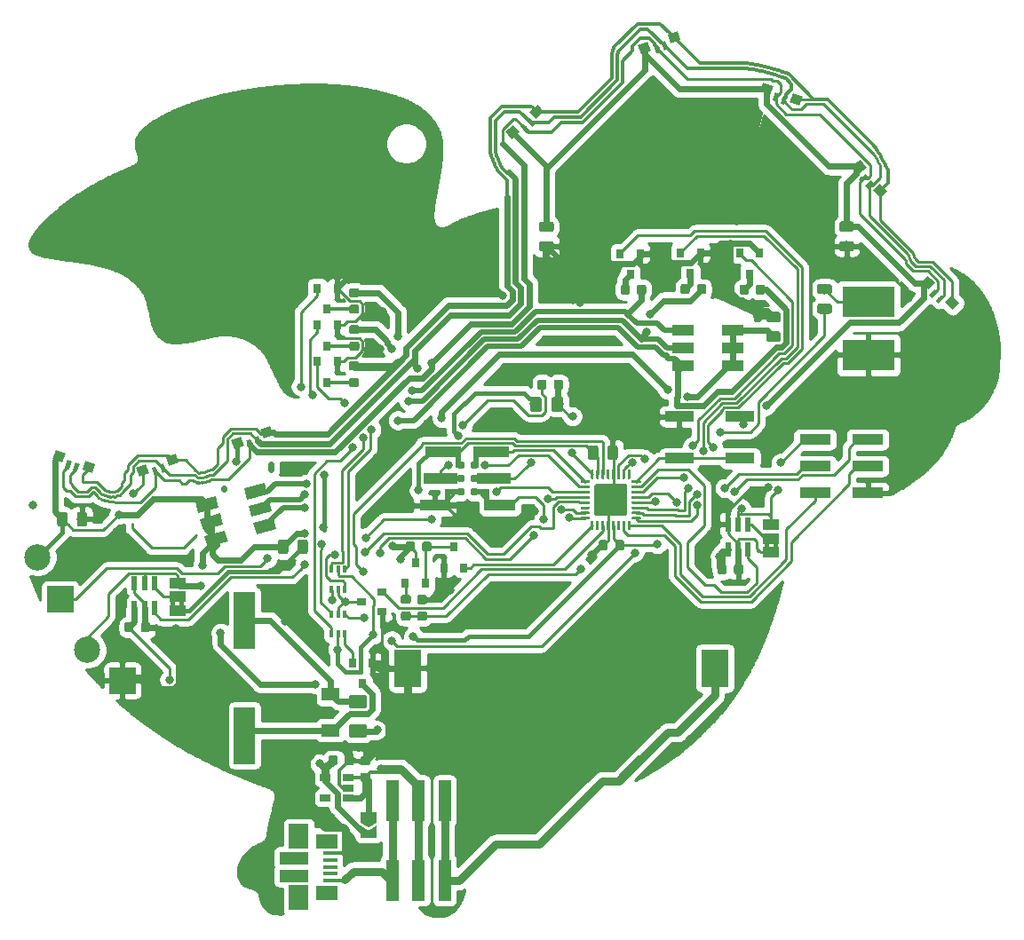
<source format=gbr>
G04 #@! TF.GenerationSoftware,KiCad,Pcbnew,5.1.3-ffb9f22~84~ubuntu18.04.1*
G04 #@! TF.CreationDate,2019-09-02T17:53:29+02:00*
G04 #@! TF.ProjectId,drac_badge,64726163-5f62-4616-9467-652e6b696361,rev?*
G04 #@! TF.SameCoordinates,Original*
G04 #@! TF.FileFunction,Copper,L2,Bot*
G04 #@! TF.FilePolarity,Positive*
%FSLAX46Y46*%
G04 Gerber Fmt 4.6, Leading zero omitted, Abs format (unit mm)*
G04 Created by KiCad (PCBNEW 5.1.3-ffb9f22~84~ubuntu18.04.1) date 2019-09-02 17:53:29*
%MOMM*%
%LPD*%
G04 APERTURE LIST*
%ADD10C,0.100000*%
%ADD11C,0.400000*%
%ADD12C,0.900000*%
%ADD13R,3.000000X1.000000*%
%ADD14R,3.200000X1.000000*%
%ADD15C,0.787000*%
%ADD16R,0.500000X2.000000*%
%ADD17R,1.700000X0.500000*%
%ADD18R,2.600000X3.600000*%
%ADD19R,2.000000X5.400000*%
%ADD20C,0.875000*%
%ADD21R,2.000000X1.100000*%
%ADD22C,1.100000*%
%ADD23R,5.000000X3.000000*%
%ADD24R,1.700000X1.300000*%
%ADD25R,1.380000X0.450000*%
%ADD26R,2.100000X1.475000*%
%ADD27R,1.900000X2.375000*%
%ADD28R,2.800000X1.175000*%
%ADD29C,0.300000*%
%ADD30R,1.500000X1.000000*%
%ADD31R,0.800000X0.900000*%
%ADD32R,0.900000X0.800000*%
%ADD33C,1.150000*%
%ADD34R,2.800000X1.000000*%
%ADD35R,1.200000X3.900000*%
%ADD36C,2.500000*%
%ADD37R,2.500000X2.500000*%
%ADD38C,3.100000*%
%ADD39C,0.250000*%
%ADD40R,1.060000X0.650000*%
%ADD41R,0.570000X1.350000*%
%ADD42R,0.400000X0.650000*%
%ADD43C,1.250000*%
%ADD44C,0.975000*%
%ADD45C,0.800000*%
%ADD46C,0.600000*%
%ADD47C,0.250000*%
%ADD48C,0.500000*%
%ADD49C,0.300000*%
%ADD50C,0.800000*%
%ADD51C,0.400000*%
%ADD52C,0.254000*%
G04 APERTURE END LIST*
D10*
G36*
X18970000Y-62390000D02*
G01*
X18970000Y-61890000D01*
X18570000Y-61890000D01*
X18570000Y-62390000D01*
X18970000Y-62390000D01*
G37*
G36*
X19770000Y-62390000D02*
G01*
X19770000Y-61890000D01*
X19370000Y-61890000D01*
X19370000Y-62390000D01*
X19770000Y-62390000D01*
G37*
G36*
X75600000Y-56820000D02*
G01*
X75600000Y-56320000D01*
X75200000Y-56320000D01*
X75200000Y-56820000D01*
X75600000Y-56820000D01*
G37*
G36*
X76400000Y-56820000D02*
G01*
X76400000Y-56320000D01*
X76000000Y-56320000D01*
X76000000Y-56820000D01*
X76400000Y-56820000D01*
G37*
D11*
X8790214Y-48876054D03*
D10*
G36*
X9114961Y-48568581D02*
G01*
X8841344Y-49320335D01*
X8465467Y-49183527D01*
X8739084Y-48431773D01*
X9114961Y-48568581D01*
X9114961Y-48568581D01*
G37*
D11*
X9541968Y-49149670D03*
D10*
G36*
X9866715Y-48842197D02*
G01*
X9593098Y-49593951D01*
X9217221Y-49457143D01*
X9490838Y-48705389D01*
X9866715Y-48842197D01*
X9866715Y-48842197D01*
G37*
D12*
X7910461Y-48076970D03*
D10*
G36*
X8534216Y-47825118D02*
G01*
X8226398Y-48670842D01*
X7286706Y-48328822D01*
X7594524Y-47483098D01*
X8534216Y-47825118D01*
X8534216Y-47825118D01*
G37*
D12*
X10729539Y-49103030D03*
D10*
G36*
X11353294Y-48851178D02*
G01*
X11045476Y-49696902D01*
X10105784Y-49354882D01*
X10413602Y-48509158D01*
X11353294Y-48851178D01*
X11353294Y-48851178D01*
G37*
D13*
X49930000Y-52750000D03*
X43730000Y-52750000D03*
D14*
X49350000Y-50210000D03*
X44310000Y-50210000D03*
D13*
X49350000Y-47670000D03*
X44310000Y-47670000D03*
D15*
X46195000Y-51480000D03*
X47465000Y-51480000D03*
X46195000Y-50210000D03*
X47465000Y-50210000D03*
X46195000Y-48940000D03*
X47465000Y-48940000D03*
D16*
X45980000Y-48170000D03*
X47680000Y-48170000D03*
X44980000Y-52250000D03*
X48680000Y-52250000D03*
D17*
X48080000Y-51460000D03*
X45580000Y-51460000D03*
D18*
X41140000Y-68290000D03*
X70440000Y-68290000D03*
D19*
X25590000Y-74710000D03*
X25590000Y-63710000D03*
D10*
G36*
X72927691Y-58386053D02*
G01*
X72948926Y-58389203D01*
X72969750Y-58394419D01*
X72989962Y-58401651D01*
X73009368Y-58410830D01*
X73027781Y-58421866D01*
X73045024Y-58434654D01*
X73060930Y-58449070D01*
X73075346Y-58464976D01*
X73088134Y-58482219D01*
X73099170Y-58500632D01*
X73108349Y-58520038D01*
X73115581Y-58540250D01*
X73120797Y-58561074D01*
X73123947Y-58582309D01*
X73125000Y-58603750D01*
X73125000Y-59116250D01*
X73123947Y-59137691D01*
X73120797Y-59158926D01*
X73115581Y-59179750D01*
X73108349Y-59199962D01*
X73099170Y-59219368D01*
X73088134Y-59237781D01*
X73075346Y-59255024D01*
X73060930Y-59270930D01*
X73045024Y-59285346D01*
X73027781Y-59298134D01*
X73009368Y-59309170D01*
X72989962Y-59318349D01*
X72969750Y-59325581D01*
X72948926Y-59330797D01*
X72927691Y-59333947D01*
X72906250Y-59335000D01*
X72468750Y-59335000D01*
X72447309Y-59333947D01*
X72426074Y-59330797D01*
X72405250Y-59325581D01*
X72385038Y-59318349D01*
X72365632Y-59309170D01*
X72347219Y-59298134D01*
X72329976Y-59285346D01*
X72314070Y-59270930D01*
X72299654Y-59255024D01*
X72286866Y-59237781D01*
X72275830Y-59219368D01*
X72266651Y-59199962D01*
X72259419Y-59179750D01*
X72254203Y-59158926D01*
X72251053Y-59137691D01*
X72250000Y-59116250D01*
X72250000Y-58603750D01*
X72251053Y-58582309D01*
X72254203Y-58561074D01*
X72259419Y-58540250D01*
X72266651Y-58520038D01*
X72275830Y-58500632D01*
X72286866Y-58482219D01*
X72299654Y-58464976D01*
X72314070Y-58449070D01*
X72329976Y-58434654D01*
X72347219Y-58421866D01*
X72365632Y-58410830D01*
X72385038Y-58401651D01*
X72405250Y-58394419D01*
X72426074Y-58389203D01*
X72447309Y-58386053D01*
X72468750Y-58385000D01*
X72906250Y-58385000D01*
X72927691Y-58386053D01*
X72927691Y-58386053D01*
G37*
D20*
X72687500Y-58860000D03*
D10*
G36*
X71352691Y-58386053D02*
G01*
X71373926Y-58389203D01*
X71394750Y-58394419D01*
X71414962Y-58401651D01*
X71434368Y-58410830D01*
X71452781Y-58421866D01*
X71470024Y-58434654D01*
X71485930Y-58449070D01*
X71500346Y-58464976D01*
X71513134Y-58482219D01*
X71524170Y-58500632D01*
X71533349Y-58520038D01*
X71540581Y-58540250D01*
X71545797Y-58561074D01*
X71548947Y-58582309D01*
X71550000Y-58603750D01*
X71550000Y-59116250D01*
X71548947Y-59137691D01*
X71545797Y-59158926D01*
X71540581Y-59179750D01*
X71533349Y-59199962D01*
X71524170Y-59219368D01*
X71513134Y-59237781D01*
X71500346Y-59255024D01*
X71485930Y-59270930D01*
X71470024Y-59285346D01*
X71452781Y-59298134D01*
X71434368Y-59309170D01*
X71414962Y-59318349D01*
X71394750Y-59325581D01*
X71373926Y-59330797D01*
X71352691Y-59333947D01*
X71331250Y-59335000D01*
X70893750Y-59335000D01*
X70872309Y-59333947D01*
X70851074Y-59330797D01*
X70830250Y-59325581D01*
X70810038Y-59318349D01*
X70790632Y-59309170D01*
X70772219Y-59298134D01*
X70754976Y-59285346D01*
X70739070Y-59270930D01*
X70724654Y-59255024D01*
X70711866Y-59237781D01*
X70700830Y-59219368D01*
X70691651Y-59199962D01*
X70684419Y-59179750D01*
X70679203Y-59158926D01*
X70676053Y-59137691D01*
X70675000Y-59116250D01*
X70675000Y-58603750D01*
X70676053Y-58582309D01*
X70679203Y-58561074D01*
X70684419Y-58540250D01*
X70691651Y-58520038D01*
X70700830Y-58500632D01*
X70711866Y-58482219D01*
X70724654Y-58464976D01*
X70739070Y-58449070D01*
X70754976Y-58434654D01*
X70772219Y-58421866D01*
X70790632Y-58410830D01*
X70810038Y-58401651D01*
X70830250Y-58394419D01*
X70851074Y-58389203D01*
X70872309Y-58386053D01*
X70893750Y-58385000D01*
X71331250Y-58385000D01*
X71352691Y-58386053D01*
X71352691Y-58386053D01*
G37*
D20*
X71112500Y-58860000D03*
D10*
G36*
X61587691Y-56076053D02*
G01*
X61608926Y-56079203D01*
X61629750Y-56084419D01*
X61649962Y-56091651D01*
X61669368Y-56100830D01*
X61687781Y-56111866D01*
X61705024Y-56124654D01*
X61720930Y-56139070D01*
X61735346Y-56154976D01*
X61748134Y-56172219D01*
X61759170Y-56190632D01*
X61768349Y-56210038D01*
X61775581Y-56230250D01*
X61780797Y-56251074D01*
X61783947Y-56272309D01*
X61785000Y-56293750D01*
X61785000Y-56806250D01*
X61783947Y-56827691D01*
X61780797Y-56848926D01*
X61775581Y-56869750D01*
X61768349Y-56889962D01*
X61759170Y-56909368D01*
X61748134Y-56927781D01*
X61735346Y-56945024D01*
X61720930Y-56960930D01*
X61705024Y-56975346D01*
X61687781Y-56988134D01*
X61669368Y-56999170D01*
X61649962Y-57008349D01*
X61629750Y-57015581D01*
X61608926Y-57020797D01*
X61587691Y-57023947D01*
X61566250Y-57025000D01*
X61128750Y-57025000D01*
X61107309Y-57023947D01*
X61086074Y-57020797D01*
X61065250Y-57015581D01*
X61045038Y-57008349D01*
X61025632Y-56999170D01*
X61007219Y-56988134D01*
X60989976Y-56975346D01*
X60974070Y-56960930D01*
X60959654Y-56945024D01*
X60946866Y-56927781D01*
X60935830Y-56909368D01*
X60926651Y-56889962D01*
X60919419Y-56869750D01*
X60914203Y-56848926D01*
X60911053Y-56827691D01*
X60910000Y-56806250D01*
X60910000Y-56293750D01*
X60911053Y-56272309D01*
X60914203Y-56251074D01*
X60919419Y-56230250D01*
X60926651Y-56210038D01*
X60935830Y-56190632D01*
X60946866Y-56172219D01*
X60959654Y-56154976D01*
X60974070Y-56139070D01*
X60989976Y-56124654D01*
X61007219Y-56111866D01*
X61025632Y-56100830D01*
X61045038Y-56091651D01*
X61065250Y-56084419D01*
X61086074Y-56079203D01*
X61107309Y-56076053D01*
X61128750Y-56075000D01*
X61566250Y-56075000D01*
X61587691Y-56076053D01*
X61587691Y-56076053D01*
G37*
D20*
X61347500Y-56550000D03*
D10*
G36*
X60012691Y-56076053D02*
G01*
X60033926Y-56079203D01*
X60054750Y-56084419D01*
X60074962Y-56091651D01*
X60094368Y-56100830D01*
X60112781Y-56111866D01*
X60130024Y-56124654D01*
X60145930Y-56139070D01*
X60160346Y-56154976D01*
X60173134Y-56172219D01*
X60184170Y-56190632D01*
X60193349Y-56210038D01*
X60200581Y-56230250D01*
X60205797Y-56251074D01*
X60208947Y-56272309D01*
X60210000Y-56293750D01*
X60210000Y-56806250D01*
X60208947Y-56827691D01*
X60205797Y-56848926D01*
X60200581Y-56869750D01*
X60193349Y-56889962D01*
X60184170Y-56909368D01*
X60173134Y-56927781D01*
X60160346Y-56945024D01*
X60145930Y-56960930D01*
X60130024Y-56975346D01*
X60112781Y-56988134D01*
X60094368Y-56999170D01*
X60074962Y-57008349D01*
X60054750Y-57015581D01*
X60033926Y-57020797D01*
X60012691Y-57023947D01*
X59991250Y-57025000D01*
X59553750Y-57025000D01*
X59532309Y-57023947D01*
X59511074Y-57020797D01*
X59490250Y-57015581D01*
X59470038Y-57008349D01*
X59450632Y-56999170D01*
X59432219Y-56988134D01*
X59414976Y-56975346D01*
X59399070Y-56960930D01*
X59384654Y-56945024D01*
X59371866Y-56927781D01*
X59360830Y-56909368D01*
X59351651Y-56889962D01*
X59344419Y-56869750D01*
X59339203Y-56848926D01*
X59336053Y-56827691D01*
X59335000Y-56806250D01*
X59335000Y-56293750D01*
X59336053Y-56272309D01*
X59339203Y-56251074D01*
X59344419Y-56230250D01*
X59351651Y-56210038D01*
X59360830Y-56190632D01*
X59371866Y-56172219D01*
X59384654Y-56154976D01*
X59399070Y-56139070D01*
X59414976Y-56124654D01*
X59432219Y-56111866D01*
X59450632Y-56100830D01*
X59470038Y-56091651D01*
X59490250Y-56084419D01*
X59511074Y-56079203D01*
X59532309Y-56076053D01*
X59553750Y-56075000D01*
X59991250Y-56075000D01*
X60012691Y-56076053D01*
X60012691Y-56076053D01*
G37*
D20*
X59772500Y-56550000D03*
D10*
G36*
X35817691Y-76616053D02*
G01*
X35838926Y-76619203D01*
X35859750Y-76624419D01*
X35879962Y-76631651D01*
X35899368Y-76640830D01*
X35917781Y-76651866D01*
X35935024Y-76664654D01*
X35950930Y-76679070D01*
X35965346Y-76694976D01*
X35978134Y-76712219D01*
X35989170Y-76730632D01*
X35998349Y-76750038D01*
X36005581Y-76770250D01*
X36010797Y-76791074D01*
X36013947Y-76812309D01*
X36015000Y-76833750D01*
X36015000Y-77346250D01*
X36013947Y-77367691D01*
X36010797Y-77388926D01*
X36005581Y-77409750D01*
X35998349Y-77429962D01*
X35989170Y-77449368D01*
X35978134Y-77467781D01*
X35965346Y-77485024D01*
X35950930Y-77500930D01*
X35935024Y-77515346D01*
X35917781Y-77528134D01*
X35899368Y-77539170D01*
X35879962Y-77548349D01*
X35859750Y-77555581D01*
X35838926Y-77560797D01*
X35817691Y-77563947D01*
X35796250Y-77565000D01*
X35358750Y-77565000D01*
X35337309Y-77563947D01*
X35316074Y-77560797D01*
X35295250Y-77555581D01*
X35275038Y-77548349D01*
X35255632Y-77539170D01*
X35237219Y-77528134D01*
X35219976Y-77515346D01*
X35204070Y-77500930D01*
X35189654Y-77485024D01*
X35176866Y-77467781D01*
X35165830Y-77449368D01*
X35156651Y-77429962D01*
X35149419Y-77409750D01*
X35144203Y-77388926D01*
X35141053Y-77367691D01*
X35140000Y-77346250D01*
X35140000Y-76833750D01*
X35141053Y-76812309D01*
X35144203Y-76791074D01*
X35149419Y-76770250D01*
X35156651Y-76750038D01*
X35165830Y-76730632D01*
X35176866Y-76712219D01*
X35189654Y-76694976D01*
X35204070Y-76679070D01*
X35219976Y-76664654D01*
X35237219Y-76651866D01*
X35255632Y-76640830D01*
X35275038Y-76631651D01*
X35295250Y-76624419D01*
X35316074Y-76619203D01*
X35337309Y-76616053D01*
X35358750Y-76615000D01*
X35796250Y-76615000D01*
X35817691Y-76616053D01*
X35817691Y-76616053D01*
G37*
D20*
X35577500Y-77090000D03*
D10*
G36*
X34242691Y-76616053D02*
G01*
X34263926Y-76619203D01*
X34284750Y-76624419D01*
X34304962Y-76631651D01*
X34324368Y-76640830D01*
X34342781Y-76651866D01*
X34360024Y-76664654D01*
X34375930Y-76679070D01*
X34390346Y-76694976D01*
X34403134Y-76712219D01*
X34414170Y-76730632D01*
X34423349Y-76750038D01*
X34430581Y-76770250D01*
X34435797Y-76791074D01*
X34438947Y-76812309D01*
X34440000Y-76833750D01*
X34440000Y-77346250D01*
X34438947Y-77367691D01*
X34435797Y-77388926D01*
X34430581Y-77409750D01*
X34423349Y-77429962D01*
X34414170Y-77449368D01*
X34403134Y-77467781D01*
X34390346Y-77485024D01*
X34375930Y-77500930D01*
X34360024Y-77515346D01*
X34342781Y-77528134D01*
X34324368Y-77539170D01*
X34304962Y-77548349D01*
X34284750Y-77555581D01*
X34263926Y-77560797D01*
X34242691Y-77563947D01*
X34221250Y-77565000D01*
X33783750Y-77565000D01*
X33762309Y-77563947D01*
X33741074Y-77560797D01*
X33720250Y-77555581D01*
X33700038Y-77548349D01*
X33680632Y-77539170D01*
X33662219Y-77528134D01*
X33644976Y-77515346D01*
X33629070Y-77500930D01*
X33614654Y-77485024D01*
X33601866Y-77467781D01*
X33590830Y-77449368D01*
X33581651Y-77429962D01*
X33574419Y-77409750D01*
X33569203Y-77388926D01*
X33566053Y-77367691D01*
X33565000Y-77346250D01*
X33565000Y-76833750D01*
X33566053Y-76812309D01*
X33569203Y-76791074D01*
X33574419Y-76770250D01*
X33581651Y-76750038D01*
X33590830Y-76730632D01*
X33601866Y-76712219D01*
X33614654Y-76694976D01*
X33629070Y-76679070D01*
X33644976Y-76664654D01*
X33662219Y-76651866D01*
X33680632Y-76640830D01*
X33700038Y-76631651D01*
X33720250Y-76624419D01*
X33741074Y-76619203D01*
X33762309Y-76616053D01*
X33783750Y-76615000D01*
X34221250Y-76615000D01*
X34242691Y-76616053D01*
X34242691Y-76616053D01*
G37*
D20*
X34002500Y-77090000D03*
D10*
G36*
X37377691Y-78271053D02*
G01*
X37398926Y-78274203D01*
X37419750Y-78279419D01*
X37439962Y-78286651D01*
X37459368Y-78295830D01*
X37477781Y-78306866D01*
X37495024Y-78319654D01*
X37510930Y-78334070D01*
X37525346Y-78349976D01*
X37538134Y-78367219D01*
X37549170Y-78385632D01*
X37558349Y-78405038D01*
X37565581Y-78425250D01*
X37570797Y-78446074D01*
X37573947Y-78467309D01*
X37575000Y-78488750D01*
X37575000Y-78926250D01*
X37573947Y-78947691D01*
X37570797Y-78968926D01*
X37565581Y-78989750D01*
X37558349Y-79009962D01*
X37549170Y-79029368D01*
X37538134Y-79047781D01*
X37525346Y-79065024D01*
X37510930Y-79080930D01*
X37495024Y-79095346D01*
X37477781Y-79108134D01*
X37459368Y-79119170D01*
X37439962Y-79128349D01*
X37419750Y-79135581D01*
X37398926Y-79140797D01*
X37377691Y-79143947D01*
X37356250Y-79145000D01*
X36843750Y-79145000D01*
X36822309Y-79143947D01*
X36801074Y-79140797D01*
X36780250Y-79135581D01*
X36760038Y-79128349D01*
X36740632Y-79119170D01*
X36722219Y-79108134D01*
X36704976Y-79095346D01*
X36689070Y-79080930D01*
X36674654Y-79065024D01*
X36661866Y-79047781D01*
X36650830Y-79029368D01*
X36641651Y-79009962D01*
X36634419Y-78989750D01*
X36629203Y-78968926D01*
X36626053Y-78947691D01*
X36625000Y-78926250D01*
X36625000Y-78488750D01*
X36626053Y-78467309D01*
X36629203Y-78446074D01*
X36634419Y-78425250D01*
X36641651Y-78405038D01*
X36650830Y-78385632D01*
X36661866Y-78367219D01*
X36674654Y-78349976D01*
X36689070Y-78334070D01*
X36704976Y-78319654D01*
X36722219Y-78306866D01*
X36740632Y-78295830D01*
X36760038Y-78286651D01*
X36780250Y-78279419D01*
X36801074Y-78274203D01*
X36822309Y-78271053D01*
X36843750Y-78270000D01*
X37356250Y-78270000D01*
X37377691Y-78271053D01*
X37377691Y-78271053D01*
G37*
D20*
X37100000Y-78707500D03*
D10*
G36*
X37377691Y-76696053D02*
G01*
X37398926Y-76699203D01*
X37419750Y-76704419D01*
X37439962Y-76711651D01*
X37459368Y-76720830D01*
X37477781Y-76731866D01*
X37495024Y-76744654D01*
X37510930Y-76759070D01*
X37525346Y-76774976D01*
X37538134Y-76792219D01*
X37549170Y-76810632D01*
X37558349Y-76830038D01*
X37565581Y-76850250D01*
X37570797Y-76871074D01*
X37573947Y-76892309D01*
X37575000Y-76913750D01*
X37575000Y-77351250D01*
X37573947Y-77372691D01*
X37570797Y-77393926D01*
X37565581Y-77414750D01*
X37558349Y-77434962D01*
X37549170Y-77454368D01*
X37538134Y-77472781D01*
X37525346Y-77490024D01*
X37510930Y-77505930D01*
X37495024Y-77520346D01*
X37477781Y-77533134D01*
X37459368Y-77544170D01*
X37439962Y-77553349D01*
X37419750Y-77560581D01*
X37398926Y-77565797D01*
X37377691Y-77568947D01*
X37356250Y-77570000D01*
X36843750Y-77570000D01*
X36822309Y-77568947D01*
X36801074Y-77565797D01*
X36780250Y-77560581D01*
X36760038Y-77553349D01*
X36740632Y-77544170D01*
X36722219Y-77533134D01*
X36704976Y-77520346D01*
X36689070Y-77505930D01*
X36674654Y-77490024D01*
X36661866Y-77472781D01*
X36650830Y-77454368D01*
X36641651Y-77434962D01*
X36634419Y-77414750D01*
X36629203Y-77393926D01*
X36626053Y-77372691D01*
X36625000Y-77351250D01*
X36625000Y-76913750D01*
X36626053Y-76892309D01*
X36629203Y-76871074D01*
X36634419Y-76850250D01*
X36641651Y-76830038D01*
X36650830Y-76810632D01*
X36661866Y-76792219D01*
X36674654Y-76774976D01*
X36689070Y-76759070D01*
X36704976Y-76744654D01*
X36722219Y-76731866D01*
X36740632Y-76720830D01*
X36760038Y-76711651D01*
X36780250Y-76704419D01*
X36801074Y-76699203D01*
X36822309Y-76696053D01*
X36843750Y-76695000D01*
X37356250Y-76695000D01*
X37377691Y-76696053D01*
X37377691Y-76696053D01*
G37*
D20*
X37100000Y-77132500D03*
D10*
G36*
X14802691Y-63916053D02*
G01*
X14823926Y-63919203D01*
X14844750Y-63924419D01*
X14864962Y-63931651D01*
X14884368Y-63940830D01*
X14902781Y-63951866D01*
X14920024Y-63964654D01*
X14935930Y-63979070D01*
X14950346Y-63994976D01*
X14963134Y-64012219D01*
X14974170Y-64030632D01*
X14983349Y-64050038D01*
X14990581Y-64070250D01*
X14995797Y-64091074D01*
X14998947Y-64112309D01*
X15000000Y-64133750D01*
X15000000Y-64646250D01*
X14998947Y-64667691D01*
X14995797Y-64688926D01*
X14990581Y-64709750D01*
X14983349Y-64729962D01*
X14974170Y-64749368D01*
X14963134Y-64767781D01*
X14950346Y-64785024D01*
X14935930Y-64800930D01*
X14920024Y-64815346D01*
X14902781Y-64828134D01*
X14884368Y-64839170D01*
X14864962Y-64848349D01*
X14844750Y-64855581D01*
X14823926Y-64860797D01*
X14802691Y-64863947D01*
X14781250Y-64865000D01*
X14343750Y-64865000D01*
X14322309Y-64863947D01*
X14301074Y-64860797D01*
X14280250Y-64855581D01*
X14260038Y-64848349D01*
X14240632Y-64839170D01*
X14222219Y-64828134D01*
X14204976Y-64815346D01*
X14189070Y-64800930D01*
X14174654Y-64785024D01*
X14161866Y-64767781D01*
X14150830Y-64749368D01*
X14141651Y-64729962D01*
X14134419Y-64709750D01*
X14129203Y-64688926D01*
X14126053Y-64667691D01*
X14125000Y-64646250D01*
X14125000Y-64133750D01*
X14126053Y-64112309D01*
X14129203Y-64091074D01*
X14134419Y-64070250D01*
X14141651Y-64050038D01*
X14150830Y-64030632D01*
X14161866Y-64012219D01*
X14174654Y-63994976D01*
X14189070Y-63979070D01*
X14204976Y-63964654D01*
X14222219Y-63951866D01*
X14240632Y-63940830D01*
X14260038Y-63931651D01*
X14280250Y-63924419D01*
X14301074Y-63919203D01*
X14322309Y-63916053D01*
X14343750Y-63915000D01*
X14781250Y-63915000D01*
X14802691Y-63916053D01*
X14802691Y-63916053D01*
G37*
D20*
X14562500Y-64390000D03*
D10*
G36*
X16377691Y-63916053D02*
G01*
X16398926Y-63919203D01*
X16419750Y-63924419D01*
X16439962Y-63931651D01*
X16459368Y-63940830D01*
X16477781Y-63951866D01*
X16495024Y-63964654D01*
X16510930Y-63979070D01*
X16525346Y-63994976D01*
X16538134Y-64012219D01*
X16549170Y-64030632D01*
X16558349Y-64050038D01*
X16565581Y-64070250D01*
X16570797Y-64091074D01*
X16573947Y-64112309D01*
X16575000Y-64133750D01*
X16575000Y-64646250D01*
X16573947Y-64667691D01*
X16570797Y-64688926D01*
X16565581Y-64709750D01*
X16558349Y-64729962D01*
X16549170Y-64749368D01*
X16538134Y-64767781D01*
X16525346Y-64785024D01*
X16510930Y-64800930D01*
X16495024Y-64815346D01*
X16477781Y-64828134D01*
X16459368Y-64839170D01*
X16439962Y-64848349D01*
X16419750Y-64855581D01*
X16398926Y-64860797D01*
X16377691Y-64863947D01*
X16356250Y-64865000D01*
X15918750Y-64865000D01*
X15897309Y-64863947D01*
X15876074Y-64860797D01*
X15855250Y-64855581D01*
X15835038Y-64848349D01*
X15815632Y-64839170D01*
X15797219Y-64828134D01*
X15779976Y-64815346D01*
X15764070Y-64800930D01*
X15749654Y-64785024D01*
X15736866Y-64767781D01*
X15725830Y-64749368D01*
X15716651Y-64729962D01*
X15709419Y-64709750D01*
X15704203Y-64688926D01*
X15701053Y-64667691D01*
X15700000Y-64646250D01*
X15700000Y-64133750D01*
X15701053Y-64112309D01*
X15704203Y-64091074D01*
X15709419Y-64070250D01*
X15716651Y-64050038D01*
X15725830Y-64030632D01*
X15736866Y-64012219D01*
X15749654Y-63994976D01*
X15764070Y-63979070D01*
X15779976Y-63964654D01*
X15797219Y-63951866D01*
X15815632Y-63940830D01*
X15835038Y-63931651D01*
X15855250Y-63924419D01*
X15876074Y-63919203D01*
X15897309Y-63916053D01*
X15918750Y-63915000D01*
X16356250Y-63915000D01*
X16377691Y-63916053D01*
X16377691Y-63916053D01*
G37*
D20*
X16137500Y-64390000D03*
D21*
X67350000Y-36050000D03*
X67350000Y-37750000D03*
X67350000Y-39450000D03*
X72150000Y-39450000D03*
X72150000Y-37750000D03*
X72150000Y-36050000D03*
D22*
X22891770Y-55963240D03*
D10*
G36*
X21783494Y-55690800D02*
G01*
X23715345Y-55173162D01*
X24000046Y-56235680D01*
X22068195Y-56753318D01*
X21783494Y-55690800D01*
X21783494Y-55690800D01*
G37*
D22*
X22451778Y-54321166D03*
D10*
G36*
X21343502Y-54048726D02*
G01*
X23275353Y-53531088D01*
X23560054Y-54593606D01*
X21628203Y-55111244D01*
X21343502Y-54048726D01*
X21343502Y-54048726D01*
G37*
D22*
X22011786Y-52679092D03*
D10*
G36*
X20903510Y-52406652D02*
G01*
X22835361Y-51889014D01*
X23120062Y-52951532D01*
X21188211Y-53469170D01*
X20903510Y-52406652D01*
X20903510Y-52406652D01*
G37*
D22*
X26648230Y-51436760D03*
D10*
G36*
X25539954Y-51164320D02*
G01*
X27471805Y-50646682D01*
X27756506Y-51709200D01*
X25824655Y-52226838D01*
X25539954Y-51164320D01*
X25539954Y-51164320D01*
G37*
D22*
X27088222Y-53078834D03*
D10*
G36*
X25979946Y-52806394D02*
G01*
X27911797Y-52288756D01*
X28196498Y-53351274D01*
X26264647Y-53868912D01*
X25979946Y-52806394D01*
X25979946Y-52806394D01*
G37*
D22*
X27528214Y-54720908D03*
D10*
G36*
X26419938Y-54448468D02*
G01*
X28351789Y-53930830D01*
X28636490Y-54993348D01*
X26704639Y-55510986D01*
X26419938Y-54448468D01*
X26419938Y-54448468D01*
G37*
D11*
X64908032Y-9209670D03*
D10*
G36*
X64959162Y-8765389D02*
G01*
X65232779Y-9517143D01*
X64856902Y-9653951D01*
X64583285Y-8902197D01*
X64959162Y-8765389D01*
X64959162Y-8765389D01*
G37*
D11*
X65659786Y-8936054D03*
D10*
G36*
X65710916Y-8491773D02*
G01*
X65984533Y-9243527D01*
X65608656Y-9380335D01*
X65335039Y-8628581D01*
X65710916Y-8491773D01*
X65710916Y-8491773D01*
G37*
D12*
X63720461Y-9163030D03*
D10*
G36*
X64036398Y-8569158D02*
G01*
X64344216Y-9414882D01*
X63404524Y-9756902D01*
X63096706Y-8911178D01*
X64036398Y-8569158D01*
X64036398Y-8569158D01*
G37*
D12*
X66539539Y-8136970D03*
D10*
G36*
X66855476Y-7543098D02*
G01*
X67163294Y-8388822D01*
X66223602Y-8730842D01*
X65915784Y-7885118D01*
X66855476Y-7543098D01*
X66855476Y-7543098D01*
G37*
D12*
X86184181Y-22729067D03*
D10*
G36*
X86850295Y-22822835D02*
G01*
X86160855Y-23401344D01*
X85518067Y-22635299D01*
X86207507Y-22056790D01*
X86850295Y-22822835D01*
X86850295Y-22822835D01*
G37*
D12*
X84255819Y-20430933D03*
D10*
G36*
X84921933Y-20524701D02*
G01*
X84232493Y-21103210D01*
X83589705Y-20337165D01*
X84279145Y-19758656D01*
X84921933Y-20524701D01*
X84921933Y-20524701D01*
G37*
D11*
X85132395Y-22175672D03*
D10*
G36*
X85567370Y-22071766D02*
G01*
X84954535Y-22585996D01*
X84697420Y-22279578D01*
X85310255Y-21765348D01*
X85567370Y-22071766D01*
X85567370Y-22071766D01*
G37*
D11*
X84618165Y-21562837D03*
D10*
G36*
X85053140Y-21458931D02*
G01*
X84440305Y-21973161D01*
X84183190Y-21666743D01*
X84796025Y-21152513D01*
X85053140Y-21458931D01*
X85053140Y-21458931D01*
G37*
D11*
X76240214Y-13846054D03*
D10*
G36*
X76564961Y-13538581D02*
G01*
X76291344Y-14290335D01*
X75915467Y-14153527D01*
X76189084Y-13401773D01*
X76564961Y-13538581D01*
X76564961Y-13538581D01*
G37*
D11*
X76991968Y-14119670D03*
D10*
G36*
X77316715Y-13812197D02*
G01*
X77043098Y-14563951D01*
X76667221Y-14427143D01*
X76940838Y-13675389D01*
X77316715Y-13812197D01*
X77316715Y-13812197D01*
G37*
D12*
X75360461Y-13046970D03*
D10*
G36*
X75984216Y-12795118D02*
G01*
X75676398Y-13640842D01*
X74736706Y-13298822D01*
X75044524Y-12453098D01*
X75984216Y-12795118D01*
X75984216Y-12795118D01*
G37*
D12*
X78179539Y-14073030D03*
D10*
G36*
X78803294Y-13821178D02*
G01*
X78495476Y-14666902D01*
X77555784Y-14324882D01*
X77863602Y-13479158D01*
X78803294Y-13821178D01*
X78803294Y-13821178D01*
G37*
D12*
X53449067Y-15215819D03*
D10*
G36*
X53542835Y-14549705D02*
G01*
X54121344Y-15239145D01*
X53355299Y-15881933D01*
X52776790Y-15192493D01*
X53542835Y-14549705D01*
X53542835Y-14549705D01*
G37*
D12*
X51150933Y-17144181D03*
D10*
G36*
X51244701Y-16478067D02*
G01*
X51823210Y-17167507D01*
X51057165Y-17810295D01*
X50478656Y-17120855D01*
X51244701Y-16478067D01*
X51244701Y-16478067D01*
G37*
D11*
X52895672Y-16267605D03*
D10*
G36*
X52791766Y-15832630D02*
G01*
X53305996Y-16445465D01*
X52999578Y-16702580D01*
X52485348Y-16089745D01*
X52791766Y-15832630D01*
X52791766Y-15832630D01*
G37*
D11*
X52282837Y-16781835D03*
D10*
G36*
X52178931Y-16346860D02*
G01*
X52693161Y-16959695D01*
X52386743Y-17216810D01*
X51872513Y-16603975D01*
X52178931Y-16346860D01*
X52178931Y-16346860D01*
G37*
D12*
X18699539Y-48426970D03*
D10*
G36*
X19015476Y-47833098D02*
G01*
X19323294Y-48678822D01*
X18383602Y-49020842D01*
X18075784Y-48175118D01*
X19015476Y-47833098D01*
X19015476Y-47833098D01*
G37*
D12*
X15880461Y-49453030D03*
D10*
G36*
X16196398Y-48859158D02*
G01*
X16504216Y-49704882D01*
X15564524Y-50046902D01*
X15256706Y-49201178D01*
X16196398Y-48859158D01*
X16196398Y-48859158D01*
G37*
D11*
X17819786Y-49226054D03*
D10*
G36*
X17870916Y-48781773D02*
G01*
X18144533Y-49533527D01*
X17768656Y-49670335D01*
X17495039Y-48918581D01*
X17870916Y-48781773D01*
X17870916Y-48781773D01*
G37*
D11*
X17068032Y-49499670D03*
D10*
G36*
X17119162Y-49055389D02*
G01*
X17392779Y-49807143D01*
X17016902Y-49943951D01*
X16743285Y-49192197D01*
X17119162Y-49055389D01*
X17119162Y-49055389D01*
G37*
D12*
X93019067Y-33444181D03*
D10*
G36*
X93691344Y-33420855D02*
G01*
X93112835Y-34110295D01*
X92346790Y-33467507D01*
X92925299Y-32778067D01*
X93691344Y-33420855D01*
X93691344Y-33420855D01*
G37*
D12*
X90720933Y-31515819D03*
D10*
G36*
X91393210Y-31492493D02*
G01*
X90814701Y-32181933D01*
X90048656Y-31539145D01*
X90627165Y-30849705D01*
X91393210Y-31492493D01*
X91393210Y-31492493D01*
G37*
D11*
X91887163Y-33081835D03*
D10*
G36*
X92297487Y-32903975D02*
G01*
X91783257Y-33516810D01*
X91476839Y-33259695D01*
X91991069Y-32646860D01*
X92297487Y-32903975D01*
X92297487Y-32903975D01*
G37*
D11*
X91274328Y-32567605D03*
D10*
G36*
X91684652Y-32389745D02*
G01*
X91170422Y-33002580D01*
X90864004Y-32745465D01*
X91378234Y-32132630D01*
X91684652Y-32389745D01*
X91684652Y-32389745D01*
G37*
D12*
X27719539Y-45796970D03*
D10*
G36*
X28035476Y-45203098D02*
G01*
X28343294Y-46048822D01*
X27403602Y-46390842D01*
X27095784Y-45545118D01*
X28035476Y-45203098D01*
X28035476Y-45203098D01*
G37*
D12*
X24900461Y-46823030D03*
D10*
G36*
X25216398Y-46229158D02*
G01*
X25524216Y-47074882D01*
X24584524Y-47416902D01*
X24276706Y-46571178D01*
X25216398Y-46229158D01*
X25216398Y-46229158D01*
G37*
D11*
X26839786Y-46596054D03*
D10*
G36*
X26890916Y-46151773D02*
G01*
X27164533Y-46903527D01*
X26788656Y-47040335D01*
X26515039Y-46288581D01*
X26890916Y-46151773D01*
X26890916Y-46151773D01*
G37*
D11*
X26088032Y-46869670D03*
D10*
G36*
X26139162Y-46425389D02*
G01*
X26412779Y-47177143D01*
X26036902Y-47313951D01*
X25763285Y-46562197D01*
X26139162Y-46425389D01*
X26139162Y-46425389D01*
G37*
D23*
X85070000Y-38410000D03*
X85070000Y-33330000D03*
D24*
X33780000Y-70740000D03*
X33780000Y-74240000D03*
D13*
X79960000Y-46480000D03*
X85000000Y-46480000D03*
X79960000Y-49020000D03*
X85000000Y-49020000D03*
X79960000Y-51560000D03*
X85000000Y-51560000D03*
D25*
X33750000Y-87250000D03*
X33750000Y-87900000D03*
X33750000Y-86600000D03*
X33750000Y-88550000D03*
X33750000Y-85950000D03*
D26*
X33390000Y-89712500D03*
X33390000Y-84787500D03*
D27*
X30760000Y-90162500D03*
X30760000Y-84337500D03*
D28*
X30300000Y-88087500D03*
X30300000Y-86412500D03*
D29*
X37400000Y-83955000D03*
D10*
G36*
X36650000Y-84455000D02*
G01*
X36650000Y-83305000D01*
X37400000Y-83805000D01*
X38150000Y-83305000D01*
X38150000Y-84455000D01*
X36650000Y-84455000D01*
X36650000Y-84455000D01*
G37*
D29*
X37400000Y-82505000D03*
D10*
G36*
X37400000Y-83505000D02*
G01*
X36650000Y-83005000D01*
X36650000Y-82005000D01*
X38150000Y-82005000D01*
X38150000Y-83005000D01*
X37400000Y-83505000D01*
X37400000Y-83505000D01*
G37*
D30*
X19170000Y-62790000D03*
X19170000Y-60190000D03*
X19170000Y-61490000D03*
D31*
X41860000Y-58220000D03*
X40910000Y-60220000D03*
X42810000Y-60220000D03*
D32*
X36720000Y-61980000D03*
X38720000Y-62930000D03*
X38720000Y-61030000D03*
D31*
X68100000Y-30650000D03*
X69050000Y-28650000D03*
X67150000Y-28650000D03*
X61410000Y-28740000D03*
X63310000Y-28740000D03*
X62360000Y-30740000D03*
X72770000Y-28690000D03*
X74670000Y-28690000D03*
X73720000Y-30690000D03*
X33460000Y-41020000D03*
X34410000Y-39020000D03*
X32510000Y-39020000D03*
X32520000Y-35560000D03*
X34420000Y-35560000D03*
X33470000Y-37560000D03*
X35890000Y-67770000D03*
X37790000Y-67770000D03*
X36840000Y-69770000D03*
X33470000Y-34060000D03*
X34420000Y-32060000D03*
X32520000Y-32060000D03*
X46470000Y-58710000D03*
X44570000Y-58710000D03*
X45520000Y-56710000D03*
D10*
G36*
X53704505Y-42421204D02*
G01*
X53728773Y-42424804D01*
X53752572Y-42430765D01*
X53775671Y-42439030D01*
X53797850Y-42449520D01*
X53818893Y-42462132D01*
X53838599Y-42476747D01*
X53856777Y-42493223D01*
X53873253Y-42511401D01*
X53887868Y-42531107D01*
X53900480Y-42552150D01*
X53910970Y-42574329D01*
X53919235Y-42597428D01*
X53925196Y-42621227D01*
X53928796Y-42645495D01*
X53930000Y-42669999D01*
X53930000Y-43570001D01*
X53928796Y-43594505D01*
X53925196Y-43618773D01*
X53919235Y-43642572D01*
X53910970Y-43665671D01*
X53900480Y-43687850D01*
X53887868Y-43708893D01*
X53873253Y-43728599D01*
X53856777Y-43746777D01*
X53838599Y-43763253D01*
X53818893Y-43777868D01*
X53797850Y-43790480D01*
X53775671Y-43800970D01*
X53752572Y-43809235D01*
X53728773Y-43815196D01*
X53704505Y-43818796D01*
X53680001Y-43820000D01*
X53029999Y-43820000D01*
X53005495Y-43818796D01*
X52981227Y-43815196D01*
X52957428Y-43809235D01*
X52934329Y-43800970D01*
X52912150Y-43790480D01*
X52891107Y-43777868D01*
X52871401Y-43763253D01*
X52853223Y-43746777D01*
X52836747Y-43728599D01*
X52822132Y-43708893D01*
X52809520Y-43687850D01*
X52799030Y-43665671D01*
X52790765Y-43642572D01*
X52784804Y-43618773D01*
X52781204Y-43594505D01*
X52780000Y-43570001D01*
X52780000Y-42669999D01*
X52781204Y-42645495D01*
X52784804Y-42621227D01*
X52790765Y-42597428D01*
X52799030Y-42574329D01*
X52809520Y-42552150D01*
X52822132Y-42531107D01*
X52836747Y-42511401D01*
X52853223Y-42493223D01*
X52871401Y-42476747D01*
X52891107Y-42462132D01*
X52912150Y-42449520D01*
X52934329Y-42439030D01*
X52957428Y-42430765D01*
X52981227Y-42424804D01*
X53005495Y-42421204D01*
X53029999Y-42420000D01*
X53680001Y-42420000D01*
X53704505Y-42421204D01*
X53704505Y-42421204D01*
G37*
D33*
X53355000Y-43120000D03*
D10*
G36*
X55754505Y-42421204D02*
G01*
X55778773Y-42424804D01*
X55802572Y-42430765D01*
X55825671Y-42439030D01*
X55847850Y-42449520D01*
X55868893Y-42462132D01*
X55888599Y-42476747D01*
X55906777Y-42493223D01*
X55923253Y-42511401D01*
X55937868Y-42531107D01*
X55950480Y-42552150D01*
X55960970Y-42574329D01*
X55969235Y-42597428D01*
X55975196Y-42621227D01*
X55978796Y-42645495D01*
X55980000Y-42669999D01*
X55980000Y-43570001D01*
X55978796Y-43594505D01*
X55975196Y-43618773D01*
X55969235Y-43642572D01*
X55960970Y-43665671D01*
X55950480Y-43687850D01*
X55937868Y-43708893D01*
X55923253Y-43728599D01*
X55906777Y-43746777D01*
X55888599Y-43763253D01*
X55868893Y-43777868D01*
X55847850Y-43790480D01*
X55825671Y-43800970D01*
X55802572Y-43809235D01*
X55778773Y-43815196D01*
X55754505Y-43818796D01*
X55730001Y-43820000D01*
X55079999Y-43820000D01*
X55055495Y-43818796D01*
X55031227Y-43815196D01*
X55007428Y-43809235D01*
X54984329Y-43800970D01*
X54962150Y-43790480D01*
X54941107Y-43777868D01*
X54921401Y-43763253D01*
X54903223Y-43746777D01*
X54886747Y-43728599D01*
X54872132Y-43708893D01*
X54859520Y-43687850D01*
X54849030Y-43665671D01*
X54840765Y-43642572D01*
X54834804Y-43618773D01*
X54831204Y-43594505D01*
X54830000Y-43570001D01*
X54830000Y-42669999D01*
X54831204Y-42645495D01*
X54834804Y-42621227D01*
X54840765Y-42597428D01*
X54849030Y-42574329D01*
X54859520Y-42552150D01*
X54872132Y-42531107D01*
X54886747Y-42511401D01*
X54903223Y-42493223D01*
X54921401Y-42476747D01*
X54941107Y-42462132D01*
X54962150Y-42449520D01*
X54984329Y-42439030D01*
X55007428Y-42430765D01*
X55031227Y-42424804D01*
X55055495Y-42421204D01*
X55079999Y-42420000D01*
X55730001Y-42420000D01*
X55754505Y-42421204D01*
X55754505Y-42421204D01*
G37*
D33*
X55405000Y-43120000D03*
D10*
G36*
X67822691Y-31656053D02*
G01*
X67843926Y-31659203D01*
X67864750Y-31664419D01*
X67884962Y-31671651D01*
X67904368Y-31680830D01*
X67922781Y-31691866D01*
X67940024Y-31704654D01*
X67955930Y-31719070D01*
X67970346Y-31734976D01*
X67983134Y-31752219D01*
X67994170Y-31770632D01*
X68003349Y-31790038D01*
X68010581Y-31810250D01*
X68015797Y-31831074D01*
X68018947Y-31852309D01*
X68020000Y-31873750D01*
X68020000Y-32386250D01*
X68018947Y-32407691D01*
X68015797Y-32428926D01*
X68010581Y-32449750D01*
X68003349Y-32469962D01*
X67994170Y-32489368D01*
X67983134Y-32507781D01*
X67970346Y-32525024D01*
X67955930Y-32540930D01*
X67940024Y-32555346D01*
X67922781Y-32568134D01*
X67904368Y-32579170D01*
X67884962Y-32588349D01*
X67864750Y-32595581D01*
X67843926Y-32600797D01*
X67822691Y-32603947D01*
X67801250Y-32605000D01*
X67363750Y-32605000D01*
X67342309Y-32603947D01*
X67321074Y-32600797D01*
X67300250Y-32595581D01*
X67280038Y-32588349D01*
X67260632Y-32579170D01*
X67242219Y-32568134D01*
X67224976Y-32555346D01*
X67209070Y-32540930D01*
X67194654Y-32525024D01*
X67181866Y-32507781D01*
X67170830Y-32489368D01*
X67161651Y-32469962D01*
X67154419Y-32449750D01*
X67149203Y-32428926D01*
X67146053Y-32407691D01*
X67145000Y-32386250D01*
X67145000Y-31873750D01*
X67146053Y-31852309D01*
X67149203Y-31831074D01*
X67154419Y-31810250D01*
X67161651Y-31790038D01*
X67170830Y-31770632D01*
X67181866Y-31752219D01*
X67194654Y-31734976D01*
X67209070Y-31719070D01*
X67224976Y-31704654D01*
X67242219Y-31691866D01*
X67260632Y-31680830D01*
X67280038Y-31671651D01*
X67300250Y-31664419D01*
X67321074Y-31659203D01*
X67342309Y-31656053D01*
X67363750Y-31655000D01*
X67801250Y-31655000D01*
X67822691Y-31656053D01*
X67822691Y-31656053D01*
G37*
D20*
X67582500Y-32130000D03*
D10*
G36*
X69397691Y-31656053D02*
G01*
X69418926Y-31659203D01*
X69439750Y-31664419D01*
X69459962Y-31671651D01*
X69479368Y-31680830D01*
X69497781Y-31691866D01*
X69515024Y-31704654D01*
X69530930Y-31719070D01*
X69545346Y-31734976D01*
X69558134Y-31752219D01*
X69569170Y-31770632D01*
X69578349Y-31790038D01*
X69585581Y-31810250D01*
X69590797Y-31831074D01*
X69593947Y-31852309D01*
X69595000Y-31873750D01*
X69595000Y-32386250D01*
X69593947Y-32407691D01*
X69590797Y-32428926D01*
X69585581Y-32449750D01*
X69578349Y-32469962D01*
X69569170Y-32489368D01*
X69558134Y-32507781D01*
X69545346Y-32525024D01*
X69530930Y-32540930D01*
X69515024Y-32555346D01*
X69497781Y-32568134D01*
X69479368Y-32579170D01*
X69459962Y-32588349D01*
X69439750Y-32595581D01*
X69418926Y-32600797D01*
X69397691Y-32603947D01*
X69376250Y-32605000D01*
X68938750Y-32605000D01*
X68917309Y-32603947D01*
X68896074Y-32600797D01*
X68875250Y-32595581D01*
X68855038Y-32588349D01*
X68835632Y-32579170D01*
X68817219Y-32568134D01*
X68799976Y-32555346D01*
X68784070Y-32540930D01*
X68769654Y-32525024D01*
X68756866Y-32507781D01*
X68745830Y-32489368D01*
X68736651Y-32469962D01*
X68729419Y-32449750D01*
X68724203Y-32428926D01*
X68721053Y-32407691D01*
X68720000Y-32386250D01*
X68720000Y-31873750D01*
X68721053Y-31852309D01*
X68724203Y-31831074D01*
X68729419Y-31810250D01*
X68736651Y-31790038D01*
X68745830Y-31770632D01*
X68756866Y-31752219D01*
X68769654Y-31734976D01*
X68784070Y-31719070D01*
X68799976Y-31704654D01*
X68817219Y-31691866D01*
X68835632Y-31680830D01*
X68855038Y-31671651D01*
X68875250Y-31664419D01*
X68896074Y-31659203D01*
X68917309Y-31656053D01*
X68938750Y-31655000D01*
X69376250Y-31655000D01*
X69397691Y-31656053D01*
X69397691Y-31656053D01*
G37*
D20*
X69157500Y-32130000D03*
D10*
G36*
X63677691Y-31716053D02*
G01*
X63698926Y-31719203D01*
X63719750Y-31724419D01*
X63739962Y-31731651D01*
X63759368Y-31740830D01*
X63777781Y-31751866D01*
X63795024Y-31764654D01*
X63810930Y-31779070D01*
X63825346Y-31794976D01*
X63838134Y-31812219D01*
X63849170Y-31830632D01*
X63858349Y-31850038D01*
X63865581Y-31870250D01*
X63870797Y-31891074D01*
X63873947Y-31912309D01*
X63875000Y-31933750D01*
X63875000Y-32446250D01*
X63873947Y-32467691D01*
X63870797Y-32488926D01*
X63865581Y-32509750D01*
X63858349Y-32529962D01*
X63849170Y-32549368D01*
X63838134Y-32567781D01*
X63825346Y-32585024D01*
X63810930Y-32600930D01*
X63795024Y-32615346D01*
X63777781Y-32628134D01*
X63759368Y-32639170D01*
X63739962Y-32648349D01*
X63719750Y-32655581D01*
X63698926Y-32660797D01*
X63677691Y-32663947D01*
X63656250Y-32665000D01*
X63218750Y-32665000D01*
X63197309Y-32663947D01*
X63176074Y-32660797D01*
X63155250Y-32655581D01*
X63135038Y-32648349D01*
X63115632Y-32639170D01*
X63097219Y-32628134D01*
X63079976Y-32615346D01*
X63064070Y-32600930D01*
X63049654Y-32585024D01*
X63036866Y-32567781D01*
X63025830Y-32549368D01*
X63016651Y-32529962D01*
X63009419Y-32509750D01*
X63004203Y-32488926D01*
X63001053Y-32467691D01*
X63000000Y-32446250D01*
X63000000Y-31933750D01*
X63001053Y-31912309D01*
X63004203Y-31891074D01*
X63009419Y-31870250D01*
X63016651Y-31850038D01*
X63025830Y-31830632D01*
X63036866Y-31812219D01*
X63049654Y-31794976D01*
X63064070Y-31779070D01*
X63079976Y-31764654D01*
X63097219Y-31751866D01*
X63115632Y-31740830D01*
X63135038Y-31731651D01*
X63155250Y-31724419D01*
X63176074Y-31719203D01*
X63197309Y-31716053D01*
X63218750Y-31715000D01*
X63656250Y-31715000D01*
X63677691Y-31716053D01*
X63677691Y-31716053D01*
G37*
D20*
X63437500Y-32190000D03*
D10*
G36*
X62102691Y-31716053D02*
G01*
X62123926Y-31719203D01*
X62144750Y-31724419D01*
X62164962Y-31731651D01*
X62184368Y-31740830D01*
X62202781Y-31751866D01*
X62220024Y-31764654D01*
X62235930Y-31779070D01*
X62250346Y-31794976D01*
X62263134Y-31812219D01*
X62274170Y-31830632D01*
X62283349Y-31850038D01*
X62290581Y-31870250D01*
X62295797Y-31891074D01*
X62298947Y-31912309D01*
X62300000Y-31933750D01*
X62300000Y-32446250D01*
X62298947Y-32467691D01*
X62295797Y-32488926D01*
X62290581Y-32509750D01*
X62283349Y-32529962D01*
X62274170Y-32549368D01*
X62263134Y-32567781D01*
X62250346Y-32585024D01*
X62235930Y-32600930D01*
X62220024Y-32615346D01*
X62202781Y-32628134D01*
X62184368Y-32639170D01*
X62164962Y-32648349D01*
X62144750Y-32655581D01*
X62123926Y-32660797D01*
X62102691Y-32663947D01*
X62081250Y-32665000D01*
X61643750Y-32665000D01*
X61622309Y-32663947D01*
X61601074Y-32660797D01*
X61580250Y-32655581D01*
X61560038Y-32648349D01*
X61540632Y-32639170D01*
X61522219Y-32628134D01*
X61504976Y-32615346D01*
X61489070Y-32600930D01*
X61474654Y-32585024D01*
X61461866Y-32567781D01*
X61450830Y-32549368D01*
X61441651Y-32529962D01*
X61434419Y-32509750D01*
X61429203Y-32488926D01*
X61426053Y-32467691D01*
X61425000Y-32446250D01*
X61425000Y-31933750D01*
X61426053Y-31912309D01*
X61429203Y-31891074D01*
X61434419Y-31870250D01*
X61441651Y-31850038D01*
X61450830Y-31830632D01*
X61461866Y-31812219D01*
X61474654Y-31794976D01*
X61489070Y-31779070D01*
X61504976Y-31764654D01*
X61522219Y-31751866D01*
X61540632Y-31740830D01*
X61560038Y-31731651D01*
X61580250Y-31724419D01*
X61601074Y-31719203D01*
X61622309Y-31716053D01*
X61643750Y-31715000D01*
X62081250Y-31715000D01*
X62102691Y-31716053D01*
X62102691Y-31716053D01*
G37*
D20*
X61862500Y-32190000D03*
D10*
G36*
X73442691Y-31706053D02*
G01*
X73463926Y-31709203D01*
X73484750Y-31714419D01*
X73504962Y-31721651D01*
X73524368Y-31730830D01*
X73542781Y-31741866D01*
X73560024Y-31754654D01*
X73575930Y-31769070D01*
X73590346Y-31784976D01*
X73603134Y-31802219D01*
X73614170Y-31820632D01*
X73623349Y-31840038D01*
X73630581Y-31860250D01*
X73635797Y-31881074D01*
X73638947Y-31902309D01*
X73640000Y-31923750D01*
X73640000Y-32436250D01*
X73638947Y-32457691D01*
X73635797Y-32478926D01*
X73630581Y-32499750D01*
X73623349Y-32519962D01*
X73614170Y-32539368D01*
X73603134Y-32557781D01*
X73590346Y-32575024D01*
X73575930Y-32590930D01*
X73560024Y-32605346D01*
X73542781Y-32618134D01*
X73524368Y-32629170D01*
X73504962Y-32638349D01*
X73484750Y-32645581D01*
X73463926Y-32650797D01*
X73442691Y-32653947D01*
X73421250Y-32655000D01*
X72983750Y-32655000D01*
X72962309Y-32653947D01*
X72941074Y-32650797D01*
X72920250Y-32645581D01*
X72900038Y-32638349D01*
X72880632Y-32629170D01*
X72862219Y-32618134D01*
X72844976Y-32605346D01*
X72829070Y-32590930D01*
X72814654Y-32575024D01*
X72801866Y-32557781D01*
X72790830Y-32539368D01*
X72781651Y-32519962D01*
X72774419Y-32499750D01*
X72769203Y-32478926D01*
X72766053Y-32457691D01*
X72765000Y-32436250D01*
X72765000Y-31923750D01*
X72766053Y-31902309D01*
X72769203Y-31881074D01*
X72774419Y-31860250D01*
X72781651Y-31840038D01*
X72790830Y-31820632D01*
X72801866Y-31802219D01*
X72814654Y-31784976D01*
X72829070Y-31769070D01*
X72844976Y-31754654D01*
X72862219Y-31741866D01*
X72880632Y-31730830D01*
X72900038Y-31721651D01*
X72920250Y-31714419D01*
X72941074Y-31709203D01*
X72962309Y-31706053D01*
X72983750Y-31705000D01*
X73421250Y-31705000D01*
X73442691Y-31706053D01*
X73442691Y-31706053D01*
G37*
D20*
X73202500Y-32180000D03*
D10*
G36*
X75017691Y-31706053D02*
G01*
X75038926Y-31709203D01*
X75059750Y-31714419D01*
X75079962Y-31721651D01*
X75099368Y-31730830D01*
X75117781Y-31741866D01*
X75135024Y-31754654D01*
X75150930Y-31769070D01*
X75165346Y-31784976D01*
X75178134Y-31802219D01*
X75189170Y-31820632D01*
X75198349Y-31840038D01*
X75205581Y-31860250D01*
X75210797Y-31881074D01*
X75213947Y-31902309D01*
X75215000Y-31923750D01*
X75215000Y-32436250D01*
X75213947Y-32457691D01*
X75210797Y-32478926D01*
X75205581Y-32499750D01*
X75198349Y-32519962D01*
X75189170Y-32539368D01*
X75178134Y-32557781D01*
X75165346Y-32575024D01*
X75150930Y-32590930D01*
X75135024Y-32605346D01*
X75117781Y-32618134D01*
X75099368Y-32629170D01*
X75079962Y-32638349D01*
X75059750Y-32645581D01*
X75038926Y-32650797D01*
X75017691Y-32653947D01*
X74996250Y-32655000D01*
X74558750Y-32655000D01*
X74537309Y-32653947D01*
X74516074Y-32650797D01*
X74495250Y-32645581D01*
X74475038Y-32638349D01*
X74455632Y-32629170D01*
X74437219Y-32618134D01*
X74419976Y-32605346D01*
X74404070Y-32590930D01*
X74389654Y-32575024D01*
X74376866Y-32557781D01*
X74365830Y-32539368D01*
X74356651Y-32519962D01*
X74349419Y-32499750D01*
X74344203Y-32478926D01*
X74341053Y-32457691D01*
X74340000Y-32436250D01*
X74340000Y-31923750D01*
X74341053Y-31902309D01*
X74344203Y-31881074D01*
X74349419Y-31860250D01*
X74356651Y-31840038D01*
X74365830Y-31820632D01*
X74376866Y-31802219D01*
X74389654Y-31784976D01*
X74404070Y-31769070D01*
X74419976Y-31754654D01*
X74437219Y-31741866D01*
X74455632Y-31730830D01*
X74475038Y-31721651D01*
X74495250Y-31714419D01*
X74516074Y-31709203D01*
X74537309Y-31706053D01*
X74558750Y-31705000D01*
X74996250Y-31705000D01*
X75017691Y-31706053D01*
X75017691Y-31706053D01*
G37*
D20*
X74777500Y-32180000D03*
D10*
G36*
X36287691Y-40601053D02*
G01*
X36308926Y-40604203D01*
X36329750Y-40609419D01*
X36349962Y-40616651D01*
X36369368Y-40625830D01*
X36387781Y-40636866D01*
X36405024Y-40649654D01*
X36420930Y-40664070D01*
X36435346Y-40679976D01*
X36448134Y-40697219D01*
X36459170Y-40715632D01*
X36468349Y-40735038D01*
X36475581Y-40755250D01*
X36480797Y-40776074D01*
X36483947Y-40797309D01*
X36485000Y-40818750D01*
X36485000Y-41256250D01*
X36483947Y-41277691D01*
X36480797Y-41298926D01*
X36475581Y-41319750D01*
X36468349Y-41339962D01*
X36459170Y-41359368D01*
X36448134Y-41377781D01*
X36435346Y-41395024D01*
X36420930Y-41410930D01*
X36405024Y-41425346D01*
X36387781Y-41438134D01*
X36369368Y-41449170D01*
X36349962Y-41458349D01*
X36329750Y-41465581D01*
X36308926Y-41470797D01*
X36287691Y-41473947D01*
X36266250Y-41475000D01*
X35753750Y-41475000D01*
X35732309Y-41473947D01*
X35711074Y-41470797D01*
X35690250Y-41465581D01*
X35670038Y-41458349D01*
X35650632Y-41449170D01*
X35632219Y-41438134D01*
X35614976Y-41425346D01*
X35599070Y-41410930D01*
X35584654Y-41395024D01*
X35571866Y-41377781D01*
X35560830Y-41359368D01*
X35551651Y-41339962D01*
X35544419Y-41319750D01*
X35539203Y-41298926D01*
X35536053Y-41277691D01*
X35535000Y-41256250D01*
X35535000Y-40818750D01*
X35536053Y-40797309D01*
X35539203Y-40776074D01*
X35544419Y-40755250D01*
X35551651Y-40735038D01*
X35560830Y-40715632D01*
X35571866Y-40697219D01*
X35584654Y-40679976D01*
X35599070Y-40664070D01*
X35614976Y-40649654D01*
X35632219Y-40636866D01*
X35650632Y-40625830D01*
X35670038Y-40616651D01*
X35690250Y-40609419D01*
X35711074Y-40604203D01*
X35732309Y-40601053D01*
X35753750Y-40600000D01*
X36266250Y-40600000D01*
X36287691Y-40601053D01*
X36287691Y-40601053D01*
G37*
D20*
X36010000Y-41037500D03*
D10*
G36*
X36287691Y-39026053D02*
G01*
X36308926Y-39029203D01*
X36329750Y-39034419D01*
X36349962Y-39041651D01*
X36369368Y-39050830D01*
X36387781Y-39061866D01*
X36405024Y-39074654D01*
X36420930Y-39089070D01*
X36435346Y-39104976D01*
X36448134Y-39122219D01*
X36459170Y-39140632D01*
X36468349Y-39160038D01*
X36475581Y-39180250D01*
X36480797Y-39201074D01*
X36483947Y-39222309D01*
X36485000Y-39243750D01*
X36485000Y-39681250D01*
X36483947Y-39702691D01*
X36480797Y-39723926D01*
X36475581Y-39744750D01*
X36468349Y-39764962D01*
X36459170Y-39784368D01*
X36448134Y-39802781D01*
X36435346Y-39820024D01*
X36420930Y-39835930D01*
X36405024Y-39850346D01*
X36387781Y-39863134D01*
X36369368Y-39874170D01*
X36349962Y-39883349D01*
X36329750Y-39890581D01*
X36308926Y-39895797D01*
X36287691Y-39898947D01*
X36266250Y-39900000D01*
X35753750Y-39900000D01*
X35732309Y-39898947D01*
X35711074Y-39895797D01*
X35690250Y-39890581D01*
X35670038Y-39883349D01*
X35650632Y-39874170D01*
X35632219Y-39863134D01*
X35614976Y-39850346D01*
X35599070Y-39835930D01*
X35584654Y-39820024D01*
X35571866Y-39802781D01*
X35560830Y-39784368D01*
X35551651Y-39764962D01*
X35544419Y-39744750D01*
X35539203Y-39723926D01*
X35536053Y-39702691D01*
X35535000Y-39681250D01*
X35535000Y-39243750D01*
X35536053Y-39222309D01*
X35539203Y-39201074D01*
X35544419Y-39180250D01*
X35551651Y-39160038D01*
X35560830Y-39140632D01*
X35571866Y-39122219D01*
X35584654Y-39104976D01*
X35599070Y-39089070D01*
X35614976Y-39074654D01*
X35632219Y-39061866D01*
X35650632Y-39050830D01*
X35670038Y-39041651D01*
X35690250Y-39034419D01*
X35711074Y-39029203D01*
X35732309Y-39026053D01*
X35753750Y-39025000D01*
X36266250Y-39025000D01*
X36287691Y-39026053D01*
X36287691Y-39026053D01*
G37*
D20*
X36010000Y-39462500D03*
D10*
G36*
X36327691Y-35556053D02*
G01*
X36348926Y-35559203D01*
X36369750Y-35564419D01*
X36389962Y-35571651D01*
X36409368Y-35580830D01*
X36427781Y-35591866D01*
X36445024Y-35604654D01*
X36460930Y-35619070D01*
X36475346Y-35634976D01*
X36488134Y-35652219D01*
X36499170Y-35670632D01*
X36508349Y-35690038D01*
X36515581Y-35710250D01*
X36520797Y-35731074D01*
X36523947Y-35752309D01*
X36525000Y-35773750D01*
X36525000Y-36211250D01*
X36523947Y-36232691D01*
X36520797Y-36253926D01*
X36515581Y-36274750D01*
X36508349Y-36294962D01*
X36499170Y-36314368D01*
X36488134Y-36332781D01*
X36475346Y-36350024D01*
X36460930Y-36365930D01*
X36445024Y-36380346D01*
X36427781Y-36393134D01*
X36409368Y-36404170D01*
X36389962Y-36413349D01*
X36369750Y-36420581D01*
X36348926Y-36425797D01*
X36327691Y-36428947D01*
X36306250Y-36430000D01*
X35793750Y-36430000D01*
X35772309Y-36428947D01*
X35751074Y-36425797D01*
X35730250Y-36420581D01*
X35710038Y-36413349D01*
X35690632Y-36404170D01*
X35672219Y-36393134D01*
X35654976Y-36380346D01*
X35639070Y-36365930D01*
X35624654Y-36350024D01*
X35611866Y-36332781D01*
X35600830Y-36314368D01*
X35591651Y-36294962D01*
X35584419Y-36274750D01*
X35579203Y-36253926D01*
X35576053Y-36232691D01*
X35575000Y-36211250D01*
X35575000Y-35773750D01*
X35576053Y-35752309D01*
X35579203Y-35731074D01*
X35584419Y-35710250D01*
X35591651Y-35690038D01*
X35600830Y-35670632D01*
X35611866Y-35652219D01*
X35624654Y-35634976D01*
X35639070Y-35619070D01*
X35654976Y-35604654D01*
X35672219Y-35591866D01*
X35690632Y-35580830D01*
X35710038Y-35571651D01*
X35730250Y-35564419D01*
X35751074Y-35559203D01*
X35772309Y-35556053D01*
X35793750Y-35555000D01*
X36306250Y-35555000D01*
X36327691Y-35556053D01*
X36327691Y-35556053D01*
G37*
D20*
X36050000Y-35992500D03*
D10*
G36*
X36327691Y-37131053D02*
G01*
X36348926Y-37134203D01*
X36369750Y-37139419D01*
X36389962Y-37146651D01*
X36409368Y-37155830D01*
X36427781Y-37166866D01*
X36445024Y-37179654D01*
X36460930Y-37194070D01*
X36475346Y-37209976D01*
X36488134Y-37227219D01*
X36499170Y-37245632D01*
X36508349Y-37265038D01*
X36515581Y-37285250D01*
X36520797Y-37306074D01*
X36523947Y-37327309D01*
X36525000Y-37348750D01*
X36525000Y-37786250D01*
X36523947Y-37807691D01*
X36520797Y-37828926D01*
X36515581Y-37849750D01*
X36508349Y-37869962D01*
X36499170Y-37889368D01*
X36488134Y-37907781D01*
X36475346Y-37925024D01*
X36460930Y-37940930D01*
X36445024Y-37955346D01*
X36427781Y-37968134D01*
X36409368Y-37979170D01*
X36389962Y-37988349D01*
X36369750Y-37995581D01*
X36348926Y-38000797D01*
X36327691Y-38003947D01*
X36306250Y-38005000D01*
X35793750Y-38005000D01*
X35772309Y-38003947D01*
X35751074Y-38000797D01*
X35730250Y-37995581D01*
X35710038Y-37988349D01*
X35690632Y-37979170D01*
X35672219Y-37968134D01*
X35654976Y-37955346D01*
X35639070Y-37940930D01*
X35624654Y-37925024D01*
X35611866Y-37907781D01*
X35600830Y-37889368D01*
X35591651Y-37869962D01*
X35584419Y-37849750D01*
X35579203Y-37828926D01*
X35576053Y-37807691D01*
X35575000Y-37786250D01*
X35575000Y-37348750D01*
X35576053Y-37327309D01*
X35579203Y-37306074D01*
X35584419Y-37285250D01*
X35591651Y-37265038D01*
X35600830Y-37245632D01*
X35611866Y-37227219D01*
X35624654Y-37209976D01*
X35639070Y-37194070D01*
X35654976Y-37179654D01*
X35672219Y-37166866D01*
X35690632Y-37155830D01*
X35710038Y-37146651D01*
X35730250Y-37139419D01*
X35751074Y-37134203D01*
X35772309Y-37131053D01*
X35793750Y-37130000D01*
X36306250Y-37130000D01*
X36327691Y-37131053D01*
X36327691Y-37131053D01*
G37*
D20*
X36050000Y-37567500D03*
D10*
G36*
X41612691Y-56216053D02*
G01*
X41633926Y-56219203D01*
X41654750Y-56224419D01*
X41674962Y-56231651D01*
X41694368Y-56240830D01*
X41712781Y-56251866D01*
X41730024Y-56264654D01*
X41745930Y-56279070D01*
X41760346Y-56294976D01*
X41773134Y-56312219D01*
X41784170Y-56330632D01*
X41793349Y-56350038D01*
X41800581Y-56370250D01*
X41805797Y-56391074D01*
X41808947Y-56412309D01*
X41810000Y-56433750D01*
X41810000Y-56946250D01*
X41808947Y-56967691D01*
X41805797Y-56988926D01*
X41800581Y-57009750D01*
X41793349Y-57029962D01*
X41784170Y-57049368D01*
X41773134Y-57067781D01*
X41760346Y-57085024D01*
X41745930Y-57100930D01*
X41730024Y-57115346D01*
X41712781Y-57128134D01*
X41694368Y-57139170D01*
X41674962Y-57148349D01*
X41654750Y-57155581D01*
X41633926Y-57160797D01*
X41612691Y-57163947D01*
X41591250Y-57165000D01*
X41153750Y-57165000D01*
X41132309Y-57163947D01*
X41111074Y-57160797D01*
X41090250Y-57155581D01*
X41070038Y-57148349D01*
X41050632Y-57139170D01*
X41032219Y-57128134D01*
X41014976Y-57115346D01*
X40999070Y-57100930D01*
X40984654Y-57085024D01*
X40971866Y-57067781D01*
X40960830Y-57049368D01*
X40951651Y-57029962D01*
X40944419Y-57009750D01*
X40939203Y-56988926D01*
X40936053Y-56967691D01*
X40935000Y-56946250D01*
X40935000Y-56433750D01*
X40936053Y-56412309D01*
X40939203Y-56391074D01*
X40944419Y-56370250D01*
X40951651Y-56350038D01*
X40960830Y-56330632D01*
X40971866Y-56312219D01*
X40984654Y-56294976D01*
X40999070Y-56279070D01*
X41014976Y-56264654D01*
X41032219Y-56251866D01*
X41050632Y-56240830D01*
X41070038Y-56231651D01*
X41090250Y-56224419D01*
X41111074Y-56219203D01*
X41132309Y-56216053D01*
X41153750Y-56215000D01*
X41591250Y-56215000D01*
X41612691Y-56216053D01*
X41612691Y-56216053D01*
G37*
D20*
X41372500Y-56690000D03*
D10*
G36*
X43187691Y-56216053D02*
G01*
X43208926Y-56219203D01*
X43229750Y-56224419D01*
X43249962Y-56231651D01*
X43269368Y-56240830D01*
X43287781Y-56251866D01*
X43305024Y-56264654D01*
X43320930Y-56279070D01*
X43335346Y-56294976D01*
X43348134Y-56312219D01*
X43359170Y-56330632D01*
X43368349Y-56350038D01*
X43375581Y-56370250D01*
X43380797Y-56391074D01*
X43383947Y-56412309D01*
X43385000Y-56433750D01*
X43385000Y-56946250D01*
X43383947Y-56967691D01*
X43380797Y-56988926D01*
X43375581Y-57009750D01*
X43368349Y-57029962D01*
X43359170Y-57049368D01*
X43348134Y-57067781D01*
X43335346Y-57085024D01*
X43320930Y-57100930D01*
X43305024Y-57115346D01*
X43287781Y-57128134D01*
X43269368Y-57139170D01*
X43249962Y-57148349D01*
X43229750Y-57155581D01*
X43208926Y-57160797D01*
X43187691Y-57163947D01*
X43166250Y-57165000D01*
X42728750Y-57165000D01*
X42707309Y-57163947D01*
X42686074Y-57160797D01*
X42665250Y-57155581D01*
X42645038Y-57148349D01*
X42625632Y-57139170D01*
X42607219Y-57128134D01*
X42589976Y-57115346D01*
X42574070Y-57100930D01*
X42559654Y-57085024D01*
X42546866Y-57067781D01*
X42535830Y-57049368D01*
X42526651Y-57029962D01*
X42519419Y-57009750D01*
X42514203Y-56988926D01*
X42511053Y-56967691D01*
X42510000Y-56946250D01*
X42510000Y-56433750D01*
X42511053Y-56412309D01*
X42514203Y-56391074D01*
X42519419Y-56370250D01*
X42526651Y-56350038D01*
X42535830Y-56330632D01*
X42546866Y-56312219D01*
X42559654Y-56294976D01*
X42574070Y-56279070D01*
X42589976Y-56264654D01*
X42607219Y-56251866D01*
X42625632Y-56240830D01*
X42645038Y-56231651D01*
X42665250Y-56224419D01*
X42686074Y-56219203D01*
X42707309Y-56216053D01*
X42728750Y-56215000D01*
X43166250Y-56215000D01*
X43187691Y-56216053D01*
X43187691Y-56216053D01*
G37*
D20*
X42947500Y-56690000D03*
D10*
G36*
X36317691Y-32036053D02*
G01*
X36338926Y-32039203D01*
X36359750Y-32044419D01*
X36379962Y-32051651D01*
X36399368Y-32060830D01*
X36417781Y-32071866D01*
X36435024Y-32084654D01*
X36450930Y-32099070D01*
X36465346Y-32114976D01*
X36478134Y-32132219D01*
X36489170Y-32150632D01*
X36498349Y-32170038D01*
X36505581Y-32190250D01*
X36510797Y-32211074D01*
X36513947Y-32232309D01*
X36515000Y-32253750D01*
X36515000Y-32691250D01*
X36513947Y-32712691D01*
X36510797Y-32733926D01*
X36505581Y-32754750D01*
X36498349Y-32774962D01*
X36489170Y-32794368D01*
X36478134Y-32812781D01*
X36465346Y-32830024D01*
X36450930Y-32845930D01*
X36435024Y-32860346D01*
X36417781Y-32873134D01*
X36399368Y-32884170D01*
X36379962Y-32893349D01*
X36359750Y-32900581D01*
X36338926Y-32905797D01*
X36317691Y-32908947D01*
X36296250Y-32910000D01*
X35783750Y-32910000D01*
X35762309Y-32908947D01*
X35741074Y-32905797D01*
X35720250Y-32900581D01*
X35700038Y-32893349D01*
X35680632Y-32884170D01*
X35662219Y-32873134D01*
X35644976Y-32860346D01*
X35629070Y-32845930D01*
X35614654Y-32830024D01*
X35601866Y-32812781D01*
X35590830Y-32794368D01*
X35581651Y-32774962D01*
X35574419Y-32754750D01*
X35569203Y-32733926D01*
X35566053Y-32712691D01*
X35565000Y-32691250D01*
X35565000Y-32253750D01*
X35566053Y-32232309D01*
X35569203Y-32211074D01*
X35574419Y-32190250D01*
X35581651Y-32170038D01*
X35590830Y-32150632D01*
X35601866Y-32132219D01*
X35614654Y-32114976D01*
X35629070Y-32099070D01*
X35644976Y-32084654D01*
X35662219Y-32071866D01*
X35680632Y-32060830D01*
X35700038Y-32051651D01*
X35720250Y-32044419D01*
X35741074Y-32039203D01*
X35762309Y-32036053D01*
X35783750Y-32035000D01*
X36296250Y-32035000D01*
X36317691Y-32036053D01*
X36317691Y-32036053D01*
G37*
D20*
X36040000Y-32472500D03*
D10*
G36*
X36317691Y-33611053D02*
G01*
X36338926Y-33614203D01*
X36359750Y-33619419D01*
X36379962Y-33626651D01*
X36399368Y-33635830D01*
X36417781Y-33646866D01*
X36435024Y-33659654D01*
X36450930Y-33674070D01*
X36465346Y-33689976D01*
X36478134Y-33707219D01*
X36489170Y-33725632D01*
X36498349Y-33745038D01*
X36505581Y-33765250D01*
X36510797Y-33786074D01*
X36513947Y-33807309D01*
X36515000Y-33828750D01*
X36515000Y-34266250D01*
X36513947Y-34287691D01*
X36510797Y-34308926D01*
X36505581Y-34329750D01*
X36498349Y-34349962D01*
X36489170Y-34369368D01*
X36478134Y-34387781D01*
X36465346Y-34405024D01*
X36450930Y-34420930D01*
X36435024Y-34435346D01*
X36417781Y-34448134D01*
X36399368Y-34459170D01*
X36379962Y-34468349D01*
X36359750Y-34475581D01*
X36338926Y-34480797D01*
X36317691Y-34483947D01*
X36296250Y-34485000D01*
X35783750Y-34485000D01*
X35762309Y-34483947D01*
X35741074Y-34480797D01*
X35720250Y-34475581D01*
X35700038Y-34468349D01*
X35680632Y-34459170D01*
X35662219Y-34448134D01*
X35644976Y-34435346D01*
X35629070Y-34420930D01*
X35614654Y-34405024D01*
X35601866Y-34387781D01*
X35590830Y-34369368D01*
X35581651Y-34349962D01*
X35574419Y-34329750D01*
X35569203Y-34308926D01*
X35566053Y-34287691D01*
X35565000Y-34266250D01*
X35565000Y-33828750D01*
X35566053Y-33807309D01*
X35569203Y-33786074D01*
X35574419Y-33765250D01*
X35581651Y-33745038D01*
X35590830Y-33725632D01*
X35601866Y-33707219D01*
X35614654Y-33689976D01*
X35629070Y-33674070D01*
X35644976Y-33659654D01*
X35662219Y-33646866D01*
X35680632Y-33635830D01*
X35700038Y-33626651D01*
X35720250Y-33619419D01*
X35741074Y-33614203D01*
X35762309Y-33611053D01*
X35783750Y-33610000D01*
X36296250Y-33610000D01*
X36317691Y-33611053D01*
X36317691Y-33611053D01*
G37*
D20*
X36040000Y-34047500D03*
D10*
G36*
X55760191Y-40766053D02*
G01*
X55781426Y-40769203D01*
X55802250Y-40774419D01*
X55822462Y-40781651D01*
X55841868Y-40790830D01*
X55860281Y-40801866D01*
X55877524Y-40814654D01*
X55893430Y-40829070D01*
X55907846Y-40844976D01*
X55920634Y-40862219D01*
X55931670Y-40880632D01*
X55940849Y-40900038D01*
X55948081Y-40920250D01*
X55953297Y-40941074D01*
X55956447Y-40962309D01*
X55957500Y-40983750D01*
X55957500Y-41496250D01*
X55956447Y-41517691D01*
X55953297Y-41538926D01*
X55948081Y-41559750D01*
X55940849Y-41579962D01*
X55931670Y-41599368D01*
X55920634Y-41617781D01*
X55907846Y-41635024D01*
X55893430Y-41650930D01*
X55877524Y-41665346D01*
X55860281Y-41678134D01*
X55841868Y-41689170D01*
X55822462Y-41698349D01*
X55802250Y-41705581D01*
X55781426Y-41710797D01*
X55760191Y-41713947D01*
X55738750Y-41715000D01*
X55301250Y-41715000D01*
X55279809Y-41713947D01*
X55258574Y-41710797D01*
X55237750Y-41705581D01*
X55217538Y-41698349D01*
X55198132Y-41689170D01*
X55179719Y-41678134D01*
X55162476Y-41665346D01*
X55146570Y-41650930D01*
X55132154Y-41635024D01*
X55119366Y-41617781D01*
X55108330Y-41599368D01*
X55099151Y-41579962D01*
X55091919Y-41559750D01*
X55086703Y-41538926D01*
X55083553Y-41517691D01*
X55082500Y-41496250D01*
X55082500Y-40983750D01*
X55083553Y-40962309D01*
X55086703Y-40941074D01*
X55091919Y-40920250D01*
X55099151Y-40900038D01*
X55108330Y-40880632D01*
X55119366Y-40862219D01*
X55132154Y-40844976D01*
X55146570Y-40829070D01*
X55162476Y-40814654D01*
X55179719Y-40801866D01*
X55198132Y-40790830D01*
X55217538Y-40781651D01*
X55237750Y-40774419D01*
X55258574Y-40769203D01*
X55279809Y-40766053D01*
X55301250Y-40765000D01*
X55738750Y-40765000D01*
X55760191Y-40766053D01*
X55760191Y-40766053D01*
G37*
D20*
X55520000Y-41240000D03*
D10*
G36*
X54185191Y-40766053D02*
G01*
X54206426Y-40769203D01*
X54227250Y-40774419D01*
X54247462Y-40781651D01*
X54266868Y-40790830D01*
X54285281Y-40801866D01*
X54302524Y-40814654D01*
X54318430Y-40829070D01*
X54332846Y-40844976D01*
X54345634Y-40862219D01*
X54356670Y-40880632D01*
X54365849Y-40900038D01*
X54373081Y-40920250D01*
X54378297Y-40941074D01*
X54381447Y-40962309D01*
X54382500Y-40983750D01*
X54382500Y-41496250D01*
X54381447Y-41517691D01*
X54378297Y-41538926D01*
X54373081Y-41559750D01*
X54365849Y-41579962D01*
X54356670Y-41599368D01*
X54345634Y-41617781D01*
X54332846Y-41635024D01*
X54318430Y-41650930D01*
X54302524Y-41665346D01*
X54285281Y-41678134D01*
X54266868Y-41689170D01*
X54247462Y-41698349D01*
X54227250Y-41705581D01*
X54206426Y-41710797D01*
X54185191Y-41713947D01*
X54163750Y-41715000D01*
X53726250Y-41715000D01*
X53704809Y-41713947D01*
X53683574Y-41710797D01*
X53662750Y-41705581D01*
X53642538Y-41698349D01*
X53623132Y-41689170D01*
X53604719Y-41678134D01*
X53587476Y-41665346D01*
X53571570Y-41650930D01*
X53557154Y-41635024D01*
X53544366Y-41617781D01*
X53533330Y-41599368D01*
X53524151Y-41579962D01*
X53516919Y-41559750D01*
X53511703Y-41538926D01*
X53508553Y-41517691D01*
X53507500Y-41496250D01*
X53507500Y-40983750D01*
X53508553Y-40962309D01*
X53511703Y-40941074D01*
X53516919Y-40920250D01*
X53524151Y-40900038D01*
X53533330Y-40880632D01*
X53544366Y-40862219D01*
X53557154Y-40844976D01*
X53571570Y-40829070D01*
X53587476Y-40814654D01*
X53604719Y-40801866D01*
X53623132Y-40790830D01*
X53642538Y-40781651D01*
X53662750Y-40774419D01*
X53683574Y-40769203D01*
X53704809Y-40766053D01*
X53726250Y-40765000D01*
X54163750Y-40765000D01*
X54185191Y-40766053D01*
X54185191Y-40766053D01*
G37*
D20*
X53945000Y-41240000D03*
D10*
G36*
X41237691Y-61296053D02*
G01*
X41258926Y-61299203D01*
X41279750Y-61304419D01*
X41299962Y-61311651D01*
X41319368Y-61320830D01*
X41337781Y-61331866D01*
X41355024Y-61344654D01*
X41370930Y-61359070D01*
X41385346Y-61374976D01*
X41398134Y-61392219D01*
X41409170Y-61410632D01*
X41418349Y-61430038D01*
X41425581Y-61450250D01*
X41430797Y-61471074D01*
X41433947Y-61492309D01*
X41435000Y-61513750D01*
X41435000Y-61951250D01*
X41433947Y-61972691D01*
X41430797Y-61993926D01*
X41425581Y-62014750D01*
X41418349Y-62034962D01*
X41409170Y-62054368D01*
X41398134Y-62072781D01*
X41385346Y-62090024D01*
X41370930Y-62105930D01*
X41355024Y-62120346D01*
X41337781Y-62133134D01*
X41319368Y-62144170D01*
X41299962Y-62153349D01*
X41279750Y-62160581D01*
X41258926Y-62165797D01*
X41237691Y-62168947D01*
X41216250Y-62170000D01*
X40703750Y-62170000D01*
X40682309Y-62168947D01*
X40661074Y-62165797D01*
X40640250Y-62160581D01*
X40620038Y-62153349D01*
X40600632Y-62144170D01*
X40582219Y-62133134D01*
X40564976Y-62120346D01*
X40549070Y-62105930D01*
X40534654Y-62090024D01*
X40521866Y-62072781D01*
X40510830Y-62054368D01*
X40501651Y-62034962D01*
X40494419Y-62014750D01*
X40489203Y-61993926D01*
X40486053Y-61972691D01*
X40485000Y-61951250D01*
X40485000Y-61513750D01*
X40486053Y-61492309D01*
X40489203Y-61471074D01*
X40494419Y-61450250D01*
X40501651Y-61430038D01*
X40510830Y-61410632D01*
X40521866Y-61392219D01*
X40534654Y-61374976D01*
X40549070Y-61359070D01*
X40564976Y-61344654D01*
X40582219Y-61331866D01*
X40600632Y-61320830D01*
X40620038Y-61311651D01*
X40640250Y-61304419D01*
X40661074Y-61299203D01*
X40682309Y-61296053D01*
X40703750Y-61295000D01*
X41216250Y-61295000D01*
X41237691Y-61296053D01*
X41237691Y-61296053D01*
G37*
D20*
X40960000Y-61732500D03*
D10*
G36*
X41237691Y-62871053D02*
G01*
X41258926Y-62874203D01*
X41279750Y-62879419D01*
X41299962Y-62886651D01*
X41319368Y-62895830D01*
X41337781Y-62906866D01*
X41355024Y-62919654D01*
X41370930Y-62934070D01*
X41385346Y-62949976D01*
X41398134Y-62967219D01*
X41409170Y-62985632D01*
X41418349Y-63005038D01*
X41425581Y-63025250D01*
X41430797Y-63046074D01*
X41433947Y-63067309D01*
X41435000Y-63088750D01*
X41435000Y-63526250D01*
X41433947Y-63547691D01*
X41430797Y-63568926D01*
X41425581Y-63589750D01*
X41418349Y-63609962D01*
X41409170Y-63629368D01*
X41398134Y-63647781D01*
X41385346Y-63665024D01*
X41370930Y-63680930D01*
X41355024Y-63695346D01*
X41337781Y-63708134D01*
X41319368Y-63719170D01*
X41299962Y-63728349D01*
X41279750Y-63735581D01*
X41258926Y-63740797D01*
X41237691Y-63743947D01*
X41216250Y-63745000D01*
X40703750Y-63745000D01*
X40682309Y-63743947D01*
X40661074Y-63740797D01*
X40640250Y-63735581D01*
X40620038Y-63728349D01*
X40600632Y-63719170D01*
X40582219Y-63708134D01*
X40564976Y-63695346D01*
X40549070Y-63680930D01*
X40534654Y-63665024D01*
X40521866Y-63647781D01*
X40510830Y-63629368D01*
X40501651Y-63609962D01*
X40494419Y-63589750D01*
X40489203Y-63568926D01*
X40486053Y-63547691D01*
X40485000Y-63526250D01*
X40485000Y-63088750D01*
X40486053Y-63067309D01*
X40489203Y-63046074D01*
X40494419Y-63025250D01*
X40501651Y-63005038D01*
X40510830Y-62985632D01*
X40521866Y-62967219D01*
X40534654Y-62949976D01*
X40549070Y-62934070D01*
X40564976Y-62919654D01*
X40582219Y-62906866D01*
X40600632Y-62895830D01*
X40620038Y-62886651D01*
X40640250Y-62879419D01*
X40661074Y-62874203D01*
X40682309Y-62871053D01*
X40703750Y-62870000D01*
X41216250Y-62870000D01*
X41237691Y-62871053D01*
X41237691Y-62871053D01*
G37*
D20*
X40960000Y-63307500D03*
D10*
G36*
X42787691Y-61316053D02*
G01*
X42808926Y-61319203D01*
X42829750Y-61324419D01*
X42849962Y-61331651D01*
X42869368Y-61340830D01*
X42887781Y-61351866D01*
X42905024Y-61364654D01*
X42920930Y-61379070D01*
X42935346Y-61394976D01*
X42948134Y-61412219D01*
X42959170Y-61430632D01*
X42968349Y-61450038D01*
X42975581Y-61470250D01*
X42980797Y-61491074D01*
X42983947Y-61512309D01*
X42985000Y-61533750D01*
X42985000Y-61971250D01*
X42983947Y-61992691D01*
X42980797Y-62013926D01*
X42975581Y-62034750D01*
X42968349Y-62054962D01*
X42959170Y-62074368D01*
X42948134Y-62092781D01*
X42935346Y-62110024D01*
X42920930Y-62125930D01*
X42905024Y-62140346D01*
X42887781Y-62153134D01*
X42869368Y-62164170D01*
X42849962Y-62173349D01*
X42829750Y-62180581D01*
X42808926Y-62185797D01*
X42787691Y-62188947D01*
X42766250Y-62190000D01*
X42253750Y-62190000D01*
X42232309Y-62188947D01*
X42211074Y-62185797D01*
X42190250Y-62180581D01*
X42170038Y-62173349D01*
X42150632Y-62164170D01*
X42132219Y-62153134D01*
X42114976Y-62140346D01*
X42099070Y-62125930D01*
X42084654Y-62110024D01*
X42071866Y-62092781D01*
X42060830Y-62074368D01*
X42051651Y-62054962D01*
X42044419Y-62034750D01*
X42039203Y-62013926D01*
X42036053Y-61992691D01*
X42035000Y-61971250D01*
X42035000Y-61533750D01*
X42036053Y-61512309D01*
X42039203Y-61491074D01*
X42044419Y-61470250D01*
X42051651Y-61450038D01*
X42060830Y-61430632D01*
X42071866Y-61412219D01*
X42084654Y-61394976D01*
X42099070Y-61379070D01*
X42114976Y-61364654D01*
X42132219Y-61351866D01*
X42150632Y-61340830D01*
X42170038Y-61331651D01*
X42190250Y-61324419D01*
X42211074Y-61319203D01*
X42232309Y-61316053D01*
X42253750Y-61315000D01*
X42766250Y-61315000D01*
X42787691Y-61316053D01*
X42787691Y-61316053D01*
G37*
D20*
X42510000Y-61752500D03*
D10*
G36*
X42787691Y-62891053D02*
G01*
X42808926Y-62894203D01*
X42829750Y-62899419D01*
X42849962Y-62906651D01*
X42869368Y-62915830D01*
X42887781Y-62926866D01*
X42905024Y-62939654D01*
X42920930Y-62954070D01*
X42935346Y-62969976D01*
X42948134Y-62987219D01*
X42959170Y-63005632D01*
X42968349Y-63025038D01*
X42975581Y-63045250D01*
X42980797Y-63066074D01*
X42983947Y-63087309D01*
X42985000Y-63108750D01*
X42985000Y-63546250D01*
X42983947Y-63567691D01*
X42980797Y-63588926D01*
X42975581Y-63609750D01*
X42968349Y-63629962D01*
X42959170Y-63649368D01*
X42948134Y-63667781D01*
X42935346Y-63685024D01*
X42920930Y-63700930D01*
X42905024Y-63715346D01*
X42887781Y-63728134D01*
X42869368Y-63739170D01*
X42849962Y-63748349D01*
X42829750Y-63755581D01*
X42808926Y-63760797D01*
X42787691Y-63763947D01*
X42766250Y-63765000D01*
X42253750Y-63765000D01*
X42232309Y-63763947D01*
X42211074Y-63760797D01*
X42190250Y-63755581D01*
X42170038Y-63748349D01*
X42150632Y-63739170D01*
X42132219Y-63728134D01*
X42114976Y-63715346D01*
X42099070Y-63700930D01*
X42084654Y-63685024D01*
X42071866Y-63667781D01*
X42060830Y-63649368D01*
X42051651Y-63629962D01*
X42044419Y-63609750D01*
X42039203Y-63588926D01*
X42036053Y-63567691D01*
X42035000Y-63546250D01*
X42035000Y-63108750D01*
X42036053Y-63087309D01*
X42039203Y-63066074D01*
X42044419Y-63045250D01*
X42051651Y-63025038D01*
X42060830Y-63005632D01*
X42071866Y-62987219D01*
X42084654Y-62969976D01*
X42099070Y-62954070D01*
X42114976Y-62939654D01*
X42132219Y-62926866D01*
X42150632Y-62915830D01*
X42170038Y-62906651D01*
X42190250Y-62899419D01*
X42211074Y-62894203D01*
X42232309Y-62891053D01*
X42253750Y-62890000D01*
X42766250Y-62890000D01*
X42787691Y-62891053D01*
X42787691Y-62891053D01*
G37*
D20*
X42510000Y-63327500D03*
D34*
X67040000Y-48280000D03*
X72840000Y-48280000D03*
X67040000Y-44280000D03*
X72840000Y-44280000D03*
D35*
X44660000Y-80930000D03*
X44660000Y-88530000D03*
X42160000Y-80930000D03*
X42160000Y-88530000D03*
X39660000Y-80930000D03*
X39660000Y-88530000D03*
D36*
X5850000Y-57710000D03*
X10610000Y-66540000D03*
D37*
X13940000Y-69470000D03*
D10*
G36*
X61814505Y-50691204D02*
G01*
X61838773Y-50694804D01*
X61862572Y-50700765D01*
X61885671Y-50709030D01*
X61907850Y-50719520D01*
X61928893Y-50732132D01*
X61948599Y-50746747D01*
X61966777Y-50763223D01*
X61983253Y-50781401D01*
X61997868Y-50801107D01*
X62010480Y-50822150D01*
X62020970Y-50844329D01*
X62029235Y-50867428D01*
X62035196Y-50891227D01*
X62038796Y-50915495D01*
X62040000Y-50939999D01*
X62040000Y-53540001D01*
X62038796Y-53564505D01*
X62035196Y-53588773D01*
X62029235Y-53612572D01*
X62020970Y-53635671D01*
X62010480Y-53657850D01*
X61997868Y-53678893D01*
X61983253Y-53698599D01*
X61966777Y-53716777D01*
X61948599Y-53733253D01*
X61928893Y-53747868D01*
X61907850Y-53760480D01*
X61885671Y-53770970D01*
X61862572Y-53779235D01*
X61838773Y-53785196D01*
X61814505Y-53788796D01*
X61790001Y-53790000D01*
X59189999Y-53790000D01*
X59165495Y-53788796D01*
X59141227Y-53785196D01*
X59117428Y-53779235D01*
X59094329Y-53770970D01*
X59072150Y-53760480D01*
X59051107Y-53747868D01*
X59031401Y-53733253D01*
X59013223Y-53716777D01*
X58996747Y-53698599D01*
X58982132Y-53678893D01*
X58969520Y-53657850D01*
X58959030Y-53635671D01*
X58950765Y-53612572D01*
X58944804Y-53588773D01*
X58941204Y-53564505D01*
X58940000Y-53540001D01*
X58940000Y-50939999D01*
X58941204Y-50915495D01*
X58944804Y-50891227D01*
X58950765Y-50867428D01*
X58959030Y-50844329D01*
X58969520Y-50822150D01*
X58982132Y-50801107D01*
X58996747Y-50781401D01*
X59013223Y-50763223D01*
X59031401Y-50746747D01*
X59051107Y-50732132D01*
X59072150Y-50719520D01*
X59094329Y-50709030D01*
X59117428Y-50700765D01*
X59141227Y-50694804D01*
X59165495Y-50691204D01*
X59189999Y-50690000D01*
X61790001Y-50690000D01*
X61814505Y-50691204D01*
X61814505Y-50691204D01*
G37*
D38*
X60490000Y-52240000D03*
D10*
G36*
X62308626Y-54240301D02*
G01*
X62314693Y-54241201D01*
X62320643Y-54242691D01*
X62326418Y-54244758D01*
X62331962Y-54247380D01*
X62337223Y-54250533D01*
X62342150Y-54254187D01*
X62346694Y-54258306D01*
X62350813Y-54262850D01*
X62354467Y-54267777D01*
X62357620Y-54273038D01*
X62360242Y-54278582D01*
X62362309Y-54284357D01*
X62363799Y-54290307D01*
X62364699Y-54296374D01*
X62365000Y-54302500D01*
X62365000Y-55052500D01*
X62364699Y-55058626D01*
X62363799Y-55064693D01*
X62362309Y-55070643D01*
X62360242Y-55076418D01*
X62357620Y-55081962D01*
X62354467Y-55087223D01*
X62350813Y-55092150D01*
X62346694Y-55096694D01*
X62342150Y-55100813D01*
X62337223Y-55104467D01*
X62331962Y-55107620D01*
X62326418Y-55110242D01*
X62320643Y-55112309D01*
X62314693Y-55113799D01*
X62308626Y-55114699D01*
X62302500Y-55115000D01*
X62177500Y-55115000D01*
X62171374Y-55114699D01*
X62165307Y-55113799D01*
X62159357Y-55112309D01*
X62153582Y-55110242D01*
X62148038Y-55107620D01*
X62142777Y-55104467D01*
X62137850Y-55100813D01*
X62133306Y-55096694D01*
X62129187Y-55092150D01*
X62125533Y-55087223D01*
X62122380Y-55081962D01*
X62119758Y-55076418D01*
X62117691Y-55070643D01*
X62116201Y-55064693D01*
X62115301Y-55058626D01*
X62115000Y-55052500D01*
X62115000Y-54302500D01*
X62115301Y-54296374D01*
X62116201Y-54290307D01*
X62117691Y-54284357D01*
X62119758Y-54278582D01*
X62122380Y-54273038D01*
X62125533Y-54267777D01*
X62129187Y-54262850D01*
X62133306Y-54258306D01*
X62137850Y-54254187D01*
X62142777Y-54250533D01*
X62148038Y-54247380D01*
X62153582Y-54244758D01*
X62159357Y-54242691D01*
X62165307Y-54241201D01*
X62171374Y-54240301D01*
X62177500Y-54240000D01*
X62302500Y-54240000D01*
X62308626Y-54240301D01*
X62308626Y-54240301D01*
G37*
D39*
X62240000Y-54677500D03*
D10*
G36*
X61808626Y-54240301D02*
G01*
X61814693Y-54241201D01*
X61820643Y-54242691D01*
X61826418Y-54244758D01*
X61831962Y-54247380D01*
X61837223Y-54250533D01*
X61842150Y-54254187D01*
X61846694Y-54258306D01*
X61850813Y-54262850D01*
X61854467Y-54267777D01*
X61857620Y-54273038D01*
X61860242Y-54278582D01*
X61862309Y-54284357D01*
X61863799Y-54290307D01*
X61864699Y-54296374D01*
X61865000Y-54302500D01*
X61865000Y-55052500D01*
X61864699Y-55058626D01*
X61863799Y-55064693D01*
X61862309Y-55070643D01*
X61860242Y-55076418D01*
X61857620Y-55081962D01*
X61854467Y-55087223D01*
X61850813Y-55092150D01*
X61846694Y-55096694D01*
X61842150Y-55100813D01*
X61837223Y-55104467D01*
X61831962Y-55107620D01*
X61826418Y-55110242D01*
X61820643Y-55112309D01*
X61814693Y-55113799D01*
X61808626Y-55114699D01*
X61802500Y-55115000D01*
X61677500Y-55115000D01*
X61671374Y-55114699D01*
X61665307Y-55113799D01*
X61659357Y-55112309D01*
X61653582Y-55110242D01*
X61648038Y-55107620D01*
X61642777Y-55104467D01*
X61637850Y-55100813D01*
X61633306Y-55096694D01*
X61629187Y-55092150D01*
X61625533Y-55087223D01*
X61622380Y-55081962D01*
X61619758Y-55076418D01*
X61617691Y-55070643D01*
X61616201Y-55064693D01*
X61615301Y-55058626D01*
X61615000Y-55052500D01*
X61615000Y-54302500D01*
X61615301Y-54296374D01*
X61616201Y-54290307D01*
X61617691Y-54284357D01*
X61619758Y-54278582D01*
X61622380Y-54273038D01*
X61625533Y-54267777D01*
X61629187Y-54262850D01*
X61633306Y-54258306D01*
X61637850Y-54254187D01*
X61642777Y-54250533D01*
X61648038Y-54247380D01*
X61653582Y-54244758D01*
X61659357Y-54242691D01*
X61665307Y-54241201D01*
X61671374Y-54240301D01*
X61677500Y-54240000D01*
X61802500Y-54240000D01*
X61808626Y-54240301D01*
X61808626Y-54240301D01*
G37*
D39*
X61740000Y-54677500D03*
D10*
G36*
X61308626Y-54240301D02*
G01*
X61314693Y-54241201D01*
X61320643Y-54242691D01*
X61326418Y-54244758D01*
X61331962Y-54247380D01*
X61337223Y-54250533D01*
X61342150Y-54254187D01*
X61346694Y-54258306D01*
X61350813Y-54262850D01*
X61354467Y-54267777D01*
X61357620Y-54273038D01*
X61360242Y-54278582D01*
X61362309Y-54284357D01*
X61363799Y-54290307D01*
X61364699Y-54296374D01*
X61365000Y-54302500D01*
X61365000Y-55052500D01*
X61364699Y-55058626D01*
X61363799Y-55064693D01*
X61362309Y-55070643D01*
X61360242Y-55076418D01*
X61357620Y-55081962D01*
X61354467Y-55087223D01*
X61350813Y-55092150D01*
X61346694Y-55096694D01*
X61342150Y-55100813D01*
X61337223Y-55104467D01*
X61331962Y-55107620D01*
X61326418Y-55110242D01*
X61320643Y-55112309D01*
X61314693Y-55113799D01*
X61308626Y-55114699D01*
X61302500Y-55115000D01*
X61177500Y-55115000D01*
X61171374Y-55114699D01*
X61165307Y-55113799D01*
X61159357Y-55112309D01*
X61153582Y-55110242D01*
X61148038Y-55107620D01*
X61142777Y-55104467D01*
X61137850Y-55100813D01*
X61133306Y-55096694D01*
X61129187Y-55092150D01*
X61125533Y-55087223D01*
X61122380Y-55081962D01*
X61119758Y-55076418D01*
X61117691Y-55070643D01*
X61116201Y-55064693D01*
X61115301Y-55058626D01*
X61115000Y-55052500D01*
X61115000Y-54302500D01*
X61115301Y-54296374D01*
X61116201Y-54290307D01*
X61117691Y-54284357D01*
X61119758Y-54278582D01*
X61122380Y-54273038D01*
X61125533Y-54267777D01*
X61129187Y-54262850D01*
X61133306Y-54258306D01*
X61137850Y-54254187D01*
X61142777Y-54250533D01*
X61148038Y-54247380D01*
X61153582Y-54244758D01*
X61159357Y-54242691D01*
X61165307Y-54241201D01*
X61171374Y-54240301D01*
X61177500Y-54240000D01*
X61302500Y-54240000D01*
X61308626Y-54240301D01*
X61308626Y-54240301D01*
G37*
D39*
X61240000Y-54677500D03*
D10*
G36*
X60808626Y-54240301D02*
G01*
X60814693Y-54241201D01*
X60820643Y-54242691D01*
X60826418Y-54244758D01*
X60831962Y-54247380D01*
X60837223Y-54250533D01*
X60842150Y-54254187D01*
X60846694Y-54258306D01*
X60850813Y-54262850D01*
X60854467Y-54267777D01*
X60857620Y-54273038D01*
X60860242Y-54278582D01*
X60862309Y-54284357D01*
X60863799Y-54290307D01*
X60864699Y-54296374D01*
X60865000Y-54302500D01*
X60865000Y-55052500D01*
X60864699Y-55058626D01*
X60863799Y-55064693D01*
X60862309Y-55070643D01*
X60860242Y-55076418D01*
X60857620Y-55081962D01*
X60854467Y-55087223D01*
X60850813Y-55092150D01*
X60846694Y-55096694D01*
X60842150Y-55100813D01*
X60837223Y-55104467D01*
X60831962Y-55107620D01*
X60826418Y-55110242D01*
X60820643Y-55112309D01*
X60814693Y-55113799D01*
X60808626Y-55114699D01*
X60802500Y-55115000D01*
X60677500Y-55115000D01*
X60671374Y-55114699D01*
X60665307Y-55113799D01*
X60659357Y-55112309D01*
X60653582Y-55110242D01*
X60648038Y-55107620D01*
X60642777Y-55104467D01*
X60637850Y-55100813D01*
X60633306Y-55096694D01*
X60629187Y-55092150D01*
X60625533Y-55087223D01*
X60622380Y-55081962D01*
X60619758Y-55076418D01*
X60617691Y-55070643D01*
X60616201Y-55064693D01*
X60615301Y-55058626D01*
X60615000Y-55052500D01*
X60615000Y-54302500D01*
X60615301Y-54296374D01*
X60616201Y-54290307D01*
X60617691Y-54284357D01*
X60619758Y-54278582D01*
X60622380Y-54273038D01*
X60625533Y-54267777D01*
X60629187Y-54262850D01*
X60633306Y-54258306D01*
X60637850Y-54254187D01*
X60642777Y-54250533D01*
X60648038Y-54247380D01*
X60653582Y-54244758D01*
X60659357Y-54242691D01*
X60665307Y-54241201D01*
X60671374Y-54240301D01*
X60677500Y-54240000D01*
X60802500Y-54240000D01*
X60808626Y-54240301D01*
X60808626Y-54240301D01*
G37*
D39*
X60740000Y-54677500D03*
D10*
G36*
X60308626Y-54240301D02*
G01*
X60314693Y-54241201D01*
X60320643Y-54242691D01*
X60326418Y-54244758D01*
X60331962Y-54247380D01*
X60337223Y-54250533D01*
X60342150Y-54254187D01*
X60346694Y-54258306D01*
X60350813Y-54262850D01*
X60354467Y-54267777D01*
X60357620Y-54273038D01*
X60360242Y-54278582D01*
X60362309Y-54284357D01*
X60363799Y-54290307D01*
X60364699Y-54296374D01*
X60365000Y-54302500D01*
X60365000Y-55052500D01*
X60364699Y-55058626D01*
X60363799Y-55064693D01*
X60362309Y-55070643D01*
X60360242Y-55076418D01*
X60357620Y-55081962D01*
X60354467Y-55087223D01*
X60350813Y-55092150D01*
X60346694Y-55096694D01*
X60342150Y-55100813D01*
X60337223Y-55104467D01*
X60331962Y-55107620D01*
X60326418Y-55110242D01*
X60320643Y-55112309D01*
X60314693Y-55113799D01*
X60308626Y-55114699D01*
X60302500Y-55115000D01*
X60177500Y-55115000D01*
X60171374Y-55114699D01*
X60165307Y-55113799D01*
X60159357Y-55112309D01*
X60153582Y-55110242D01*
X60148038Y-55107620D01*
X60142777Y-55104467D01*
X60137850Y-55100813D01*
X60133306Y-55096694D01*
X60129187Y-55092150D01*
X60125533Y-55087223D01*
X60122380Y-55081962D01*
X60119758Y-55076418D01*
X60117691Y-55070643D01*
X60116201Y-55064693D01*
X60115301Y-55058626D01*
X60115000Y-55052500D01*
X60115000Y-54302500D01*
X60115301Y-54296374D01*
X60116201Y-54290307D01*
X60117691Y-54284357D01*
X60119758Y-54278582D01*
X60122380Y-54273038D01*
X60125533Y-54267777D01*
X60129187Y-54262850D01*
X60133306Y-54258306D01*
X60137850Y-54254187D01*
X60142777Y-54250533D01*
X60148038Y-54247380D01*
X60153582Y-54244758D01*
X60159357Y-54242691D01*
X60165307Y-54241201D01*
X60171374Y-54240301D01*
X60177500Y-54240000D01*
X60302500Y-54240000D01*
X60308626Y-54240301D01*
X60308626Y-54240301D01*
G37*
D39*
X60240000Y-54677500D03*
D10*
G36*
X59808626Y-54240301D02*
G01*
X59814693Y-54241201D01*
X59820643Y-54242691D01*
X59826418Y-54244758D01*
X59831962Y-54247380D01*
X59837223Y-54250533D01*
X59842150Y-54254187D01*
X59846694Y-54258306D01*
X59850813Y-54262850D01*
X59854467Y-54267777D01*
X59857620Y-54273038D01*
X59860242Y-54278582D01*
X59862309Y-54284357D01*
X59863799Y-54290307D01*
X59864699Y-54296374D01*
X59865000Y-54302500D01*
X59865000Y-55052500D01*
X59864699Y-55058626D01*
X59863799Y-55064693D01*
X59862309Y-55070643D01*
X59860242Y-55076418D01*
X59857620Y-55081962D01*
X59854467Y-55087223D01*
X59850813Y-55092150D01*
X59846694Y-55096694D01*
X59842150Y-55100813D01*
X59837223Y-55104467D01*
X59831962Y-55107620D01*
X59826418Y-55110242D01*
X59820643Y-55112309D01*
X59814693Y-55113799D01*
X59808626Y-55114699D01*
X59802500Y-55115000D01*
X59677500Y-55115000D01*
X59671374Y-55114699D01*
X59665307Y-55113799D01*
X59659357Y-55112309D01*
X59653582Y-55110242D01*
X59648038Y-55107620D01*
X59642777Y-55104467D01*
X59637850Y-55100813D01*
X59633306Y-55096694D01*
X59629187Y-55092150D01*
X59625533Y-55087223D01*
X59622380Y-55081962D01*
X59619758Y-55076418D01*
X59617691Y-55070643D01*
X59616201Y-55064693D01*
X59615301Y-55058626D01*
X59615000Y-55052500D01*
X59615000Y-54302500D01*
X59615301Y-54296374D01*
X59616201Y-54290307D01*
X59617691Y-54284357D01*
X59619758Y-54278582D01*
X59622380Y-54273038D01*
X59625533Y-54267777D01*
X59629187Y-54262850D01*
X59633306Y-54258306D01*
X59637850Y-54254187D01*
X59642777Y-54250533D01*
X59648038Y-54247380D01*
X59653582Y-54244758D01*
X59659357Y-54242691D01*
X59665307Y-54241201D01*
X59671374Y-54240301D01*
X59677500Y-54240000D01*
X59802500Y-54240000D01*
X59808626Y-54240301D01*
X59808626Y-54240301D01*
G37*
D39*
X59740000Y-54677500D03*
D10*
G36*
X59308626Y-54240301D02*
G01*
X59314693Y-54241201D01*
X59320643Y-54242691D01*
X59326418Y-54244758D01*
X59331962Y-54247380D01*
X59337223Y-54250533D01*
X59342150Y-54254187D01*
X59346694Y-54258306D01*
X59350813Y-54262850D01*
X59354467Y-54267777D01*
X59357620Y-54273038D01*
X59360242Y-54278582D01*
X59362309Y-54284357D01*
X59363799Y-54290307D01*
X59364699Y-54296374D01*
X59365000Y-54302500D01*
X59365000Y-55052500D01*
X59364699Y-55058626D01*
X59363799Y-55064693D01*
X59362309Y-55070643D01*
X59360242Y-55076418D01*
X59357620Y-55081962D01*
X59354467Y-55087223D01*
X59350813Y-55092150D01*
X59346694Y-55096694D01*
X59342150Y-55100813D01*
X59337223Y-55104467D01*
X59331962Y-55107620D01*
X59326418Y-55110242D01*
X59320643Y-55112309D01*
X59314693Y-55113799D01*
X59308626Y-55114699D01*
X59302500Y-55115000D01*
X59177500Y-55115000D01*
X59171374Y-55114699D01*
X59165307Y-55113799D01*
X59159357Y-55112309D01*
X59153582Y-55110242D01*
X59148038Y-55107620D01*
X59142777Y-55104467D01*
X59137850Y-55100813D01*
X59133306Y-55096694D01*
X59129187Y-55092150D01*
X59125533Y-55087223D01*
X59122380Y-55081962D01*
X59119758Y-55076418D01*
X59117691Y-55070643D01*
X59116201Y-55064693D01*
X59115301Y-55058626D01*
X59115000Y-55052500D01*
X59115000Y-54302500D01*
X59115301Y-54296374D01*
X59116201Y-54290307D01*
X59117691Y-54284357D01*
X59119758Y-54278582D01*
X59122380Y-54273038D01*
X59125533Y-54267777D01*
X59129187Y-54262850D01*
X59133306Y-54258306D01*
X59137850Y-54254187D01*
X59142777Y-54250533D01*
X59148038Y-54247380D01*
X59153582Y-54244758D01*
X59159357Y-54242691D01*
X59165307Y-54241201D01*
X59171374Y-54240301D01*
X59177500Y-54240000D01*
X59302500Y-54240000D01*
X59308626Y-54240301D01*
X59308626Y-54240301D01*
G37*
D39*
X59240000Y-54677500D03*
D10*
G36*
X58808626Y-54240301D02*
G01*
X58814693Y-54241201D01*
X58820643Y-54242691D01*
X58826418Y-54244758D01*
X58831962Y-54247380D01*
X58837223Y-54250533D01*
X58842150Y-54254187D01*
X58846694Y-54258306D01*
X58850813Y-54262850D01*
X58854467Y-54267777D01*
X58857620Y-54273038D01*
X58860242Y-54278582D01*
X58862309Y-54284357D01*
X58863799Y-54290307D01*
X58864699Y-54296374D01*
X58865000Y-54302500D01*
X58865000Y-55052500D01*
X58864699Y-55058626D01*
X58863799Y-55064693D01*
X58862309Y-55070643D01*
X58860242Y-55076418D01*
X58857620Y-55081962D01*
X58854467Y-55087223D01*
X58850813Y-55092150D01*
X58846694Y-55096694D01*
X58842150Y-55100813D01*
X58837223Y-55104467D01*
X58831962Y-55107620D01*
X58826418Y-55110242D01*
X58820643Y-55112309D01*
X58814693Y-55113799D01*
X58808626Y-55114699D01*
X58802500Y-55115000D01*
X58677500Y-55115000D01*
X58671374Y-55114699D01*
X58665307Y-55113799D01*
X58659357Y-55112309D01*
X58653582Y-55110242D01*
X58648038Y-55107620D01*
X58642777Y-55104467D01*
X58637850Y-55100813D01*
X58633306Y-55096694D01*
X58629187Y-55092150D01*
X58625533Y-55087223D01*
X58622380Y-55081962D01*
X58619758Y-55076418D01*
X58617691Y-55070643D01*
X58616201Y-55064693D01*
X58615301Y-55058626D01*
X58615000Y-55052500D01*
X58615000Y-54302500D01*
X58615301Y-54296374D01*
X58616201Y-54290307D01*
X58617691Y-54284357D01*
X58619758Y-54278582D01*
X58622380Y-54273038D01*
X58625533Y-54267777D01*
X58629187Y-54262850D01*
X58633306Y-54258306D01*
X58637850Y-54254187D01*
X58642777Y-54250533D01*
X58648038Y-54247380D01*
X58653582Y-54244758D01*
X58659357Y-54242691D01*
X58665307Y-54241201D01*
X58671374Y-54240301D01*
X58677500Y-54240000D01*
X58802500Y-54240000D01*
X58808626Y-54240301D01*
X58808626Y-54240301D01*
G37*
D39*
X58740000Y-54677500D03*
D10*
G36*
X58433626Y-53865301D02*
G01*
X58439693Y-53866201D01*
X58445643Y-53867691D01*
X58451418Y-53869758D01*
X58456962Y-53872380D01*
X58462223Y-53875533D01*
X58467150Y-53879187D01*
X58471694Y-53883306D01*
X58475813Y-53887850D01*
X58479467Y-53892777D01*
X58482620Y-53898038D01*
X58485242Y-53903582D01*
X58487309Y-53909357D01*
X58488799Y-53915307D01*
X58489699Y-53921374D01*
X58490000Y-53927500D01*
X58490000Y-54052500D01*
X58489699Y-54058626D01*
X58488799Y-54064693D01*
X58487309Y-54070643D01*
X58485242Y-54076418D01*
X58482620Y-54081962D01*
X58479467Y-54087223D01*
X58475813Y-54092150D01*
X58471694Y-54096694D01*
X58467150Y-54100813D01*
X58462223Y-54104467D01*
X58456962Y-54107620D01*
X58451418Y-54110242D01*
X58445643Y-54112309D01*
X58439693Y-54113799D01*
X58433626Y-54114699D01*
X58427500Y-54115000D01*
X57677500Y-54115000D01*
X57671374Y-54114699D01*
X57665307Y-54113799D01*
X57659357Y-54112309D01*
X57653582Y-54110242D01*
X57648038Y-54107620D01*
X57642777Y-54104467D01*
X57637850Y-54100813D01*
X57633306Y-54096694D01*
X57629187Y-54092150D01*
X57625533Y-54087223D01*
X57622380Y-54081962D01*
X57619758Y-54076418D01*
X57617691Y-54070643D01*
X57616201Y-54064693D01*
X57615301Y-54058626D01*
X57615000Y-54052500D01*
X57615000Y-53927500D01*
X57615301Y-53921374D01*
X57616201Y-53915307D01*
X57617691Y-53909357D01*
X57619758Y-53903582D01*
X57622380Y-53898038D01*
X57625533Y-53892777D01*
X57629187Y-53887850D01*
X57633306Y-53883306D01*
X57637850Y-53879187D01*
X57642777Y-53875533D01*
X57648038Y-53872380D01*
X57653582Y-53869758D01*
X57659357Y-53867691D01*
X57665307Y-53866201D01*
X57671374Y-53865301D01*
X57677500Y-53865000D01*
X58427500Y-53865000D01*
X58433626Y-53865301D01*
X58433626Y-53865301D01*
G37*
D39*
X58052500Y-53990000D03*
D10*
G36*
X58433626Y-53365301D02*
G01*
X58439693Y-53366201D01*
X58445643Y-53367691D01*
X58451418Y-53369758D01*
X58456962Y-53372380D01*
X58462223Y-53375533D01*
X58467150Y-53379187D01*
X58471694Y-53383306D01*
X58475813Y-53387850D01*
X58479467Y-53392777D01*
X58482620Y-53398038D01*
X58485242Y-53403582D01*
X58487309Y-53409357D01*
X58488799Y-53415307D01*
X58489699Y-53421374D01*
X58490000Y-53427500D01*
X58490000Y-53552500D01*
X58489699Y-53558626D01*
X58488799Y-53564693D01*
X58487309Y-53570643D01*
X58485242Y-53576418D01*
X58482620Y-53581962D01*
X58479467Y-53587223D01*
X58475813Y-53592150D01*
X58471694Y-53596694D01*
X58467150Y-53600813D01*
X58462223Y-53604467D01*
X58456962Y-53607620D01*
X58451418Y-53610242D01*
X58445643Y-53612309D01*
X58439693Y-53613799D01*
X58433626Y-53614699D01*
X58427500Y-53615000D01*
X57677500Y-53615000D01*
X57671374Y-53614699D01*
X57665307Y-53613799D01*
X57659357Y-53612309D01*
X57653582Y-53610242D01*
X57648038Y-53607620D01*
X57642777Y-53604467D01*
X57637850Y-53600813D01*
X57633306Y-53596694D01*
X57629187Y-53592150D01*
X57625533Y-53587223D01*
X57622380Y-53581962D01*
X57619758Y-53576418D01*
X57617691Y-53570643D01*
X57616201Y-53564693D01*
X57615301Y-53558626D01*
X57615000Y-53552500D01*
X57615000Y-53427500D01*
X57615301Y-53421374D01*
X57616201Y-53415307D01*
X57617691Y-53409357D01*
X57619758Y-53403582D01*
X57622380Y-53398038D01*
X57625533Y-53392777D01*
X57629187Y-53387850D01*
X57633306Y-53383306D01*
X57637850Y-53379187D01*
X57642777Y-53375533D01*
X57648038Y-53372380D01*
X57653582Y-53369758D01*
X57659357Y-53367691D01*
X57665307Y-53366201D01*
X57671374Y-53365301D01*
X57677500Y-53365000D01*
X58427500Y-53365000D01*
X58433626Y-53365301D01*
X58433626Y-53365301D01*
G37*
D39*
X58052500Y-53490000D03*
D10*
G36*
X58433626Y-52865301D02*
G01*
X58439693Y-52866201D01*
X58445643Y-52867691D01*
X58451418Y-52869758D01*
X58456962Y-52872380D01*
X58462223Y-52875533D01*
X58467150Y-52879187D01*
X58471694Y-52883306D01*
X58475813Y-52887850D01*
X58479467Y-52892777D01*
X58482620Y-52898038D01*
X58485242Y-52903582D01*
X58487309Y-52909357D01*
X58488799Y-52915307D01*
X58489699Y-52921374D01*
X58490000Y-52927500D01*
X58490000Y-53052500D01*
X58489699Y-53058626D01*
X58488799Y-53064693D01*
X58487309Y-53070643D01*
X58485242Y-53076418D01*
X58482620Y-53081962D01*
X58479467Y-53087223D01*
X58475813Y-53092150D01*
X58471694Y-53096694D01*
X58467150Y-53100813D01*
X58462223Y-53104467D01*
X58456962Y-53107620D01*
X58451418Y-53110242D01*
X58445643Y-53112309D01*
X58439693Y-53113799D01*
X58433626Y-53114699D01*
X58427500Y-53115000D01*
X57677500Y-53115000D01*
X57671374Y-53114699D01*
X57665307Y-53113799D01*
X57659357Y-53112309D01*
X57653582Y-53110242D01*
X57648038Y-53107620D01*
X57642777Y-53104467D01*
X57637850Y-53100813D01*
X57633306Y-53096694D01*
X57629187Y-53092150D01*
X57625533Y-53087223D01*
X57622380Y-53081962D01*
X57619758Y-53076418D01*
X57617691Y-53070643D01*
X57616201Y-53064693D01*
X57615301Y-53058626D01*
X57615000Y-53052500D01*
X57615000Y-52927500D01*
X57615301Y-52921374D01*
X57616201Y-52915307D01*
X57617691Y-52909357D01*
X57619758Y-52903582D01*
X57622380Y-52898038D01*
X57625533Y-52892777D01*
X57629187Y-52887850D01*
X57633306Y-52883306D01*
X57637850Y-52879187D01*
X57642777Y-52875533D01*
X57648038Y-52872380D01*
X57653582Y-52869758D01*
X57659357Y-52867691D01*
X57665307Y-52866201D01*
X57671374Y-52865301D01*
X57677500Y-52865000D01*
X58427500Y-52865000D01*
X58433626Y-52865301D01*
X58433626Y-52865301D01*
G37*
D39*
X58052500Y-52990000D03*
D10*
G36*
X58433626Y-52365301D02*
G01*
X58439693Y-52366201D01*
X58445643Y-52367691D01*
X58451418Y-52369758D01*
X58456962Y-52372380D01*
X58462223Y-52375533D01*
X58467150Y-52379187D01*
X58471694Y-52383306D01*
X58475813Y-52387850D01*
X58479467Y-52392777D01*
X58482620Y-52398038D01*
X58485242Y-52403582D01*
X58487309Y-52409357D01*
X58488799Y-52415307D01*
X58489699Y-52421374D01*
X58490000Y-52427500D01*
X58490000Y-52552500D01*
X58489699Y-52558626D01*
X58488799Y-52564693D01*
X58487309Y-52570643D01*
X58485242Y-52576418D01*
X58482620Y-52581962D01*
X58479467Y-52587223D01*
X58475813Y-52592150D01*
X58471694Y-52596694D01*
X58467150Y-52600813D01*
X58462223Y-52604467D01*
X58456962Y-52607620D01*
X58451418Y-52610242D01*
X58445643Y-52612309D01*
X58439693Y-52613799D01*
X58433626Y-52614699D01*
X58427500Y-52615000D01*
X57677500Y-52615000D01*
X57671374Y-52614699D01*
X57665307Y-52613799D01*
X57659357Y-52612309D01*
X57653582Y-52610242D01*
X57648038Y-52607620D01*
X57642777Y-52604467D01*
X57637850Y-52600813D01*
X57633306Y-52596694D01*
X57629187Y-52592150D01*
X57625533Y-52587223D01*
X57622380Y-52581962D01*
X57619758Y-52576418D01*
X57617691Y-52570643D01*
X57616201Y-52564693D01*
X57615301Y-52558626D01*
X57615000Y-52552500D01*
X57615000Y-52427500D01*
X57615301Y-52421374D01*
X57616201Y-52415307D01*
X57617691Y-52409357D01*
X57619758Y-52403582D01*
X57622380Y-52398038D01*
X57625533Y-52392777D01*
X57629187Y-52387850D01*
X57633306Y-52383306D01*
X57637850Y-52379187D01*
X57642777Y-52375533D01*
X57648038Y-52372380D01*
X57653582Y-52369758D01*
X57659357Y-52367691D01*
X57665307Y-52366201D01*
X57671374Y-52365301D01*
X57677500Y-52365000D01*
X58427500Y-52365000D01*
X58433626Y-52365301D01*
X58433626Y-52365301D01*
G37*
D39*
X58052500Y-52490000D03*
D10*
G36*
X58433626Y-51865301D02*
G01*
X58439693Y-51866201D01*
X58445643Y-51867691D01*
X58451418Y-51869758D01*
X58456962Y-51872380D01*
X58462223Y-51875533D01*
X58467150Y-51879187D01*
X58471694Y-51883306D01*
X58475813Y-51887850D01*
X58479467Y-51892777D01*
X58482620Y-51898038D01*
X58485242Y-51903582D01*
X58487309Y-51909357D01*
X58488799Y-51915307D01*
X58489699Y-51921374D01*
X58490000Y-51927500D01*
X58490000Y-52052500D01*
X58489699Y-52058626D01*
X58488799Y-52064693D01*
X58487309Y-52070643D01*
X58485242Y-52076418D01*
X58482620Y-52081962D01*
X58479467Y-52087223D01*
X58475813Y-52092150D01*
X58471694Y-52096694D01*
X58467150Y-52100813D01*
X58462223Y-52104467D01*
X58456962Y-52107620D01*
X58451418Y-52110242D01*
X58445643Y-52112309D01*
X58439693Y-52113799D01*
X58433626Y-52114699D01*
X58427500Y-52115000D01*
X57677500Y-52115000D01*
X57671374Y-52114699D01*
X57665307Y-52113799D01*
X57659357Y-52112309D01*
X57653582Y-52110242D01*
X57648038Y-52107620D01*
X57642777Y-52104467D01*
X57637850Y-52100813D01*
X57633306Y-52096694D01*
X57629187Y-52092150D01*
X57625533Y-52087223D01*
X57622380Y-52081962D01*
X57619758Y-52076418D01*
X57617691Y-52070643D01*
X57616201Y-52064693D01*
X57615301Y-52058626D01*
X57615000Y-52052500D01*
X57615000Y-51927500D01*
X57615301Y-51921374D01*
X57616201Y-51915307D01*
X57617691Y-51909357D01*
X57619758Y-51903582D01*
X57622380Y-51898038D01*
X57625533Y-51892777D01*
X57629187Y-51887850D01*
X57633306Y-51883306D01*
X57637850Y-51879187D01*
X57642777Y-51875533D01*
X57648038Y-51872380D01*
X57653582Y-51869758D01*
X57659357Y-51867691D01*
X57665307Y-51866201D01*
X57671374Y-51865301D01*
X57677500Y-51865000D01*
X58427500Y-51865000D01*
X58433626Y-51865301D01*
X58433626Y-51865301D01*
G37*
D39*
X58052500Y-51990000D03*
D10*
G36*
X58433626Y-51365301D02*
G01*
X58439693Y-51366201D01*
X58445643Y-51367691D01*
X58451418Y-51369758D01*
X58456962Y-51372380D01*
X58462223Y-51375533D01*
X58467150Y-51379187D01*
X58471694Y-51383306D01*
X58475813Y-51387850D01*
X58479467Y-51392777D01*
X58482620Y-51398038D01*
X58485242Y-51403582D01*
X58487309Y-51409357D01*
X58488799Y-51415307D01*
X58489699Y-51421374D01*
X58490000Y-51427500D01*
X58490000Y-51552500D01*
X58489699Y-51558626D01*
X58488799Y-51564693D01*
X58487309Y-51570643D01*
X58485242Y-51576418D01*
X58482620Y-51581962D01*
X58479467Y-51587223D01*
X58475813Y-51592150D01*
X58471694Y-51596694D01*
X58467150Y-51600813D01*
X58462223Y-51604467D01*
X58456962Y-51607620D01*
X58451418Y-51610242D01*
X58445643Y-51612309D01*
X58439693Y-51613799D01*
X58433626Y-51614699D01*
X58427500Y-51615000D01*
X57677500Y-51615000D01*
X57671374Y-51614699D01*
X57665307Y-51613799D01*
X57659357Y-51612309D01*
X57653582Y-51610242D01*
X57648038Y-51607620D01*
X57642777Y-51604467D01*
X57637850Y-51600813D01*
X57633306Y-51596694D01*
X57629187Y-51592150D01*
X57625533Y-51587223D01*
X57622380Y-51581962D01*
X57619758Y-51576418D01*
X57617691Y-51570643D01*
X57616201Y-51564693D01*
X57615301Y-51558626D01*
X57615000Y-51552500D01*
X57615000Y-51427500D01*
X57615301Y-51421374D01*
X57616201Y-51415307D01*
X57617691Y-51409357D01*
X57619758Y-51403582D01*
X57622380Y-51398038D01*
X57625533Y-51392777D01*
X57629187Y-51387850D01*
X57633306Y-51383306D01*
X57637850Y-51379187D01*
X57642777Y-51375533D01*
X57648038Y-51372380D01*
X57653582Y-51369758D01*
X57659357Y-51367691D01*
X57665307Y-51366201D01*
X57671374Y-51365301D01*
X57677500Y-51365000D01*
X58427500Y-51365000D01*
X58433626Y-51365301D01*
X58433626Y-51365301D01*
G37*
D39*
X58052500Y-51490000D03*
D10*
G36*
X58433626Y-50865301D02*
G01*
X58439693Y-50866201D01*
X58445643Y-50867691D01*
X58451418Y-50869758D01*
X58456962Y-50872380D01*
X58462223Y-50875533D01*
X58467150Y-50879187D01*
X58471694Y-50883306D01*
X58475813Y-50887850D01*
X58479467Y-50892777D01*
X58482620Y-50898038D01*
X58485242Y-50903582D01*
X58487309Y-50909357D01*
X58488799Y-50915307D01*
X58489699Y-50921374D01*
X58490000Y-50927500D01*
X58490000Y-51052500D01*
X58489699Y-51058626D01*
X58488799Y-51064693D01*
X58487309Y-51070643D01*
X58485242Y-51076418D01*
X58482620Y-51081962D01*
X58479467Y-51087223D01*
X58475813Y-51092150D01*
X58471694Y-51096694D01*
X58467150Y-51100813D01*
X58462223Y-51104467D01*
X58456962Y-51107620D01*
X58451418Y-51110242D01*
X58445643Y-51112309D01*
X58439693Y-51113799D01*
X58433626Y-51114699D01*
X58427500Y-51115000D01*
X57677500Y-51115000D01*
X57671374Y-51114699D01*
X57665307Y-51113799D01*
X57659357Y-51112309D01*
X57653582Y-51110242D01*
X57648038Y-51107620D01*
X57642777Y-51104467D01*
X57637850Y-51100813D01*
X57633306Y-51096694D01*
X57629187Y-51092150D01*
X57625533Y-51087223D01*
X57622380Y-51081962D01*
X57619758Y-51076418D01*
X57617691Y-51070643D01*
X57616201Y-51064693D01*
X57615301Y-51058626D01*
X57615000Y-51052500D01*
X57615000Y-50927500D01*
X57615301Y-50921374D01*
X57616201Y-50915307D01*
X57617691Y-50909357D01*
X57619758Y-50903582D01*
X57622380Y-50898038D01*
X57625533Y-50892777D01*
X57629187Y-50887850D01*
X57633306Y-50883306D01*
X57637850Y-50879187D01*
X57642777Y-50875533D01*
X57648038Y-50872380D01*
X57653582Y-50869758D01*
X57659357Y-50867691D01*
X57665307Y-50866201D01*
X57671374Y-50865301D01*
X57677500Y-50865000D01*
X58427500Y-50865000D01*
X58433626Y-50865301D01*
X58433626Y-50865301D01*
G37*
D39*
X58052500Y-50990000D03*
D10*
G36*
X58433626Y-50365301D02*
G01*
X58439693Y-50366201D01*
X58445643Y-50367691D01*
X58451418Y-50369758D01*
X58456962Y-50372380D01*
X58462223Y-50375533D01*
X58467150Y-50379187D01*
X58471694Y-50383306D01*
X58475813Y-50387850D01*
X58479467Y-50392777D01*
X58482620Y-50398038D01*
X58485242Y-50403582D01*
X58487309Y-50409357D01*
X58488799Y-50415307D01*
X58489699Y-50421374D01*
X58490000Y-50427500D01*
X58490000Y-50552500D01*
X58489699Y-50558626D01*
X58488799Y-50564693D01*
X58487309Y-50570643D01*
X58485242Y-50576418D01*
X58482620Y-50581962D01*
X58479467Y-50587223D01*
X58475813Y-50592150D01*
X58471694Y-50596694D01*
X58467150Y-50600813D01*
X58462223Y-50604467D01*
X58456962Y-50607620D01*
X58451418Y-50610242D01*
X58445643Y-50612309D01*
X58439693Y-50613799D01*
X58433626Y-50614699D01*
X58427500Y-50615000D01*
X57677500Y-50615000D01*
X57671374Y-50614699D01*
X57665307Y-50613799D01*
X57659357Y-50612309D01*
X57653582Y-50610242D01*
X57648038Y-50607620D01*
X57642777Y-50604467D01*
X57637850Y-50600813D01*
X57633306Y-50596694D01*
X57629187Y-50592150D01*
X57625533Y-50587223D01*
X57622380Y-50581962D01*
X57619758Y-50576418D01*
X57617691Y-50570643D01*
X57616201Y-50564693D01*
X57615301Y-50558626D01*
X57615000Y-50552500D01*
X57615000Y-50427500D01*
X57615301Y-50421374D01*
X57616201Y-50415307D01*
X57617691Y-50409357D01*
X57619758Y-50403582D01*
X57622380Y-50398038D01*
X57625533Y-50392777D01*
X57629187Y-50387850D01*
X57633306Y-50383306D01*
X57637850Y-50379187D01*
X57642777Y-50375533D01*
X57648038Y-50372380D01*
X57653582Y-50369758D01*
X57659357Y-50367691D01*
X57665307Y-50366201D01*
X57671374Y-50365301D01*
X57677500Y-50365000D01*
X58427500Y-50365000D01*
X58433626Y-50365301D01*
X58433626Y-50365301D01*
G37*
D39*
X58052500Y-50490000D03*
D10*
G36*
X58808626Y-49365301D02*
G01*
X58814693Y-49366201D01*
X58820643Y-49367691D01*
X58826418Y-49369758D01*
X58831962Y-49372380D01*
X58837223Y-49375533D01*
X58842150Y-49379187D01*
X58846694Y-49383306D01*
X58850813Y-49387850D01*
X58854467Y-49392777D01*
X58857620Y-49398038D01*
X58860242Y-49403582D01*
X58862309Y-49409357D01*
X58863799Y-49415307D01*
X58864699Y-49421374D01*
X58865000Y-49427500D01*
X58865000Y-50177500D01*
X58864699Y-50183626D01*
X58863799Y-50189693D01*
X58862309Y-50195643D01*
X58860242Y-50201418D01*
X58857620Y-50206962D01*
X58854467Y-50212223D01*
X58850813Y-50217150D01*
X58846694Y-50221694D01*
X58842150Y-50225813D01*
X58837223Y-50229467D01*
X58831962Y-50232620D01*
X58826418Y-50235242D01*
X58820643Y-50237309D01*
X58814693Y-50238799D01*
X58808626Y-50239699D01*
X58802500Y-50240000D01*
X58677500Y-50240000D01*
X58671374Y-50239699D01*
X58665307Y-50238799D01*
X58659357Y-50237309D01*
X58653582Y-50235242D01*
X58648038Y-50232620D01*
X58642777Y-50229467D01*
X58637850Y-50225813D01*
X58633306Y-50221694D01*
X58629187Y-50217150D01*
X58625533Y-50212223D01*
X58622380Y-50206962D01*
X58619758Y-50201418D01*
X58617691Y-50195643D01*
X58616201Y-50189693D01*
X58615301Y-50183626D01*
X58615000Y-50177500D01*
X58615000Y-49427500D01*
X58615301Y-49421374D01*
X58616201Y-49415307D01*
X58617691Y-49409357D01*
X58619758Y-49403582D01*
X58622380Y-49398038D01*
X58625533Y-49392777D01*
X58629187Y-49387850D01*
X58633306Y-49383306D01*
X58637850Y-49379187D01*
X58642777Y-49375533D01*
X58648038Y-49372380D01*
X58653582Y-49369758D01*
X58659357Y-49367691D01*
X58665307Y-49366201D01*
X58671374Y-49365301D01*
X58677500Y-49365000D01*
X58802500Y-49365000D01*
X58808626Y-49365301D01*
X58808626Y-49365301D01*
G37*
D39*
X58740000Y-49802500D03*
D10*
G36*
X59308626Y-49365301D02*
G01*
X59314693Y-49366201D01*
X59320643Y-49367691D01*
X59326418Y-49369758D01*
X59331962Y-49372380D01*
X59337223Y-49375533D01*
X59342150Y-49379187D01*
X59346694Y-49383306D01*
X59350813Y-49387850D01*
X59354467Y-49392777D01*
X59357620Y-49398038D01*
X59360242Y-49403582D01*
X59362309Y-49409357D01*
X59363799Y-49415307D01*
X59364699Y-49421374D01*
X59365000Y-49427500D01*
X59365000Y-50177500D01*
X59364699Y-50183626D01*
X59363799Y-50189693D01*
X59362309Y-50195643D01*
X59360242Y-50201418D01*
X59357620Y-50206962D01*
X59354467Y-50212223D01*
X59350813Y-50217150D01*
X59346694Y-50221694D01*
X59342150Y-50225813D01*
X59337223Y-50229467D01*
X59331962Y-50232620D01*
X59326418Y-50235242D01*
X59320643Y-50237309D01*
X59314693Y-50238799D01*
X59308626Y-50239699D01*
X59302500Y-50240000D01*
X59177500Y-50240000D01*
X59171374Y-50239699D01*
X59165307Y-50238799D01*
X59159357Y-50237309D01*
X59153582Y-50235242D01*
X59148038Y-50232620D01*
X59142777Y-50229467D01*
X59137850Y-50225813D01*
X59133306Y-50221694D01*
X59129187Y-50217150D01*
X59125533Y-50212223D01*
X59122380Y-50206962D01*
X59119758Y-50201418D01*
X59117691Y-50195643D01*
X59116201Y-50189693D01*
X59115301Y-50183626D01*
X59115000Y-50177500D01*
X59115000Y-49427500D01*
X59115301Y-49421374D01*
X59116201Y-49415307D01*
X59117691Y-49409357D01*
X59119758Y-49403582D01*
X59122380Y-49398038D01*
X59125533Y-49392777D01*
X59129187Y-49387850D01*
X59133306Y-49383306D01*
X59137850Y-49379187D01*
X59142777Y-49375533D01*
X59148038Y-49372380D01*
X59153582Y-49369758D01*
X59159357Y-49367691D01*
X59165307Y-49366201D01*
X59171374Y-49365301D01*
X59177500Y-49365000D01*
X59302500Y-49365000D01*
X59308626Y-49365301D01*
X59308626Y-49365301D01*
G37*
D39*
X59240000Y-49802500D03*
D10*
G36*
X59808626Y-49365301D02*
G01*
X59814693Y-49366201D01*
X59820643Y-49367691D01*
X59826418Y-49369758D01*
X59831962Y-49372380D01*
X59837223Y-49375533D01*
X59842150Y-49379187D01*
X59846694Y-49383306D01*
X59850813Y-49387850D01*
X59854467Y-49392777D01*
X59857620Y-49398038D01*
X59860242Y-49403582D01*
X59862309Y-49409357D01*
X59863799Y-49415307D01*
X59864699Y-49421374D01*
X59865000Y-49427500D01*
X59865000Y-50177500D01*
X59864699Y-50183626D01*
X59863799Y-50189693D01*
X59862309Y-50195643D01*
X59860242Y-50201418D01*
X59857620Y-50206962D01*
X59854467Y-50212223D01*
X59850813Y-50217150D01*
X59846694Y-50221694D01*
X59842150Y-50225813D01*
X59837223Y-50229467D01*
X59831962Y-50232620D01*
X59826418Y-50235242D01*
X59820643Y-50237309D01*
X59814693Y-50238799D01*
X59808626Y-50239699D01*
X59802500Y-50240000D01*
X59677500Y-50240000D01*
X59671374Y-50239699D01*
X59665307Y-50238799D01*
X59659357Y-50237309D01*
X59653582Y-50235242D01*
X59648038Y-50232620D01*
X59642777Y-50229467D01*
X59637850Y-50225813D01*
X59633306Y-50221694D01*
X59629187Y-50217150D01*
X59625533Y-50212223D01*
X59622380Y-50206962D01*
X59619758Y-50201418D01*
X59617691Y-50195643D01*
X59616201Y-50189693D01*
X59615301Y-50183626D01*
X59615000Y-50177500D01*
X59615000Y-49427500D01*
X59615301Y-49421374D01*
X59616201Y-49415307D01*
X59617691Y-49409357D01*
X59619758Y-49403582D01*
X59622380Y-49398038D01*
X59625533Y-49392777D01*
X59629187Y-49387850D01*
X59633306Y-49383306D01*
X59637850Y-49379187D01*
X59642777Y-49375533D01*
X59648038Y-49372380D01*
X59653582Y-49369758D01*
X59659357Y-49367691D01*
X59665307Y-49366201D01*
X59671374Y-49365301D01*
X59677500Y-49365000D01*
X59802500Y-49365000D01*
X59808626Y-49365301D01*
X59808626Y-49365301D01*
G37*
D39*
X59740000Y-49802500D03*
D10*
G36*
X60308626Y-49365301D02*
G01*
X60314693Y-49366201D01*
X60320643Y-49367691D01*
X60326418Y-49369758D01*
X60331962Y-49372380D01*
X60337223Y-49375533D01*
X60342150Y-49379187D01*
X60346694Y-49383306D01*
X60350813Y-49387850D01*
X60354467Y-49392777D01*
X60357620Y-49398038D01*
X60360242Y-49403582D01*
X60362309Y-49409357D01*
X60363799Y-49415307D01*
X60364699Y-49421374D01*
X60365000Y-49427500D01*
X60365000Y-50177500D01*
X60364699Y-50183626D01*
X60363799Y-50189693D01*
X60362309Y-50195643D01*
X60360242Y-50201418D01*
X60357620Y-50206962D01*
X60354467Y-50212223D01*
X60350813Y-50217150D01*
X60346694Y-50221694D01*
X60342150Y-50225813D01*
X60337223Y-50229467D01*
X60331962Y-50232620D01*
X60326418Y-50235242D01*
X60320643Y-50237309D01*
X60314693Y-50238799D01*
X60308626Y-50239699D01*
X60302500Y-50240000D01*
X60177500Y-50240000D01*
X60171374Y-50239699D01*
X60165307Y-50238799D01*
X60159357Y-50237309D01*
X60153582Y-50235242D01*
X60148038Y-50232620D01*
X60142777Y-50229467D01*
X60137850Y-50225813D01*
X60133306Y-50221694D01*
X60129187Y-50217150D01*
X60125533Y-50212223D01*
X60122380Y-50206962D01*
X60119758Y-50201418D01*
X60117691Y-50195643D01*
X60116201Y-50189693D01*
X60115301Y-50183626D01*
X60115000Y-50177500D01*
X60115000Y-49427500D01*
X60115301Y-49421374D01*
X60116201Y-49415307D01*
X60117691Y-49409357D01*
X60119758Y-49403582D01*
X60122380Y-49398038D01*
X60125533Y-49392777D01*
X60129187Y-49387850D01*
X60133306Y-49383306D01*
X60137850Y-49379187D01*
X60142777Y-49375533D01*
X60148038Y-49372380D01*
X60153582Y-49369758D01*
X60159357Y-49367691D01*
X60165307Y-49366201D01*
X60171374Y-49365301D01*
X60177500Y-49365000D01*
X60302500Y-49365000D01*
X60308626Y-49365301D01*
X60308626Y-49365301D01*
G37*
D39*
X60240000Y-49802500D03*
D10*
G36*
X60808626Y-49365301D02*
G01*
X60814693Y-49366201D01*
X60820643Y-49367691D01*
X60826418Y-49369758D01*
X60831962Y-49372380D01*
X60837223Y-49375533D01*
X60842150Y-49379187D01*
X60846694Y-49383306D01*
X60850813Y-49387850D01*
X60854467Y-49392777D01*
X60857620Y-49398038D01*
X60860242Y-49403582D01*
X60862309Y-49409357D01*
X60863799Y-49415307D01*
X60864699Y-49421374D01*
X60865000Y-49427500D01*
X60865000Y-50177500D01*
X60864699Y-50183626D01*
X60863799Y-50189693D01*
X60862309Y-50195643D01*
X60860242Y-50201418D01*
X60857620Y-50206962D01*
X60854467Y-50212223D01*
X60850813Y-50217150D01*
X60846694Y-50221694D01*
X60842150Y-50225813D01*
X60837223Y-50229467D01*
X60831962Y-50232620D01*
X60826418Y-50235242D01*
X60820643Y-50237309D01*
X60814693Y-50238799D01*
X60808626Y-50239699D01*
X60802500Y-50240000D01*
X60677500Y-50240000D01*
X60671374Y-50239699D01*
X60665307Y-50238799D01*
X60659357Y-50237309D01*
X60653582Y-50235242D01*
X60648038Y-50232620D01*
X60642777Y-50229467D01*
X60637850Y-50225813D01*
X60633306Y-50221694D01*
X60629187Y-50217150D01*
X60625533Y-50212223D01*
X60622380Y-50206962D01*
X60619758Y-50201418D01*
X60617691Y-50195643D01*
X60616201Y-50189693D01*
X60615301Y-50183626D01*
X60615000Y-50177500D01*
X60615000Y-49427500D01*
X60615301Y-49421374D01*
X60616201Y-49415307D01*
X60617691Y-49409357D01*
X60619758Y-49403582D01*
X60622380Y-49398038D01*
X60625533Y-49392777D01*
X60629187Y-49387850D01*
X60633306Y-49383306D01*
X60637850Y-49379187D01*
X60642777Y-49375533D01*
X60648038Y-49372380D01*
X60653582Y-49369758D01*
X60659357Y-49367691D01*
X60665307Y-49366201D01*
X60671374Y-49365301D01*
X60677500Y-49365000D01*
X60802500Y-49365000D01*
X60808626Y-49365301D01*
X60808626Y-49365301D01*
G37*
D39*
X60740000Y-49802500D03*
D10*
G36*
X61308626Y-49365301D02*
G01*
X61314693Y-49366201D01*
X61320643Y-49367691D01*
X61326418Y-49369758D01*
X61331962Y-49372380D01*
X61337223Y-49375533D01*
X61342150Y-49379187D01*
X61346694Y-49383306D01*
X61350813Y-49387850D01*
X61354467Y-49392777D01*
X61357620Y-49398038D01*
X61360242Y-49403582D01*
X61362309Y-49409357D01*
X61363799Y-49415307D01*
X61364699Y-49421374D01*
X61365000Y-49427500D01*
X61365000Y-50177500D01*
X61364699Y-50183626D01*
X61363799Y-50189693D01*
X61362309Y-50195643D01*
X61360242Y-50201418D01*
X61357620Y-50206962D01*
X61354467Y-50212223D01*
X61350813Y-50217150D01*
X61346694Y-50221694D01*
X61342150Y-50225813D01*
X61337223Y-50229467D01*
X61331962Y-50232620D01*
X61326418Y-50235242D01*
X61320643Y-50237309D01*
X61314693Y-50238799D01*
X61308626Y-50239699D01*
X61302500Y-50240000D01*
X61177500Y-50240000D01*
X61171374Y-50239699D01*
X61165307Y-50238799D01*
X61159357Y-50237309D01*
X61153582Y-50235242D01*
X61148038Y-50232620D01*
X61142777Y-50229467D01*
X61137850Y-50225813D01*
X61133306Y-50221694D01*
X61129187Y-50217150D01*
X61125533Y-50212223D01*
X61122380Y-50206962D01*
X61119758Y-50201418D01*
X61117691Y-50195643D01*
X61116201Y-50189693D01*
X61115301Y-50183626D01*
X61115000Y-50177500D01*
X61115000Y-49427500D01*
X61115301Y-49421374D01*
X61116201Y-49415307D01*
X61117691Y-49409357D01*
X61119758Y-49403582D01*
X61122380Y-49398038D01*
X61125533Y-49392777D01*
X61129187Y-49387850D01*
X61133306Y-49383306D01*
X61137850Y-49379187D01*
X61142777Y-49375533D01*
X61148038Y-49372380D01*
X61153582Y-49369758D01*
X61159357Y-49367691D01*
X61165307Y-49366201D01*
X61171374Y-49365301D01*
X61177500Y-49365000D01*
X61302500Y-49365000D01*
X61308626Y-49365301D01*
X61308626Y-49365301D01*
G37*
D39*
X61240000Y-49802500D03*
D10*
G36*
X61808626Y-49365301D02*
G01*
X61814693Y-49366201D01*
X61820643Y-49367691D01*
X61826418Y-49369758D01*
X61831962Y-49372380D01*
X61837223Y-49375533D01*
X61842150Y-49379187D01*
X61846694Y-49383306D01*
X61850813Y-49387850D01*
X61854467Y-49392777D01*
X61857620Y-49398038D01*
X61860242Y-49403582D01*
X61862309Y-49409357D01*
X61863799Y-49415307D01*
X61864699Y-49421374D01*
X61865000Y-49427500D01*
X61865000Y-50177500D01*
X61864699Y-50183626D01*
X61863799Y-50189693D01*
X61862309Y-50195643D01*
X61860242Y-50201418D01*
X61857620Y-50206962D01*
X61854467Y-50212223D01*
X61850813Y-50217150D01*
X61846694Y-50221694D01*
X61842150Y-50225813D01*
X61837223Y-50229467D01*
X61831962Y-50232620D01*
X61826418Y-50235242D01*
X61820643Y-50237309D01*
X61814693Y-50238799D01*
X61808626Y-50239699D01*
X61802500Y-50240000D01*
X61677500Y-50240000D01*
X61671374Y-50239699D01*
X61665307Y-50238799D01*
X61659357Y-50237309D01*
X61653582Y-50235242D01*
X61648038Y-50232620D01*
X61642777Y-50229467D01*
X61637850Y-50225813D01*
X61633306Y-50221694D01*
X61629187Y-50217150D01*
X61625533Y-50212223D01*
X61622380Y-50206962D01*
X61619758Y-50201418D01*
X61617691Y-50195643D01*
X61616201Y-50189693D01*
X61615301Y-50183626D01*
X61615000Y-50177500D01*
X61615000Y-49427500D01*
X61615301Y-49421374D01*
X61616201Y-49415307D01*
X61617691Y-49409357D01*
X61619758Y-49403582D01*
X61622380Y-49398038D01*
X61625533Y-49392777D01*
X61629187Y-49387850D01*
X61633306Y-49383306D01*
X61637850Y-49379187D01*
X61642777Y-49375533D01*
X61648038Y-49372380D01*
X61653582Y-49369758D01*
X61659357Y-49367691D01*
X61665307Y-49366201D01*
X61671374Y-49365301D01*
X61677500Y-49365000D01*
X61802500Y-49365000D01*
X61808626Y-49365301D01*
X61808626Y-49365301D01*
G37*
D39*
X61740000Y-49802500D03*
D10*
G36*
X62308626Y-49365301D02*
G01*
X62314693Y-49366201D01*
X62320643Y-49367691D01*
X62326418Y-49369758D01*
X62331962Y-49372380D01*
X62337223Y-49375533D01*
X62342150Y-49379187D01*
X62346694Y-49383306D01*
X62350813Y-49387850D01*
X62354467Y-49392777D01*
X62357620Y-49398038D01*
X62360242Y-49403582D01*
X62362309Y-49409357D01*
X62363799Y-49415307D01*
X62364699Y-49421374D01*
X62365000Y-49427500D01*
X62365000Y-50177500D01*
X62364699Y-50183626D01*
X62363799Y-50189693D01*
X62362309Y-50195643D01*
X62360242Y-50201418D01*
X62357620Y-50206962D01*
X62354467Y-50212223D01*
X62350813Y-50217150D01*
X62346694Y-50221694D01*
X62342150Y-50225813D01*
X62337223Y-50229467D01*
X62331962Y-50232620D01*
X62326418Y-50235242D01*
X62320643Y-50237309D01*
X62314693Y-50238799D01*
X62308626Y-50239699D01*
X62302500Y-50240000D01*
X62177500Y-50240000D01*
X62171374Y-50239699D01*
X62165307Y-50238799D01*
X62159357Y-50237309D01*
X62153582Y-50235242D01*
X62148038Y-50232620D01*
X62142777Y-50229467D01*
X62137850Y-50225813D01*
X62133306Y-50221694D01*
X62129187Y-50217150D01*
X62125533Y-50212223D01*
X62122380Y-50206962D01*
X62119758Y-50201418D01*
X62117691Y-50195643D01*
X62116201Y-50189693D01*
X62115301Y-50183626D01*
X62115000Y-50177500D01*
X62115000Y-49427500D01*
X62115301Y-49421374D01*
X62116201Y-49415307D01*
X62117691Y-49409357D01*
X62119758Y-49403582D01*
X62122380Y-49398038D01*
X62125533Y-49392777D01*
X62129187Y-49387850D01*
X62133306Y-49383306D01*
X62137850Y-49379187D01*
X62142777Y-49375533D01*
X62148038Y-49372380D01*
X62153582Y-49369758D01*
X62159357Y-49367691D01*
X62165307Y-49366201D01*
X62171374Y-49365301D01*
X62177500Y-49365000D01*
X62302500Y-49365000D01*
X62308626Y-49365301D01*
X62308626Y-49365301D01*
G37*
D39*
X62240000Y-49802500D03*
D10*
G36*
X63308626Y-50365301D02*
G01*
X63314693Y-50366201D01*
X63320643Y-50367691D01*
X63326418Y-50369758D01*
X63331962Y-50372380D01*
X63337223Y-50375533D01*
X63342150Y-50379187D01*
X63346694Y-50383306D01*
X63350813Y-50387850D01*
X63354467Y-50392777D01*
X63357620Y-50398038D01*
X63360242Y-50403582D01*
X63362309Y-50409357D01*
X63363799Y-50415307D01*
X63364699Y-50421374D01*
X63365000Y-50427500D01*
X63365000Y-50552500D01*
X63364699Y-50558626D01*
X63363799Y-50564693D01*
X63362309Y-50570643D01*
X63360242Y-50576418D01*
X63357620Y-50581962D01*
X63354467Y-50587223D01*
X63350813Y-50592150D01*
X63346694Y-50596694D01*
X63342150Y-50600813D01*
X63337223Y-50604467D01*
X63331962Y-50607620D01*
X63326418Y-50610242D01*
X63320643Y-50612309D01*
X63314693Y-50613799D01*
X63308626Y-50614699D01*
X63302500Y-50615000D01*
X62552500Y-50615000D01*
X62546374Y-50614699D01*
X62540307Y-50613799D01*
X62534357Y-50612309D01*
X62528582Y-50610242D01*
X62523038Y-50607620D01*
X62517777Y-50604467D01*
X62512850Y-50600813D01*
X62508306Y-50596694D01*
X62504187Y-50592150D01*
X62500533Y-50587223D01*
X62497380Y-50581962D01*
X62494758Y-50576418D01*
X62492691Y-50570643D01*
X62491201Y-50564693D01*
X62490301Y-50558626D01*
X62490000Y-50552500D01*
X62490000Y-50427500D01*
X62490301Y-50421374D01*
X62491201Y-50415307D01*
X62492691Y-50409357D01*
X62494758Y-50403582D01*
X62497380Y-50398038D01*
X62500533Y-50392777D01*
X62504187Y-50387850D01*
X62508306Y-50383306D01*
X62512850Y-50379187D01*
X62517777Y-50375533D01*
X62523038Y-50372380D01*
X62528582Y-50369758D01*
X62534357Y-50367691D01*
X62540307Y-50366201D01*
X62546374Y-50365301D01*
X62552500Y-50365000D01*
X63302500Y-50365000D01*
X63308626Y-50365301D01*
X63308626Y-50365301D01*
G37*
D39*
X62927500Y-50490000D03*
D10*
G36*
X63308626Y-50865301D02*
G01*
X63314693Y-50866201D01*
X63320643Y-50867691D01*
X63326418Y-50869758D01*
X63331962Y-50872380D01*
X63337223Y-50875533D01*
X63342150Y-50879187D01*
X63346694Y-50883306D01*
X63350813Y-50887850D01*
X63354467Y-50892777D01*
X63357620Y-50898038D01*
X63360242Y-50903582D01*
X63362309Y-50909357D01*
X63363799Y-50915307D01*
X63364699Y-50921374D01*
X63365000Y-50927500D01*
X63365000Y-51052500D01*
X63364699Y-51058626D01*
X63363799Y-51064693D01*
X63362309Y-51070643D01*
X63360242Y-51076418D01*
X63357620Y-51081962D01*
X63354467Y-51087223D01*
X63350813Y-51092150D01*
X63346694Y-51096694D01*
X63342150Y-51100813D01*
X63337223Y-51104467D01*
X63331962Y-51107620D01*
X63326418Y-51110242D01*
X63320643Y-51112309D01*
X63314693Y-51113799D01*
X63308626Y-51114699D01*
X63302500Y-51115000D01*
X62552500Y-51115000D01*
X62546374Y-51114699D01*
X62540307Y-51113799D01*
X62534357Y-51112309D01*
X62528582Y-51110242D01*
X62523038Y-51107620D01*
X62517777Y-51104467D01*
X62512850Y-51100813D01*
X62508306Y-51096694D01*
X62504187Y-51092150D01*
X62500533Y-51087223D01*
X62497380Y-51081962D01*
X62494758Y-51076418D01*
X62492691Y-51070643D01*
X62491201Y-51064693D01*
X62490301Y-51058626D01*
X62490000Y-51052500D01*
X62490000Y-50927500D01*
X62490301Y-50921374D01*
X62491201Y-50915307D01*
X62492691Y-50909357D01*
X62494758Y-50903582D01*
X62497380Y-50898038D01*
X62500533Y-50892777D01*
X62504187Y-50887850D01*
X62508306Y-50883306D01*
X62512850Y-50879187D01*
X62517777Y-50875533D01*
X62523038Y-50872380D01*
X62528582Y-50869758D01*
X62534357Y-50867691D01*
X62540307Y-50866201D01*
X62546374Y-50865301D01*
X62552500Y-50865000D01*
X63302500Y-50865000D01*
X63308626Y-50865301D01*
X63308626Y-50865301D01*
G37*
D39*
X62927500Y-50990000D03*
D10*
G36*
X63308626Y-51365301D02*
G01*
X63314693Y-51366201D01*
X63320643Y-51367691D01*
X63326418Y-51369758D01*
X63331962Y-51372380D01*
X63337223Y-51375533D01*
X63342150Y-51379187D01*
X63346694Y-51383306D01*
X63350813Y-51387850D01*
X63354467Y-51392777D01*
X63357620Y-51398038D01*
X63360242Y-51403582D01*
X63362309Y-51409357D01*
X63363799Y-51415307D01*
X63364699Y-51421374D01*
X63365000Y-51427500D01*
X63365000Y-51552500D01*
X63364699Y-51558626D01*
X63363799Y-51564693D01*
X63362309Y-51570643D01*
X63360242Y-51576418D01*
X63357620Y-51581962D01*
X63354467Y-51587223D01*
X63350813Y-51592150D01*
X63346694Y-51596694D01*
X63342150Y-51600813D01*
X63337223Y-51604467D01*
X63331962Y-51607620D01*
X63326418Y-51610242D01*
X63320643Y-51612309D01*
X63314693Y-51613799D01*
X63308626Y-51614699D01*
X63302500Y-51615000D01*
X62552500Y-51615000D01*
X62546374Y-51614699D01*
X62540307Y-51613799D01*
X62534357Y-51612309D01*
X62528582Y-51610242D01*
X62523038Y-51607620D01*
X62517777Y-51604467D01*
X62512850Y-51600813D01*
X62508306Y-51596694D01*
X62504187Y-51592150D01*
X62500533Y-51587223D01*
X62497380Y-51581962D01*
X62494758Y-51576418D01*
X62492691Y-51570643D01*
X62491201Y-51564693D01*
X62490301Y-51558626D01*
X62490000Y-51552500D01*
X62490000Y-51427500D01*
X62490301Y-51421374D01*
X62491201Y-51415307D01*
X62492691Y-51409357D01*
X62494758Y-51403582D01*
X62497380Y-51398038D01*
X62500533Y-51392777D01*
X62504187Y-51387850D01*
X62508306Y-51383306D01*
X62512850Y-51379187D01*
X62517777Y-51375533D01*
X62523038Y-51372380D01*
X62528582Y-51369758D01*
X62534357Y-51367691D01*
X62540307Y-51366201D01*
X62546374Y-51365301D01*
X62552500Y-51365000D01*
X63302500Y-51365000D01*
X63308626Y-51365301D01*
X63308626Y-51365301D01*
G37*
D39*
X62927500Y-51490000D03*
D10*
G36*
X63308626Y-51865301D02*
G01*
X63314693Y-51866201D01*
X63320643Y-51867691D01*
X63326418Y-51869758D01*
X63331962Y-51872380D01*
X63337223Y-51875533D01*
X63342150Y-51879187D01*
X63346694Y-51883306D01*
X63350813Y-51887850D01*
X63354467Y-51892777D01*
X63357620Y-51898038D01*
X63360242Y-51903582D01*
X63362309Y-51909357D01*
X63363799Y-51915307D01*
X63364699Y-51921374D01*
X63365000Y-51927500D01*
X63365000Y-52052500D01*
X63364699Y-52058626D01*
X63363799Y-52064693D01*
X63362309Y-52070643D01*
X63360242Y-52076418D01*
X63357620Y-52081962D01*
X63354467Y-52087223D01*
X63350813Y-52092150D01*
X63346694Y-52096694D01*
X63342150Y-52100813D01*
X63337223Y-52104467D01*
X63331962Y-52107620D01*
X63326418Y-52110242D01*
X63320643Y-52112309D01*
X63314693Y-52113799D01*
X63308626Y-52114699D01*
X63302500Y-52115000D01*
X62552500Y-52115000D01*
X62546374Y-52114699D01*
X62540307Y-52113799D01*
X62534357Y-52112309D01*
X62528582Y-52110242D01*
X62523038Y-52107620D01*
X62517777Y-52104467D01*
X62512850Y-52100813D01*
X62508306Y-52096694D01*
X62504187Y-52092150D01*
X62500533Y-52087223D01*
X62497380Y-52081962D01*
X62494758Y-52076418D01*
X62492691Y-52070643D01*
X62491201Y-52064693D01*
X62490301Y-52058626D01*
X62490000Y-52052500D01*
X62490000Y-51927500D01*
X62490301Y-51921374D01*
X62491201Y-51915307D01*
X62492691Y-51909357D01*
X62494758Y-51903582D01*
X62497380Y-51898038D01*
X62500533Y-51892777D01*
X62504187Y-51887850D01*
X62508306Y-51883306D01*
X62512850Y-51879187D01*
X62517777Y-51875533D01*
X62523038Y-51872380D01*
X62528582Y-51869758D01*
X62534357Y-51867691D01*
X62540307Y-51866201D01*
X62546374Y-51865301D01*
X62552500Y-51865000D01*
X63302500Y-51865000D01*
X63308626Y-51865301D01*
X63308626Y-51865301D01*
G37*
D39*
X62927500Y-51990000D03*
D10*
G36*
X63308626Y-52365301D02*
G01*
X63314693Y-52366201D01*
X63320643Y-52367691D01*
X63326418Y-52369758D01*
X63331962Y-52372380D01*
X63337223Y-52375533D01*
X63342150Y-52379187D01*
X63346694Y-52383306D01*
X63350813Y-52387850D01*
X63354467Y-52392777D01*
X63357620Y-52398038D01*
X63360242Y-52403582D01*
X63362309Y-52409357D01*
X63363799Y-52415307D01*
X63364699Y-52421374D01*
X63365000Y-52427500D01*
X63365000Y-52552500D01*
X63364699Y-52558626D01*
X63363799Y-52564693D01*
X63362309Y-52570643D01*
X63360242Y-52576418D01*
X63357620Y-52581962D01*
X63354467Y-52587223D01*
X63350813Y-52592150D01*
X63346694Y-52596694D01*
X63342150Y-52600813D01*
X63337223Y-52604467D01*
X63331962Y-52607620D01*
X63326418Y-52610242D01*
X63320643Y-52612309D01*
X63314693Y-52613799D01*
X63308626Y-52614699D01*
X63302500Y-52615000D01*
X62552500Y-52615000D01*
X62546374Y-52614699D01*
X62540307Y-52613799D01*
X62534357Y-52612309D01*
X62528582Y-52610242D01*
X62523038Y-52607620D01*
X62517777Y-52604467D01*
X62512850Y-52600813D01*
X62508306Y-52596694D01*
X62504187Y-52592150D01*
X62500533Y-52587223D01*
X62497380Y-52581962D01*
X62494758Y-52576418D01*
X62492691Y-52570643D01*
X62491201Y-52564693D01*
X62490301Y-52558626D01*
X62490000Y-52552500D01*
X62490000Y-52427500D01*
X62490301Y-52421374D01*
X62491201Y-52415307D01*
X62492691Y-52409357D01*
X62494758Y-52403582D01*
X62497380Y-52398038D01*
X62500533Y-52392777D01*
X62504187Y-52387850D01*
X62508306Y-52383306D01*
X62512850Y-52379187D01*
X62517777Y-52375533D01*
X62523038Y-52372380D01*
X62528582Y-52369758D01*
X62534357Y-52367691D01*
X62540307Y-52366201D01*
X62546374Y-52365301D01*
X62552500Y-52365000D01*
X63302500Y-52365000D01*
X63308626Y-52365301D01*
X63308626Y-52365301D01*
G37*
D39*
X62927500Y-52490000D03*
D10*
G36*
X63308626Y-52865301D02*
G01*
X63314693Y-52866201D01*
X63320643Y-52867691D01*
X63326418Y-52869758D01*
X63331962Y-52872380D01*
X63337223Y-52875533D01*
X63342150Y-52879187D01*
X63346694Y-52883306D01*
X63350813Y-52887850D01*
X63354467Y-52892777D01*
X63357620Y-52898038D01*
X63360242Y-52903582D01*
X63362309Y-52909357D01*
X63363799Y-52915307D01*
X63364699Y-52921374D01*
X63365000Y-52927500D01*
X63365000Y-53052500D01*
X63364699Y-53058626D01*
X63363799Y-53064693D01*
X63362309Y-53070643D01*
X63360242Y-53076418D01*
X63357620Y-53081962D01*
X63354467Y-53087223D01*
X63350813Y-53092150D01*
X63346694Y-53096694D01*
X63342150Y-53100813D01*
X63337223Y-53104467D01*
X63331962Y-53107620D01*
X63326418Y-53110242D01*
X63320643Y-53112309D01*
X63314693Y-53113799D01*
X63308626Y-53114699D01*
X63302500Y-53115000D01*
X62552500Y-53115000D01*
X62546374Y-53114699D01*
X62540307Y-53113799D01*
X62534357Y-53112309D01*
X62528582Y-53110242D01*
X62523038Y-53107620D01*
X62517777Y-53104467D01*
X62512850Y-53100813D01*
X62508306Y-53096694D01*
X62504187Y-53092150D01*
X62500533Y-53087223D01*
X62497380Y-53081962D01*
X62494758Y-53076418D01*
X62492691Y-53070643D01*
X62491201Y-53064693D01*
X62490301Y-53058626D01*
X62490000Y-53052500D01*
X62490000Y-52927500D01*
X62490301Y-52921374D01*
X62491201Y-52915307D01*
X62492691Y-52909357D01*
X62494758Y-52903582D01*
X62497380Y-52898038D01*
X62500533Y-52892777D01*
X62504187Y-52887850D01*
X62508306Y-52883306D01*
X62512850Y-52879187D01*
X62517777Y-52875533D01*
X62523038Y-52872380D01*
X62528582Y-52869758D01*
X62534357Y-52867691D01*
X62540307Y-52866201D01*
X62546374Y-52865301D01*
X62552500Y-52865000D01*
X63302500Y-52865000D01*
X63308626Y-52865301D01*
X63308626Y-52865301D01*
G37*
D39*
X62927500Y-52990000D03*
D10*
G36*
X63308626Y-53365301D02*
G01*
X63314693Y-53366201D01*
X63320643Y-53367691D01*
X63326418Y-53369758D01*
X63331962Y-53372380D01*
X63337223Y-53375533D01*
X63342150Y-53379187D01*
X63346694Y-53383306D01*
X63350813Y-53387850D01*
X63354467Y-53392777D01*
X63357620Y-53398038D01*
X63360242Y-53403582D01*
X63362309Y-53409357D01*
X63363799Y-53415307D01*
X63364699Y-53421374D01*
X63365000Y-53427500D01*
X63365000Y-53552500D01*
X63364699Y-53558626D01*
X63363799Y-53564693D01*
X63362309Y-53570643D01*
X63360242Y-53576418D01*
X63357620Y-53581962D01*
X63354467Y-53587223D01*
X63350813Y-53592150D01*
X63346694Y-53596694D01*
X63342150Y-53600813D01*
X63337223Y-53604467D01*
X63331962Y-53607620D01*
X63326418Y-53610242D01*
X63320643Y-53612309D01*
X63314693Y-53613799D01*
X63308626Y-53614699D01*
X63302500Y-53615000D01*
X62552500Y-53615000D01*
X62546374Y-53614699D01*
X62540307Y-53613799D01*
X62534357Y-53612309D01*
X62528582Y-53610242D01*
X62523038Y-53607620D01*
X62517777Y-53604467D01*
X62512850Y-53600813D01*
X62508306Y-53596694D01*
X62504187Y-53592150D01*
X62500533Y-53587223D01*
X62497380Y-53581962D01*
X62494758Y-53576418D01*
X62492691Y-53570643D01*
X62491201Y-53564693D01*
X62490301Y-53558626D01*
X62490000Y-53552500D01*
X62490000Y-53427500D01*
X62490301Y-53421374D01*
X62491201Y-53415307D01*
X62492691Y-53409357D01*
X62494758Y-53403582D01*
X62497380Y-53398038D01*
X62500533Y-53392777D01*
X62504187Y-53387850D01*
X62508306Y-53383306D01*
X62512850Y-53379187D01*
X62517777Y-53375533D01*
X62523038Y-53372380D01*
X62528582Y-53369758D01*
X62534357Y-53367691D01*
X62540307Y-53366201D01*
X62546374Y-53365301D01*
X62552500Y-53365000D01*
X63302500Y-53365000D01*
X63308626Y-53365301D01*
X63308626Y-53365301D01*
G37*
D39*
X62927500Y-53490000D03*
D10*
G36*
X63308626Y-53865301D02*
G01*
X63314693Y-53866201D01*
X63320643Y-53867691D01*
X63326418Y-53869758D01*
X63331962Y-53872380D01*
X63337223Y-53875533D01*
X63342150Y-53879187D01*
X63346694Y-53883306D01*
X63350813Y-53887850D01*
X63354467Y-53892777D01*
X63357620Y-53898038D01*
X63360242Y-53903582D01*
X63362309Y-53909357D01*
X63363799Y-53915307D01*
X63364699Y-53921374D01*
X63365000Y-53927500D01*
X63365000Y-54052500D01*
X63364699Y-54058626D01*
X63363799Y-54064693D01*
X63362309Y-54070643D01*
X63360242Y-54076418D01*
X63357620Y-54081962D01*
X63354467Y-54087223D01*
X63350813Y-54092150D01*
X63346694Y-54096694D01*
X63342150Y-54100813D01*
X63337223Y-54104467D01*
X63331962Y-54107620D01*
X63326418Y-54110242D01*
X63320643Y-54112309D01*
X63314693Y-54113799D01*
X63308626Y-54114699D01*
X63302500Y-54115000D01*
X62552500Y-54115000D01*
X62546374Y-54114699D01*
X62540307Y-54113799D01*
X62534357Y-54112309D01*
X62528582Y-54110242D01*
X62523038Y-54107620D01*
X62517777Y-54104467D01*
X62512850Y-54100813D01*
X62508306Y-54096694D01*
X62504187Y-54092150D01*
X62500533Y-54087223D01*
X62497380Y-54081962D01*
X62494758Y-54076418D01*
X62492691Y-54070643D01*
X62491201Y-54064693D01*
X62490301Y-54058626D01*
X62490000Y-54052500D01*
X62490000Y-53927500D01*
X62490301Y-53921374D01*
X62491201Y-53915307D01*
X62492691Y-53909357D01*
X62494758Y-53903582D01*
X62497380Y-53898038D01*
X62500533Y-53892777D01*
X62504187Y-53887850D01*
X62508306Y-53883306D01*
X62512850Y-53879187D01*
X62517777Y-53875533D01*
X62523038Y-53872380D01*
X62528582Y-53869758D01*
X62534357Y-53867691D01*
X62540307Y-53866201D01*
X62546374Y-53865301D01*
X62552500Y-53865000D01*
X63302500Y-53865000D01*
X63308626Y-53865301D01*
X63308626Y-53865301D01*
G37*
D39*
X62927500Y-53990000D03*
D40*
X35500000Y-78760000D03*
X35500000Y-79710000D03*
X35500000Y-80660000D03*
X33300000Y-80660000D03*
X33300000Y-78760000D03*
D41*
X73580000Y-56925000D03*
X72630000Y-56925000D03*
X71680000Y-56925000D03*
X71680000Y-54555000D03*
X72630000Y-54555000D03*
X73580000Y-54555000D03*
X17000000Y-60225000D03*
X16050000Y-60225000D03*
X15100000Y-60225000D03*
X15100000Y-62595000D03*
X16050000Y-62595000D03*
X17000000Y-62595000D03*
D42*
X33854999Y-65004999D03*
X35154999Y-65004999D03*
X34504999Y-63104999D03*
X34504999Y-65004999D03*
X35154999Y-63104999D03*
X33854999Y-63104999D03*
X35154999Y-60754999D03*
X33854999Y-60754999D03*
X34504999Y-58854999D03*
X34504999Y-60754999D03*
X33854999Y-58854999D03*
X35154999Y-58854999D03*
D10*
G36*
X37039504Y-73656204D02*
G01*
X37063773Y-73659804D01*
X37087571Y-73665765D01*
X37110671Y-73674030D01*
X37132849Y-73684520D01*
X37153893Y-73697133D01*
X37173598Y-73711747D01*
X37191777Y-73728223D01*
X37208253Y-73746402D01*
X37222867Y-73766107D01*
X37235480Y-73787151D01*
X37245970Y-73809329D01*
X37254235Y-73832429D01*
X37260196Y-73856227D01*
X37263796Y-73880496D01*
X37265000Y-73905000D01*
X37265000Y-74655000D01*
X37263796Y-74679504D01*
X37260196Y-74703773D01*
X37254235Y-74727571D01*
X37245970Y-74750671D01*
X37235480Y-74772849D01*
X37222867Y-74793893D01*
X37208253Y-74813598D01*
X37191777Y-74831777D01*
X37173598Y-74848253D01*
X37153893Y-74862867D01*
X37132849Y-74875480D01*
X37110671Y-74885970D01*
X37087571Y-74894235D01*
X37063773Y-74900196D01*
X37039504Y-74903796D01*
X37015000Y-74905000D01*
X35765000Y-74905000D01*
X35740496Y-74903796D01*
X35716227Y-74900196D01*
X35692429Y-74894235D01*
X35669329Y-74885970D01*
X35647151Y-74875480D01*
X35626107Y-74862867D01*
X35606402Y-74848253D01*
X35588223Y-74831777D01*
X35571747Y-74813598D01*
X35557133Y-74793893D01*
X35544520Y-74772849D01*
X35534030Y-74750671D01*
X35525765Y-74727571D01*
X35519804Y-74703773D01*
X35516204Y-74679504D01*
X35515000Y-74655000D01*
X35515000Y-73905000D01*
X35516204Y-73880496D01*
X35519804Y-73856227D01*
X35525765Y-73832429D01*
X35534030Y-73809329D01*
X35544520Y-73787151D01*
X35557133Y-73766107D01*
X35571747Y-73746402D01*
X35588223Y-73728223D01*
X35606402Y-73711747D01*
X35626107Y-73697133D01*
X35647151Y-73684520D01*
X35669329Y-73674030D01*
X35692429Y-73665765D01*
X35716227Y-73659804D01*
X35740496Y-73656204D01*
X35765000Y-73655000D01*
X37015000Y-73655000D01*
X37039504Y-73656204D01*
X37039504Y-73656204D01*
G37*
D43*
X36390000Y-74280000D03*
D10*
G36*
X37039504Y-70856204D02*
G01*
X37063773Y-70859804D01*
X37087571Y-70865765D01*
X37110671Y-70874030D01*
X37132849Y-70884520D01*
X37153893Y-70897133D01*
X37173598Y-70911747D01*
X37191777Y-70928223D01*
X37208253Y-70946402D01*
X37222867Y-70966107D01*
X37235480Y-70987151D01*
X37245970Y-71009329D01*
X37254235Y-71032429D01*
X37260196Y-71056227D01*
X37263796Y-71080496D01*
X37265000Y-71105000D01*
X37265000Y-71855000D01*
X37263796Y-71879504D01*
X37260196Y-71903773D01*
X37254235Y-71927571D01*
X37245970Y-71950671D01*
X37235480Y-71972849D01*
X37222867Y-71993893D01*
X37208253Y-72013598D01*
X37191777Y-72031777D01*
X37173598Y-72048253D01*
X37153893Y-72062867D01*
X37132849Y-72075480D01*
X37110671Y-72085970D01*
X37087571Y-72094235D01*
X37063773Y-72100196D01*
X37039504Y-72103796D01*
X37015000Y-72105000D01*
X35765000Y-72105000D01*
X35740496Y-72103796D01*
X35716227Y-72100196D01*
X35692429Y-72094235D01*
X35669329Y-72085970D01*
X35647151Y-72075480D01*
X35626107Y-72062867D01*
X35606402Y-72048253D01*
X35588223Y-72031777D01*
X35571747Y-72013598D01*
X35557133Y-71993893D01*
X35544520Y-71972849D01*
X35534030Y-71950671D01*
X35525765Y-71927571D01*
X35519804Y-71903773D01*
X35516204Y-71879504D01*
X35515000Y-71855000D01*
X35515000Y-71105000D01*
X35516204Y-71080496D01*
X35519804Y-71056227D01*
X35525765Y-71032429D01*
X35534030Y-71009329D01*
X35544520Y-70987151D01*
X35557133Y-70966107D01*
X35571747Y-70946402D01*
X35588223Y-70928223D01*
X35606402Y-70911747D01*
X35626107Y-70897133D01*
X35647151Y-70884520D01*
X35669329Y-70874030D01*
X35692429Y-70865765D01*
X35716227Y-70859804D01*
X35740496Y-70856204D01*
X35765000Y-70855000D01*
X37015000Y-70855000D01*
X37039504Y-70856204D01*
X37039504Y-70856204D01*
G37*
D43*
X36390000Y-71480000D03*
D37*
X8010000Y-61720000D03*
D10*
G36*
X59077642Y-47021174D02*
G01*
X59101303Y-47024684D01*
X59124507Y-47030496D01*
X59147029Y-47038554D01*
X59168653Y-47048782D01*
X59189170Y-47061079D01*
X59208383Y-47075329D01*
X59226107Y-47091393D01*
X59242171Y-47109117D01*
X59256421Y-47128330D01*
X59268718Y-47148847D01*
X59278946Y-47170471D01*
X59287004Y-47192993D01*
X59292816Y-47216197D01*
X59296326Y-47239858D01*
X59297500Y-47263750D01*
X59297500Y-48176250D01*
X59296326Y-48200142D01*
X59292816Y-48223803D01*
X59287004Y-48247007D01*
X59278946Y-48269529D01*
X59268718Y-48291153D01*
X59256421Y-48311670D01*
X59242171Y-48330883D01*
X59226107Y-48348607D01*
X59208383Y-48364671D01*
X59189170Y-48378921D01*
X59168653Y-48391218D01*
X59147029Y-48401446D01*
X59124507Y-48409504D01*
X59101303Y-48415316D01*
X59077642Y-48418826D01*
X59053750Y-48420000D01*
X58566250Y-48420000D01*
X58542358Y-48418826D01*
X58518697Y-48415316D01*
X58495493Y-48409504D01*
X58472971Y-48401446D01*
X58451347Y-48391218D01*
X58430830Y-48378921D01*
X58411617Y-48364671D01*
X58393893Y-48348607D01*
X58377829Y-48330883D01*
X58363579Y-48311670D01*
X58351282Y-48291153D01*
X58341054Y-48269529D01*
X58332996Y-48247007D01*
X58327184Y-48223803D01*
X58323674Y-48200142D01*
X58322500Y-48176250D01*
X58322500Y-47263750D01*
X58323674Y-47239858D01*
X58327184Y-47216197D01*
X58332996Y-47192993D01*
X58341054Y-47170471D01*
X58351282Y-47148847D01*
X58363579Y-47128330D01*
X58377829Y-47109117D01*
X58393893Y-47091393D01*
X58411617Y-47075329D01*
X58430830Y-47061079D01*
X58451347Y-47048782D01*
X58472971Y-47038554D01*
X58495493Y-47030496D01*
X58518697Y-47024684D01*
X58542358Y-47021174D01*
X58566250Y-47020000D01*
X59053750Y-47020000D01*
X59077642Y-47021174D01*
X59077642Y-47021174D01*
G37*
D44*
X58810000Y-47720000D03*
D10*
G36*
X60952642Y-47021174D02*
G01*
X60976303Y-47024684D01*
X60999507Y-47030496D01*
X61022029Y-47038554D01*
X61043653Y-47048782D01*
X61064170Y-47061079D01*
X61083383Y-47075329D01*
X61101107Y-47091393D01*
X61117171Y-47109117D01*
X61131421Y-47128330D01*
X61143718Y-47148847D01*
X61153946Y-47170471D01*
X61162004Y-47192993D01*
X61167816Y-47216197D01*
X61171326Y-47239858D01*
X61172500Y-47263750D01*
X61172500Y-48176250D01*
X61171326Y-48200142D01*
X61167816Y-48223803D01*
X61162004Y-48247007D01*
X61153946Y-48269529D01*
X61143718Y-48291153D01*
X61131421Y-48311670D01*
X61117171Y-48330883D01*
X61101107Y-48348607D01*
X61083383Y-48364671D01*
X61064170Y-48378921D01*
X61043653Y-48391218D01*
X61022029Y-48401446D01*
X60999507Y-48409504D01*
X60976303Y-48415316D01*
X60952642Y-48418826D01*
X60928750Y-48420000D01*
X60441250Y-48420000D01*
X60417358Y-48418826D01*
X60393697Y-48415316D01*
X60370493Y-48409504D01*
X60347971Y-48401446D01*
X60326347Y-48391218D01*
X60305830Y-48378921D01*
X60286617Y-48364671D01*
X60268893Y-48348607D01*
X60252829Y-48330883D01*
X60238579Y-48311670D01*
X60226282Y-48291153D01*
X60216054Y-48269529D01*
X60207996Y-48247007D01*
X60202184Y-48223803D01*
X60198674Y-48200142D01*
X60197500Y-48176250D01*
X60197500Y-47263750D01*
X60198674Y-47239858D01*
X60202184Y-47216197D01*
X60207996Y-47192993D01*
X60216054Y-47170471D01*
X60226282Y-47148847D01*
X60238579Y-47128330D01*
X60252829Y-47109117D01*
X60268893Y-47091393D01*
X60286617Y-47075329D01*
X60305830Y-47061079D01*
X60326347Y-47048782D01*
X60347971Y-47038554D01*
X60370493Y-47030496D01*
X60393697Y-47024684D01*
X60417358Y-47021174D01*
X60441250Y-47020000D01*
X60928750Y-47020000D01*
X60952642Y-47021174D01*
X60952642Y-47021174D01*
G37*
D44*
X60685000Y-47720000D03*
D10*
G36*
X76480142Y-36171174D02*
G01*
X76503803Y-36174684D01*
X76527007Y-36180496D01*
X76549529Y-36188554D01*
X76571153Y-36198782D01*
X76591670Y-36211079D01*
X76610883Y-36225329D01*
X76628607Y-36241393D01*
X76644671Y-36259117D01*
X76658921Y-36278330D01*
X76671218Y-36298847D01*
X76681446Y-36320471D01*
X76689504Y-36342993D01*
X76695316Y-36366197D01*
X76698826Y-36389858D01*
X76700000Y-36413750D01*
X76700000Y-36901250D01*
X76698826Y-36925142D01*
X76695316Y-36948803D01*
X76689504Y-36972007D01*
X76681446Y-36994529D01*
X76671218Y-37016153D01*
X76658921Y-37036670D01*
X76644671Y-37055883D01*
X76628607Y-37073607D01*
X76610883Y-37089671D01*
X76591670Y-37103921D01*
X76571153Y-37116218D01*
X76549529Y-37126446D01*
X76527007Y-37134504D01*
X76503803Y-37140316D01*
X76480142Y-37143826D01*
X76456250Y-37145000D01*
X75543750Y-37145000D01*
X75519858Y-37143826D01*
X75496197Y-37140316D01*
X75472993Y-37134504D01*
X75450471Y-37126446D01*
X75428847Y-37116218D01*
X75408330Y-37103921D01*
X75389117Y-37089671D01*
X75371393Y-37073607D01*
X75355329Y-37055883D01*
X75341079Y-37036670D01*
X75328782Y-37016153D01*
X75318554Y-36994529D01*
X75310496Y-36972007D01*
X75304684Y-36948803D01*
X75301174Y-36925142D01*
X75300000Y-36901250D01*
X75300000Y-36413750D01*
X75301174Y-36389858D01*
X75304684Y-36366197D01*
X75310496Y-36342993D01*
X75318554Y-36320471D01*
X75328782Y-36298847D01*
X75341079Y-36278330D01*
X75355329Y-36259117D01*
X75371393Y-36241393D01*
X75389117Y-36225329D01*
X75408330Y-36211079D01*
X75428847Y-36198782D01*
X75450471Y-36188554D01*
X75472993Y-36180496D01*
X75496197Y-36174684D01*
X75519858Y-36171174D01*
X75543750Y-36170000D01*
X76456250Y-36170000D01*
X76480142Y-36171174D01*
X76480142Y-36171174D01*
G37*
D44*
X76000000Y-36657500D03*
D10*
G36*
X76480142Y-34296174D02*
G01*
X76503803Y-34299684D01*
X76527007Y-34305496D01*
X76549529Y-34313554D01*
X76571153Y-34323782D01*
X76591670Y-34336079D01*
X76610883Y-34350329D01*
X76628607Y-34366393D01*
X76644671Y-34384117D01*
X76658921Y-34403330D01*
X76671218Y-34423847D01*
X76681446Y-34445471D01*
X76689504Y-34467993D01*
X76695316Y-34491197D01*
X76698826Y-34514858D01*
X76700000Y-34538750D01*
X76700000Y-35026250D01*
X76698826Y-35050142D01*
X76695316Y-35073803D01*
X76689504Y-35097007D01*
X76681446Y-35119529D01*
X76671218Y-35141153D01*
X76658921Y-35161670D01*
X76644671Y-35180883D01*
X76628607Y-35198607D01*
X76610883Y-35214671D01*
X76591670Y-35228921D01*
X76571153Y-35241218D01*
X76549529Y-35251446D01*
X76527007Y-35259504D01*
X76503803Y-35265316D01*
X76480142Y-35268826D01*
X76456250Y-35270000D01*
X75543750Y-35270000D01*
X75519858Y-35268826D01*
X75496197Y-35265316D01*
X75472993Y-35259504D01*
X75450471Y-35251446D01*
X75428847Y-35241218D01*
X75408330Y-35228921D01*
X75389117Y-35214671D01*
X75371393Y-35198607D01*
X75355329Y-35180883D01*
X75341079Y-35161670D01*
X75328782Y-35141153D01*
X75318554Y-35119529D01*
X75310496Y-35097007D01*
X75304684Y-35073803D01*
X75301174Y-35050142D01*
X75300000Y-35026250D01*
X75300000Y-34538750D01*
X75301174Y-34514858D01*
X75304684Y-34491197D01*
X75310496Y-34467993D01*
X75318554Y-34445471D01*
X75328782Y-34423847D01*
X75341079Y-34403330D01*
X75355329Y-34384117D01*
X75371393Y-34366393D01*
X75389117Y-34350329D01*
X75408330Y-34336079D01*
X75428847Y-34323782D01*
X75450471Y-34313554D01*
X75472993Y-34305496D01*
X75496197Y-34299684D01*
X75519858Y-34296174D01*
X75543750Y-34295000D01*
X76456250Y-34295000D01*
X76480142Y-34296174D01*
X76480142Y-34296174D01*
G37*
D44*
X76000000Y-34782500D03*
D10*
G36*
X29530142Y-56011174D02*
G01*
X29553803Y-56014684D01*
X29577007Y-56020496D01*
X29599529Y-56028554D01*
X29621153Y-56038782D01*
X29641670Y-56051079D01*
X29660883Y-56065329D01*
X29678607Y-56081393D01*
X29694671Y-56099117D01*
X29708921Y-56118330D01*
X29721218Y-56138847D01*
X29731446Y-56160471D01*
X29739504Y-56182993D01*
X29745316Y-56206197D01*
X29748826Y-56229858D01*
X29750000Y-56253750D01*
X29750000Y-57166250D01*
X29748826Y-57190142D01*
X29745316Y-57213803D01*
X29739504Y-57237007D01*
X29731446Y-57259529D01*
X29721218Y-57281153D01*
X29708921Y-57301670D01*
X29694671Y-57320883D01*
X29678607Y-57338607D01*
X29660883Y-57354671D01*
X29641670Y-57368921D01*
X29621153Y-57381218D01*
X29599529Y-57391446D01*
X29577007Y-57399504D01*
X29553803Y-57405316D01*
X29530142Y-57408826D01*
X29506250Y-57410000D01*
X29018750Y-57410000D01*
X28994858Y-57408826D01*
X28971197Y-57405316D01*
X28947993Y-57399504D01*
X28925471Y-57391446D01*
X28903847Y-57381218D01*
X28883330Y-57368921D01*
X28864117Y-57354671D01*
X28846393Y-57338607D01*
X28830329Y-57320883D01*
X28816079Y-57301670D01*
X28803782Y-57281153D01*
X28793554Y-57259529D01*
X28785496Y-57237007D01*
X28779684Y-57213803D01*
X28776174Y-57190142D01*
X28775000Y-57166250D01*
X28775000Y-56253750D01*
X28776174Y-56229858D01*
X28779684Y-56206197D01*
X28785496Y-56182993D01*
X28793554Y-56160471D01*
X28803782Y-56138847D01*
X28816079Y-56118330D01*
X28830329Y-56099117D01*
X28846393Y-56081393D01*
X28864117Y-56065329D01*
X28883330Y-56051079D01*
X28903847Y-56038782D01*
X28925471Y-56028554D01*
X28947993Y-56020496D01*
X28971197Y-56014684D01*
X28994858Y-56011174D01*
X29018750Y-56010000D01*
X29506250Y-56010000D01*
X29530142Y-56011174D01*
X29530142Y-56011174D01*
G37*
D44*
X29262500Y-56710000D03*
D10*
G36*
X31405142Y-56011174D02*
G01*
X31428803Y-56014684D01*
X31452007Y-56020496D01*
X31474529Y-56028554D01*
X31496153Y-56038782D01*
X31516670Y-56051079D01*
X31535883Y-56065329D01*
X31553607Y-56081393D01*
X31569671Y-56099117D01*
X31583921Y-56118330D01*
X31596218Y-56138847D01*
X31606446Y-56160471D01*
X31614504Y-56182993D01*
X31620316Y-56206197D01*
X31623826Y-56229858D01*
X31625000Y-56253750D01*
X31625000Y-57166250D01*
X31623826Y-57190142D01*
X31620316Y-57213803D01*
X31614504Y-57237007D01*
X31606446Y-57259529D01*
X31596218Y-57281153D01*
X31583921Y-57301670D01*
X31569671Y-57320883D01*
X31553607Y-57338607D01*
X31535883Y-57354671D01*
X31516670Y-57368921D01*
X31496153Y-57381218D01*
X31474529Y-57391446D01*
X31452007Y-57399504D01*
X31428803Y-57405316D01*
X31405142Y-57408826D01*
X31381250Y-57410000D01*
X30893750Y-57410000D01*
X30869858Y-57408826D01*
X30846197Y-57405316D01*
X30822993Y-57399504D01*
X30800471Y-57391446D01*
X30778847Y-57381218D01*
X30758330Y-57368921D01*
X30739117Y-57354671D01*
X30721393Y-57338607D01*
X30705329Y-57320883D01*
X30691079Y-57301670D01*
X30678782Y-57281153D01*
X30668554Y-57259529D01*
X30660496Y-57237007D01*
X30654684Y-57213803D01*
X30651174Y-57190142D01*
X30650000Y-57166250D01*
X30650000Y-56253750D01*
X30651174Y-56229858D01*
X30654684Y-56206197D01*
X30660496Y-56182993D01*
X30668554Y-56160471D01*
X30678782Y-56138847D01*
X30691079Y-56118330D01*
X30705329Y-56099117D01*
X30721393Y-56081393D01*
X30739117Y-56065329D01*
X30758330Y-56051079D01*
X30778847Y-56038782D01*
X30800471Y-56028554D01*
X30822993Y-56020496D01*
X30846197Y-56014684D01*
X30869858Y-56011174D01*
X30893750Y-56010000D01*
X31381250Y-56010000D01*
X31405142Y-56011174D01*
X31405142Y-56011174D01*
G37*
D44*
X31137500Y-56710000D03*
D10*
G36*
X10355142Y-53381174D02*
G01*
X10378803Y-53384684D01*
X10402007Y-53390496D01*
X10424529Y-53398554D01*
X10446153Y-53408782D01*
X10466670Y-53421079D01*
X10485883Y-53435329D01*
X10503607Y-53451393D01*
X10519671Y-53469117D01*
X10533921Y-53488330D01*
X10546218Y-53508847D01*
X10556446Y-53530471D01*
X10564504Y-53552993D01*
X10570316Y-53576197D01*
X10573826Y-53599858D01*
X10575000Y-53623750D01*
X10575000Y-54536250D01*
X10573826Y-54560142D01*
X10570316Y-54583803D01*
X10564504Y-54607007D01*
X10556446Y-54629529D01*
X10546218Y-54651153D01*
X10533921Y-54671670D01*
X10519671Y-54690883D01*
X10503607Y-54708607D01*
X10485883Y-54724671D01*
X10466670Y-54738921D01*
X10446153Y-54751218D01*
X10424529Y-54761446D01*
X10402007Y-54769504D01*
X10378803Y-54775316D01*
X10355142Y-54778826D01*
X10331250Y-54780000D01*
X9843750Y-54780000D01*
X9819858Y-54778826D01*
X9796197Y-54775316D01*
X9772993Y-54769504D01*
X9750471Y-54761446D01*
X9728847Y-54751218D01*
X9708330Y-54738921D01*
X9689117Y-54724671D01*
X9671393Y-54708607D01*
X9655329Y-54690883D01*
X9641079Y-54671670D01*
X9628782Y-54651153D01*
X9618554Y-54629529D01*
X9610496Y-54607007D01*
X9604684Y-54583803D01*
X9601174Y-54560142D01*
X9600000Y-54536250D01*
X9600000Y-53623750D01*
X9601174Y-53599858D01*
X9604684Y-53576197D01*
X9610496Y-53552993D01*
X9618554Y-53530471D01*
X9628782Y-53508847D01*
X9641079Y-53488330D01*
X9655329Y-53469117D01*
X9671393Y-53451393D01*
X9689117Y-53435329D01*
X9708330Y-53421079D01*
X9728847Y-53408782D01*
X9750471Y-53398554D01*
X9772993Y-53390496D01*
X9796197Y-53384684D01*
X9819858Y-53381174D01*
X9843750Y-53380000D01*
X10331250Y-53380000D01*
X10355142Y-53381174D01*
X10355142Y-53381174D01*
G37*
D44*
X10087500Y-54080000D03*
D10*
G36*
X8480142Y-53381174D02*
G01*
X8503803Y-53384684D01*
X8527007Y-53390496D01*
X8549529Y-53398554D01*
X8571153Y-53408782D01*
X8591670Y-53421079D01*
X8610883Y-53435329D01*
X8628607Y-53451393D01*
X8644671Y-53469117D01*
X8658921Y-53488330D01*
X8671218Y-53508847D01*
X8681446Y-53530471D01*
X8689504Y-53552993D01*
X8695316Y-53576197D01*
X8698826Y-53599858D01*
X8700000Y-53623750D01*
X8700000Y-54536250D01*
X8698826Y-54560142D01*
X8695316Y-54583803D01*
X8689504Y-54607007D01*
X8681446Y-54629529D01*
X8671218Y-54651153D01*
X8658921Y-54671670D01*
X8644671Y-54690883D01*
X8628607Y-54708607D01*
X8610883Y-54724671D01*
X8591670Y-54738921D01*
X8571153Y-54751218D01*
X8549529Y-54761446D01*
X8527007Y-54769504D01*
X8503803Y-54775316D01*
X8480142Y-54778826D01*
X8456250Y-54780000D01*
X7968750Y-54780000D01*
X7944858Y-54778826D01*
X7921197Y-54775316D01*
X7897993Y-54769504D01*
X7875471Y-54761446D01*
X7853847Y-54751218D01*
X7833330Y-54738921D01*
X7814117Y-54724671D01*
X7796393Y-54708607D01*
X7780329Y-54690883D01*
X7766079Y-54671670D01*
X7753782Y-54651153D01*
X7743554Y-54629529D01*
X7735496Y-54607007D01*
X7729684Y-54583803D01*
X7726174Y-54560142D01*
X7725000Y-54536250D01*
X7725000Y-53623750D01*
X7726174Y-53599858D01*
X7729684Y-53576197D01*
X7735496Y-53552993D01*
X7743554Y-53530471D01*
X7753782Y-53508847D01*
X7766079Y-53488330D01*
X7780329Y-53469117D01*
X7796393Y-53451393D01*
X7814117Y-53435329D01*
X7833330Y-53421079D01*
X7853847Y-53408782D01*
X7875471Y-53398554D01*
X7897993Y-53390496D01*
X7921197Y-53384684D01*
X7944858Y-53381174D01*
X7968750Y-53380000D01*
X8456250Y-53380000D01*
X8480142Y-53381174D01*
X8480142Y-53381174D01*
G37*
D44*
X8212500Y-54080000D03*
D10*
G36*
X83470142Y-25676174D02*
G01*
X83493803Y-25679684D01*
X83517007Y-25685496D01*
X83539529Y-25693554D01*
X83561153Y-25703782D01*
X83581670Y-25716079D01*
X83600883Y-25730329D01*
X83618607Y-25746393D01*
X83634671Y-25764117D01*
X83648921Y-25783330D01*
X83661218Y-25803847D01*
X83671446Y-25825471D01*
X83679504Y-25847993D01*
X83685316Y-25871197D01*
X83688826Y-25894858D01*
X83690000Y-25918750D01*
X83690000Y-26406250D01*
X83688826Y-26430142D01*
X83685316Y-26453803D01*
X83679504Y-26477007D01*
X83671446Y-26499529D01*
X83661218Y-26521153D01*
X83648921Y-26541670D01*
X83634671Y-26560883D01*
X83618607Y-26578607D01*
X83600883Y-26594671D01*
X83581670Y-26608921D01*
X83561153Y-26621218D01*
X83539529Y-26631446D01*
X83517007Y-26639504D01*
X83493803Y-26645316D01*
X83470142Y-26648826D01*
X83446250Y-26650000D01*
X82533750Y-26650000D01*
X82509858Y-26648826D01*
X82486197Y-26645316D01*
X82462993Y-26639504D01*
X82440471Y-26631446D01*
X82418847Y-26621218D01*
X82398330Y-26608921D01*
X82379117Y-26594671D01*
X82361393Y-26578607D01*
X82345329Y-26560883D01*
X82331079Y-26541670D01*
X82318782Y-26521153D01*
X82308554Y-26499529D01*
X82300496Y-26477007D01*
X82294684Y-26453803D01*
X82291174Y-26430142D01*
X82290000Y-26406250D01*
X82290000Y-25918750D01*
X82291174Y-25894858D01*
X82294684Y-25871197D01*
X82300496Y-25847993D01*
X82308554Y-25825471D01*
X82318782Y-25803847D01*
X82331079Y-25783330D01*
X82345329Y-25764117D01*
X82361393Y-25746393D01*
X82379117Y-25730329D01*
X82398330Y-25716079D01*
X82418847Y-25703782D01*
X82440471Y-25693554D01*
X82462993Y-25685496D01*
X82486197Y-25679684D01*
X82509858Y-25676174D01*
X82533750Y-25675000D01*
X83446250Y-25675000D01*
X83470142Y-25676174D01*
X83470142Y-25676174D01*
G37*
D44*
X82990000Y-26162500D03*
D10*
G36*
X83470142Y-27551174D02*
G01*
X83493803Y-27554684D01*
X83517007Y-27560496D01*
X83539529Y-27568554D01*
X83561153Y-27578782D01*
X83581670Y-27591079D01*
X83600883Y-27605329D01*
X83618607Y-27621393D01*
X83634671Y-27639117D01*
X83648921Y-27658330D01*
X83661218Y-27678847D01*
X83671446Y-27700471D01*
X83679504Y-27722993D01*
X83685316Y-27746197D01*
X83688826Y-27769858D01*
X83690000Y-27793750D01*
X83690000Y-28281250D01*
X83688826Y-28305142D01*
X83685316Y-28328803D01*
X83679504Y-28352007D01*
X83671446Y-28374529D01*
X83661218Y-28396153D01*
X83648921Y-28416670D01*
X83634671Y-28435883D01*
X83618607Y-28453607D01*
X83600883Y-28469671D01*
X83581670Y-28483921D01*
X83561153Y-28496218D01*
X83539529Y-28506446D01*
X83517007Y-28514504D01*
X83493803Y-28520316D01*
X83470142Y-28523826D01*
X83446250Y-28525000D01*
X82533750Y-28525000D01*
X82509858Y-28523826D01*
X82486197Y-28520316D01*
X82462993Y-28514504D01*
X82440471Y-28506446D01*
X82418847Y-28496218D01*
X82398330Y-28483921D01*
X82379117Y-28469671D01*
X82361393Y-28453607D01*
X82345329Y-28435883D01*
X82331079Y-28416670D01*
X82318782Y-28396153D01*
X82308554Y-28374529D01*
X82300496Y-28352007D01*
X82294684Y-28328803D01*
X82291174Y-28305142D01*
X82290000Y-28281250D01*
X82290000Y-27793750D01*
X82291174Y-27769858D01*
X82294684Y-27746197D01*
X82300496Y-27722993D01*
X82308554Y-27700471D01*
X82318782Y-27678847D01*
X82331079Y-27658330D01*
X82345329Y-27639117D01*
X82361393Y-27621393D01*
X82379117Y-27605329D01*
X82398330Y-27591079D01*
X82418847Y-27578782D01*
X82440471Y-27568554D01*
X82462993Y-27560496D01*
X82486197Y-27554684D01*
X82509858Y-27551174D01*
X82533750Y-27550000D01*
X83446250Y-27550000D01*
X83470142Y-27551174D01*
X83470142Y-27551174D01*
G37*
D44*
X82990000Y-28037500D03*
D10*
G36*
X54860142Y-27571174D02*
G01*
X54883803Y-27574684D01*
X54907007Y-27580496D01*
X54929529Y-27588554D01*
X54951153Y-27598782D01*
X54971670Y-27611079D01*
X54990883Y-27625329D01*
X55008607Y-27641393D01*
X55024671Y-27659117D01*
X55038921Y-27678330D01*
X55051218Y-27698847D01*
X55061446Y-27720471D01*
X55069504Y-27742993D01*
X55075316Y-27766197D01*
X55078826Y-27789858D01*
X55080000Y-27813750D01*
X55080000Y-28301250D01*
X55078826Y-28325142D01*
X55075316Y-28348803D01*
X55069504Y-28372007D01*
X55061446Y-28394529D01*
X55051218Y-28416153D01*
X55038921Y-28436670D01*
X55024671Y-28455883D01*
X55008607Y-28473607D01*
X54990883Y-28489671D01*
X54971670Y-28503921D01*
X54951153Y-28516218D01*
X54929529Y-28526446D01*
X54907007Y-28534504D01*
X54883803Y-28540316D01*
X54860142Y-28543826D01*
X54836250Y-28545000D01*
X53923750Y-28545000D01*
X53899858Y-28543826D01*
X53876197Y-28540316D01*
X53852993Y-28534504D01*
X53830471Y-28526446D01*
X53808847Y-28516218D01*
X53788330Y-28503921D01*
X53769117Y-28489671D01*
X53751393Y-28473607D01*
X53735329Y-28455883D01*
X53721079Y-28436670D01*
X53708782Y-28416153D01*
X53698554Y-28394529D01*
X53690496Y-28372007D01*
X53684684Y-28348803D01*
X53681174Y-28325142D01*
X53680000Y-28301250D01*
X53680000Y-27813750D01*
X53681174Y-27789858D01*
X53684684Y-27766197D01*
X53690496Y-27742993D01*
X53698554Y-27720471D01*
X53708782Y-27698847D01*
X53721079Y-27678330D01*
X53735329Y-27659117D01*
X53751393Y-27641393D01*
X53769117Y-27625329D01*
X53788330Y-27611079D01*
X53808847Y-27598782D01*
X53830471Y-27588554D01*
X53852993Y-27580496D01*
X53876197Y-27574684D01*
X53899858Y-27571174D01*
X53923750Y-27570000D01*
X54836250Y-27570000D01*
X54860142Y-27571174D01*
X54860142Y-27571174D01*
G37*
D44*
X54380000Y-28057500D03*
D10*
G36*
X54860142Y-25696174D02*
G01*
X54883803Y-25699684D01*
X54907007Y-25705496D01*
X54929529Y-25713554D01*
X54951153Y-25723782D01*
X54971670Y-25736079D01*
X54990883Y-25750329D01*
X55008607Y-25766393D01*
X55024671Y-25784117D01*
X55038921Y-25803330D01*
X55051218Y-25823847D01*
X55061446Y-25845471D01*
X55069504Y-25867993D01*
X55075316Y-25891197D01*
X55078826Y-25914858D01*
X55080000Y-25938750D01*
X55080000Y-26426250D01*
X55078826Y-26450142D01*
X55075316Y-26473803D01*
X55069504Y-26497007D01*
X55061446Y-26519529D01*
X55051218Y-26541153D01*
X55038921Y-26561670D01*
X55024671Y-26580883D01*
X55008607Y-26598607D01*
X54990883Y-26614671D01*
X54971670Y-26628921D01*
X54951153Y-26641218D01*
X54929529Y-26651446D01*
X54907007Y-26659504D01*
X54883803Y-26665316D01*
X54860142Y-26668826D01*
X54836250Y-26670000D01*
X53923750Y-26670000D01*
X53899858Y-26668826D01*
X53876197Y-26665316D01*
X53852993Y-26659504D01*
X53830471Y-26651446D01*
X53808847Y-26641218D01*
X53788330Y-26628921D01*
X53769117Y-26614671D01*
X53751393Y-26598607D01*
X53735329Y-26580883D01*
X53721079Y-26561670D01*
X53708782Y-26541153D01*
X53698554Y-26519529D01*
X53690496Y-26497007D01*
X53684684Y-26473803D01*
X53681174Y-26450142D01*
X53680000Y-26426250D01*
X53680000Y-25938750D01*
X53681174Y-25914858D01*
X53684684Y-25891197D01*
X53690496Y-25867993D01*
X53698554Y-25845471D01*
X53708782Y-25823847D01*
X53721079Y-25803330D01*
X53735329Y-25784117D01*
X53751393Y-25766393D01*
X53769117Y-25750329D01*
X53788330Y-25736079D01*
X53808847Y-25723782D01*
X53830471Y-25713554D01*
X53852993Y-25705496D01*
X53876197Y-25699684D01*
X53899858Y-25696174D01*
X53923750Y-25695000D01*
X54836250Y-25695000D01*
X54860142Y-25696174D01*
X54860142Y-25696174D01*
G37*
D44*
X54380000Y-26182500D03*
D30*
X75800000Y-57220000D03*
X75800000Y-54620000D03*
X75800000Y-55920000D03*
D10*
G36*
X81360142Y-33513674D02*
G01*
X81383803Y-33517184D01*
X81407007Y-33522996D01*
X81429529Y-33531054D01*
X81451153Y-33541282D01*
X81471670Y-33553579D01*
X81490883Y-33567829D01*
X81508607Y-33583893D01*
X81524671Y-33601617D01*
X81538921Y-33620830D01*
X81551218Y-33641347D01*
X81561446Y-33662971D01*
X81569504Y-33685493D01*
X81575316Y-33708697D01*
X81578826Y-33732358D01*
X81580000Y-33756250D01*
X81580000Y-34243750D01*
X81578826Y-34267642D01*
X81575316Y-34291303D01*
X81569504Y-34314507D01*
X81561446Y-34337029D01*
X81551218Y-34358653D01*
X81538921Y-34379170D01*
X81524671Y-34398383D01*
X81508607Y-34416107D01*
X81490883Y-34432171D01*
X81471670Y-34446421D01*
X81451153Y-34458718D01*
X81429529Y-34468946D01*
X81407007Y-34477004D01*
X81383803Y-34482816D01*
X81360142Y-34486326D01*
X81336250Y-34487500D01*
X80423750Y-34487500D01*
X80399858Y-34486326D01*
X80376197Y-34482816D01*
X80352993Y-34477004D01*
X80330471Y-34468946D01*
X80308847Y-34458718D01*
X80288330Y-34446421D01*
X80269117Y-34432171D01*
X80251393Y-34416107D01*
X80235329Y-34398383D01*
X80221079Y-34379170D01*
X80208782Y-34358653D01*
X80198554Y-34337029D01*
X80190496Y-34314507D01*
X80184684Y-34291303D01*
X80181174Y-34267642D01*
X80180000Y-34243750D01*
X80180000Y-33756250D01*
X80181174Y-33732358D01*
X80184684Y-33708697D01*
X80190496Y-33685493D01*
X80198554Y-33662971D01*
X80208782Y-33641347D01*
X80221079Y-33620830D01*
X80235329Y-33601617D01*
X80251393Y-33583893D01*
X80269117Y-33567829D01*
X80288330Y-33553579D01*
X80308847Y-33541282D01*
X80330471Y-33531054D01*
X80352993Y-33522996D01*
X80376197Y-33517184D01*
X80399858Y-33513674D01*
X80423750Y-33512500D01*
X81336250Y-33512500D01*
X81360142Y-33513674D01*
X81360142Y-33513674D01*
G37*
D44*
X80880000Y-34000000D03*
D10*
G36*
X81360142Y-31638674D02*
G01*
X81383803Y-31642184D01*
X81407007Y-31647996D01*
X81429529Y-31656054D01*
X81451153Y-31666282D01*
X81471670Y-31678579D01*
X81490883Y-31692829D01*
X81508607Y-31708893D01*
X81524671Y-31726617D01*
X81538921Y-31745830D01*
X81551218Y-31766347D01*
X81561446Y-31787971D01*
X81569504Y-31810493D01*
X81575316Y-31833697D01*
X81578826Y-31857358D01*
X81580000Y-31881250D01*
X81580000Y-32368750D01*
X81578826Y-32392642D01*
X81575316Y-32416303D01*
X81569504Y-32439507D01*
X81561446Y-32462029D01*
X81551218Y-32483653D01*
X81538921Y-32504170D01*
X81524671Y-32523383D01*
X81508607Y-32541107D01*
X81490883Y-32557171D01*
X81471670Y-32571421D01*
X81451153Y-32583718D01*
X81429529Y-32593946D01*
X81407007Y-32602004D01*
X81383803Y-32607816D01*
X81360142Y-32611326D01*
X81336250Y-32612500D01*
X80423750Y-32612500D01*
X80399858Y-32611326D01*
X80376197Y-32607816D01*
X80352993Y-32602004D01*
X80330471Y-32593946D01*
X80308847Y-32583718D01*
X80288330Y-32571421D01*
X80269117Y-32557171D01*
X80251393Y-32541107D01*
X80235329Y-32523383D01*
X80221079Y-32504170D01*
X80208782Y-32483653D01*
X80198554Y-32462029D01*
X80190496Y-32439507D01*
X80184684Y-32416303D01*
X80181174Y-32392642D01*
X80180000Y-32368750D01*
X80180000Y-31881250D01*
X80181174Y-31857358D01*
X80184684Y-31833697D01*
X80190496Y-31810493D01*
X80198554Y-31787971D01*
X80208782Y-31766347D01*
X80221079Y-31745830D01*
X80235329Y-31726617D01*
X80251393Y-31708893D01*
X80269117Y-31692829D01*
X80288330Y-31678579D01*
X80308847Y-31666282D01*
X80330471Y-31656054D01*
X80352993Y-31647996D01*
X80376197Y-31642184D01*
X80399858Y-31638674D01*
X80423750Y-31637500D01*
X81336250Y-31637500D01*
X81360142Y-31638674D01*
X81360142Y-31638674D01*
G37*
D44*
X80880000Y-32125000D03*
D45*
X5430000Y-52730000D03*
X27780000Y-57834989D03*
X46380000Y-45150000D03*
X35174722Y-61960458D03*
X70895010Y-57610000D03*
X32720000Y-77390000D03*
X34440000Y-66500000D03*
X76680000Y-48710000D03*
X76470000Y-51310000D03*
X72940000Y-53050000D03*
X21394989Y-60396814D03*
X37850000Y-65120000D03*
X41670000Y-65230000D03*
X42189998Y-51330000D03*
X45940000Y-46090000D03*
X64950000Y-56450000D03*
X38230000Y-74190000D03*
X38630000Y-77860000D03*
X15010000Y-51620000D03*
X13580000Y-53650000D03*
X36390000Y-74280000D03*
X23310000Y-64920000D03*
X21580000Y-58490000D03*
X65930000Y-41740000D03*
X33120675Y-54880000D03*
X44379990Y-44439174D03*
X75310000Y-43290000D03*
X31334990Y-55400000D03*
X40458433Y-57913113D03*
X39660000Y-56620000D03*
X67830000Y-42379989D03*
X24777347Y-48557347D03*
X33217653Y-49817653D03*
X32320010Y-69828596D03*
X18410000Y-69400000D03*
X56765594Y-47775021D03*
X52870000Y-48675043D03*
X45070000Y-48900000D03*
X48540000Y-48920000D03*
X64740000Y-52374990D03*
X54069264Y-54075005D03*
X41554681Y-41843223D03*
X31334990Y-53008182D03*
X41201526Y-42799990D03*
X63930000Y-36240000D03*
X64210000Y-34540000D03*
X31334990Y-51743559D03*
X40200000Y-44650000D03*
X31443458Y-50708535D03*
X43420000Y-39150000D03*
X40210000Y-36680000D03*
X42080000Y-39690000D03*
X39616701Y-37798223D03*
X72320000Y-51480000D03*
X66794968Y-52469992D03*
X71363983Y-51106730D03*
X67450000Y-50100000D03*
X69290000Y-47555000D03*
X68694990Y-51747274D03*
X70246609Y-47263620D03*
X68694990Y-52747276D03*
X68280000Y-47100000D03*
X67931239Y-51101744D03*
X37676397Y-45536397D03*
X35130000Y-42990000D03*
X32090000Y-42200000D03*
X36864990Y-46333325D03*
X35890000Y-47260000D03*
X30940000Y-41430000D03*
X56850000Y-44270000D03*
X55805154Y-53176833D03*
X70950000Y-45760000D03*
X56510000Y-53890000D03*
X57640000Y-58810000D03*
X62530000Y-48700000D03*
X31334990Y-58410000D03*
X37110000Y-57180000D03*
X54500000Y-52120000D03*
X38503284Y-57265805D03*
X34224694Y-57479990D03*
X53152660Y-55592660D03*
X43410000Y-54100000D03*
X37133568Y-55830000D03*
X49590000Y-51450000D03*
X32965010Y-56419990D03*
X33930000Y-61800000D03*
X36876087Y-59080023D03*
X63710000Y-48330000D03*
X62780000Y-57275000D03*
X39620000Y-65660000D03*
X36960000Y-63510000D03*
X26340000Y-87190000D03*
X29410000Y-63840000D03*
X50930000Y-63200000D03*
X30210000Y-49550000D03*
X57850000Y-64210000D03*
X43730000Y-52750000D03*
X53250000Y-53350000D03*
X11820000Y-53800000D03*
X13370000Y-55250000D03*
X56860000Y-33150000D03*
X56720000Y-37010000D03*
X57545524Y-33390000D03*
X57580000Y-36950000D03*
X88900000Y-32990000D03*
X90610000Y-34630000D03*
X73160000Y-45035000D03*
X74750000Y-46660000D03*
X75480000Y-51025000D03*
X75460000Y-48640000D03*
X54290000Y-31730000D03*
X38760000Y-34240000D03*
X39680000Y-30690000D03*
X43000000Y-44950000D03*
X38481864Y-37842316D03*
X45172347Y-60832347D03*
X41140000Y-68290000D03*
X19170000Y-62790000D03*
X19000000Y-64540000D03*
X30210000Y-49550000D03*
X29408908Y-58410001D03*
X39060000Y-52880000D03*
X49230000Y-55940000D03*
X64890000Y-47190000D03*
X58670000Y-57500000D03*
X50210000Y-32710000D03*
X60490000Y-52240000D03*
D46*
X23590000Y-51170000D02*
X23590000Y-51140000D01*
X28130000Y-48820000D02*
X28130000Y-49310000D01*
D47*
X14850000Y-54550000D02*
X14850000Y-54960000D01*
X14850000Y-54960000D02*
X16720000Y-56830000D01*
X16720000Y-56830000D02*
X19780000Y-56830000D01*
X19780000Y-56830000D02*
X20980000Y-55630000D01*
X20980000Y-55630000D02*
X20980000Y-55580000D01*
X34504999Y-61329999D02*
X34504999Y-60754999D01*
X35155000Y-61980000D02*
X34504999Y-61329999D01*
X36720000Y-61980000D02*
X35155000Y-61980000D01*
X53918180Y-44145010D02*
X52655010Y-44145010D01*
X54255010Y-43808180D02*
X53918180Y-44145010D01*
X54255010Y-42431820D02*
X54255010Y-43808180D01*
X53945000Y-41240000D02*
X53945000Y-42121810D01*
X53945000Y-42121810D02*
X54255010Y-42431820D01*
X52655010Y-44145010D02*
X51250000Y-42740000D01*
X51250000Y-42740000D02*
X48790000Y-42740000D01*
X48790000Y-42740000D02*
X46380000Y-45150000D01*
X35194264Y-61980000D02*
X35174722Y-61960458D01*
X34504999Y-62529999D02*
X35074540Y-61960458D01*
X35074540Y-61960458D02*
X35174722Y-61960458D01*
X34504999Y-63104999D02*
X34504999Y-62529999D01*
X36720000Y-61980000D02*
X35194264Y-61980000D01*
X12455010Y-58774990D02*
X19141400Y-58774990D01*
X27039978Y-58575011D02*
X27380001Y-58234988D01*
X23012523Y-59253600D02*
X23691112Y-58575011D01*
X19620010Y-59253600D02*
X23012523Y-59253600D01*
X9510000Y-61720000D02*
X12455010Y-58774990D01*
X8010000Y-61720000D02*
X9510000Y-61720000D01*
X23691112Y-58575011D02*
X27039978Y-58575011D01*
X27380001Y-58234988D02*
X27780000Y-57834989D01*
X19141400Y-58774990D02*
X19620010Y-59253600D01*
D48*
X60860000Y-79080000D02*
X61000000Y-78940000D01*
X59670000Y-79080000D02*
X60860000Y-79080000D01*
D49*
X63190000Y-76750000D02*
X61000000Y-78940000D01*
D48*
X61220000Y-79080000D02*
X63550000Y-76750000D01*
X60860000Y-79080000D02*
X61220000Y-79080000D01*
D49*
X63550000Y-76750000D02*
X63190000Y-76750000D01*
D50*
X46060000Y-88530000D02*
X49540000Y-85050000D01*
X44660000Y-88530000D02*
X46060000Y-88530000D01*
X53700000Y-85050000D02*
X59670000Y-79080000D01*
X49540000Y-85050000D02*
X53700000Y-85050000D01*
X59670000Y-79080000D02*
X61270000Y-79080000D01*
X61270000Y-79080000D02*
X65930000Y-74420000D01*
X65930000Y-74420000D02*
X66910000Y-74420000D01*
X70440000Y-70890000D02*
X70440000Y-68290000D01*
X66910000Y-74420000D02*
X70440000Y-70890000D01*
X44660000Y-88530000D02*
X44660000Y-80930000D01*
D46*
X26060000Y-74240000D02*
X25590000Y-74710000D01*
X33780000Y-74240000D02*
X26060000Y-74240000D01*
X33980000Y-74240000D02*
X33780000Y-74240000D01*
X35614990Y-72605010D02*
X33980000Y-74240000D01*
X37325668Y-72605010D02*
X35614990Y-72605010D01*
X37765010Y-72165668D02*
X37325668Y-72605010D01*
X37765010Y-70745010D02*
X37765010Y-72165668D01*
X36840000Y-69820000D02*
X37765010Y-70745010D01*
X36840000Y-69770000D02*
X36840000Y-69820000D01*
X34520000Y-71480000D02*
X33780000Y-70740000D01*
X36390000Y-71480000D02*
X34520000Y-71480000D01*
X33780000Y-70740000D02*
X33780000Y-69490000D01*
X33780000Y-69490000D02*
X28000000Y-63710000D01*
X28000000Y-63710000D02*
X27190000Y-63710000D01*
X27190000Y-63710000D02*
X25590000Y-63710000D01*
D47*
X70895010Y-57174990D02*
X70895010Y-57610000D01*
X71680000Y-56925000D02*
X71145000Y-56925000D01*
X71145000Y-56925000D02*
X70895010Y-57174990D01*
D46*
X70895010Y-58642510D02*
X71112500Y-58860000D01*
X70895010Y-57610000D02*
X70895010Y-58642510D01*
X71112500Y-57492500D02*
X71680000Y-56925000D01*
X71112500Y-58860000D02*
X71112500Y-57492500D01*
D47*
X60740000Y-55942500D02*
X60740000Y-54677500D01*
X61347500Y-56550000D02*
X60740000Y-55942500D01*
D50*
X33300000Y-77792500D02*
X34002500Y-77090000D01*
X33300000Y-78760000D02*
X33300000Y-77792500D01*
D46*
X33300000Y-77792500D02*
X33122500Y-77792500D01*
X33122500Y-77792500D02*
X32720000Y-77390000D01*
D47*
X34440000Y-65069998D02*
X34504999Y-65004999D01*
X34440000Y-66500000D02*
X34440000Y-65069998D01*
D46*
X36942888Y-84005010D02*
X37400000Y-84005010D01*
X34469999Y-81532121D02*
X36942888Y-84005010D01*
X34469999Y-80259998D02*
X34469999Y-81532121D01*
X33300000Y-78760000D02*
X33300000Y-79089999D01*
X33300000Y-79089999D02*
X34469999Y-80259998D01*
D47*
X75484999Y-53554999D02*
X72705001Y-53554999D01*
X72705001Y-53554999D02*
X72630000Y-53630000D01*
X75800000Y-53870000D02*
X75484999Y-53554999D01*
X72630000Y-53630000D02*
X72630000Y-54555000D01*
X75800000Y-54620000D02*
X75800000Y-53870000D01*
X16125001Y-59224999D02*
X16050000Y-59300000D01*
X18954999Y-59224999D02*
X16125001Y-59224999D01*
X19170000Y-59440000D02*
X18954999Y-59224999D01*
X19170000Y-60190000D02*
X19170000Y-59440000D01*
X59240000Y-48150000D02*
X58810000Y-47720000D01*
X59240000Y-49802500D02*
X59240000Y-48150000D01*
X16050000Y-59300000D02*
X16050000Y-60225000D01*
X76730000Y-48710000D02*
X76680000Y-48710000D01*
X79960000Y-46480000D02*
X78960000Y-46480000D01*
X78960000Y-46480000D02*
X76730000Y-48710000D01*
X75800000Y-51980000D02*
X75800000Y-54620000D01*
X76470000Y-51310000D02*
X75800000Y-51980000D01*
X72630000Y-54555000D02*
X72630000Y-53360000D01*
X72630000Y-53360000D02*
X72940000Y-53050000D01*
D46*
X19376814Y-60396814D02*
X19170000Y-60190000D01*
X21394989Y-60396814D02*
X19376814Y-60396814D01*
D51*
X35169999Y-68620001D02*
X36610001Y-68620001D01*
X34440000Y-67890002D02*
X35169999Y-68620001D01*
X34440000Y-66500000D02*
X34440000Y-67890002D01*
X36690001Y-68540001D02*
X36690001Y-66279999D01*
X36610001Y-68620001D02*
X36690001Y-68540001D01*
X36690001Y-66279999D02*
X37850000Y-65120000D01*
X46940000Y-65230000D02*
X52667500Y-65230000D01*
X46540001Y-65629999D02*
X46940000Y-65230000D01*
X41670000Y-65230000D02*
X42069999Y-65629999D01*
X52667500Y-65230000D02*
X61347500Y-56550000D01*
X42069999Y-65629999D02*
X46540001Y-65629999D01*
X42189998Y-48790002D02*
X42189998Y-50764315D01*
X42189998Y-50764315D02*
X42189998Y-51330000D01*
X43310000Y-47670000D02*
X42189998Y-48790002D01*
X44310000Y-47670000D02*
X43310000Y-47670000D01*
D47*
X46894416Y-46844999D02*
X46069415Y-47670000D01*
X58140011Y-47050011D02*
X51351387Y-47050011D01*
X46060000Y-47670000D02*
X44310000Y-47670000D01*
X58810000Y-47720000D02*
X58140011Y-47050011D01*
X46069415Y-47670000D02*
X46060000Y-47670000D01*
X51146375Y-46844999D02*
X46894416Y-46844999D01*
D51*
X53355000Y-43120000D02*
X52265000Y-42030000D01*
X45540001Y-44039999D02*
X45540001Y-45690001D01*
X52265000Y-42030000D02*
X47550000Y-42030000D01*
D47*
X51351387Y-47050011D02*
X51146375Y-46844999D01*
D51*
X45540001Y-45690001D02*
X45940000Y-46090000D01*
X47550000Y-42030000D02*
X45540001Y-44039999D01*
D47*
X64850000Y-56550000D02*
X64950000Y-56450000D01*
X61347500Y-56550000D02*
X64850000Y-56550000D01*
X37960000Y-61705002D02*
X35759998Y-59505000D01*
X37850000Y-62364998D02*
X37960000Y-62254998D01*
X37850000Y-65120000D02*
X37850000Y-62364998D01*
X35759998Y-59505000D02*
X34580000Y-59505000D01*
X34504999Y-59429999D02*
X34504999Y-58854999D01*
X34580000Y-59505000D02*
X34504999Y-59429999D01*
X37960000Y-62254998D02*
X37960000Y-61705002D01*
X14554999Y-59224999D02*
X15974999Y-59224999D01*
X15974999Y-59224999D02*
X16050000Y-59300000D01*
X11030000Y-66650000D02*
X10620000Y-66650000D01*
X10620000Y-66650000D02*
X10620000Y-65340000D01*
X12610000Y-61169998D02*
X14554999Y-59224999D01*
X11330000Y-66350000D02*
X11030000Y-66650000D01*
X10620000Y-65340000D02*
X12610000Y-63350000D01*
X12610000Y-63350000D02*
X12610000Y-61169998D01*
D49*
X37047500Y-78760000D02*
X37100000Y-78707500D01*
X35500000Y-78760000D02*
X37047500Y-78760000D01*
X42160000Y-79580000D02*
X42160000Y-80930000D01*
X40825888Y-78245888D02*
X42160000Y-79580000D01*
X37561612Y-78245888D02*
X40825888Y-78245888D01*
X37100000Y-78707500D02*
X37561612Y-78245888D01*
D50*
X42160000Y-88530000D02*
X42160000Y-80930000D01*
X42160000Y-79580000D02*
X40440000Y-77860000D01*
X40440000Y-77860000D02*
X38630000Y-77860000D01*
D46*
X36390000Y-74280000D02*
X38140000Y-74280000D01*
X38140000Y-74280000D02*
X38230000Y-74190000D01*
D47*
X15880461Y-50749539D02*
X15409999Y-51220001D01*
X15409999Y-51220001D02*
X15010000Y-51620000D01*
X15880461Y-49453030D02*
X15880461Y-50749539D01*
D46*
X37400000Y-79007500D02*
X37100000Y-78707500D01*
X37400000Y-82505000D02*
X37400000Y-79007500D01*
X72150000Y-39450000D02*
X72150000Y-36050000D01*
X83865696Y-21156677D02*
X82990000Y-22032373D01*
X82990000Y-25575000D02*
X82990000Y-26162500D01*
X82990000Y-22032373D02*
X82990000Y-25575000D01*
X83865696Y-20821056D02*
X83865696Y-21156677D01*
X84255819Y-20430933D02*
X83865696Y-20821056D01*
X7488659Y-48498772D02*
X7910461Y-48076970D01*
X7488659Y-53356159D02*
X7488659Y-48498772D01*
X8212500Y-54080000D02*
X7488659Y-53356159D01*
X54380000Y-20373248D02*
X51150933Y-17144181D01*
X54380000Y-26182500D02*
X54380000Y-20373248D01*
X75392500Y-36050000D02*
X76000000Y-36657500D01*
X72150000Y-36050000D02*
X75392500Y-36050000D01*
X22011786Y-55083256D02*
X22891770Y-55963240D01*
X22011786Y-52679092D02*
X22011786Y-55083256D01*
X22451778Y-55523248D02*
X22891770Y-55963240D01*
X22451778Y-54321166D02*
X22451778Y-55523248D01*
D47*
X41860000Y-57177500D02*
X41372500Y-56690000D01*
X41860000Y-58220000D02*
X41860000Y-57177500D01*
X8768737Y-54636237D02*
X8212500Y-54080000D01*
X9237510Y-55105010D02*
X8768737Y-54636237D01*
X12124990Y-55105010D02*
X9237510Y-55105010D01*
X13580000Y-53650000D02*
X12124990Y-55105010D01*
D51*
X8212500Y-55347500D02*
X5850000Y-57710000D01*
X8212500Y-54080000D02*
X8212500Y-55347500D01*
D46*
X63720461Y-11238789D02*
X63720461Y-9741910D01*
X54586002Y-20373248D02*
X63720461Y-11238789D01*
X54380000Y-20373248D02*
X54586002Y-20373248D01*
X74728373Y-13046970D02*
X75360461Y-13046970D01*
X67025521Y-13046970D02*
X74728373Y-13046970D01*
X63720461Y-9741910D02*
X67025521Y-13046970D01*
X63720461Y-9163030D02*
X63720461Y-9741910D01*
X81307037Y-20430933D02*
X83568386Y-20430933D01*
X75360461Y-14484357D02*
X81307037Y-20430933D01*
X83568386Y-20430933D02*
X84255819Y-20430933D01*
X75360461Y-13046970D02*
X75360461Y-14484357D01*
X29262500Y-56710000D02*
X26450000Y-56710000D01*
X37100000Y-80190000D02*
X37100000Y-78707500D01*
X36630000Y-80660000D02*
X37100000Y-80190000D01*
X35500000Y-80660000D02*
X36630000Y-80660000D01*
X21580000Y-57275010D02*
X22891770Y-55963240D01*
X21580000Y-58490000D02*
X21580000Y-57275010D01*
X62550065Y-38360065D02*
X49893414Y-38360065D01*
X65930000Y-41740000D02*
X62550065Y-38360065D01*
X44379990Y-43873489D02*
X44379990Y-44439174D01*
X49893414Y-38360065D02*
X44379990Y-43873489D01*
X87970001Y-35330001D02*
X83269999Y-35330001D01*
X90330810Y-31905942D02*
X90330810Y-32969192D01*
X75709999Y-42890001D02*
X75310000Y-43290000D01*
X90720933Y-31515819D02*
X90330810Y-31905942D01*
X90330810Y-32969192D02*
X87970001Y-35330001D01*
X83269999Y-35330001D02*
X75709999Y-42890001D01*
X30572500Y-55400000D02*
X30769305Y-55400000D01*
X30769305Y-55400000D02*
X31334990Y-55400000D01*
X29262500Y-56710000D02*
X30572500Y-55400000D01*
X41372500Y-56690000D02*
X40458433Y-57604067D01*
X40458433Y-57604067D02*
X40458433Y-57913113D01*
X41372500Y-56690000D02*
X39730000Y-56690000D01*
X39730000Y-56690000D02*
X39660000Y-56620000D01*
X21502694Y-52170000D02*
X22011786Y-52679092D01*
X13580000Y-53650000D02*
X15360000Y-53650000D01*
X16840000Y-52170000D02*
X21502694Y-52170000D01*
X15360000Y-53650000D02*
X16840000Y-52170000D01*
X22470000Y-57420000D02*
X22470000Y-57000000D01*
X23000000Y-57950000D02*
X22470000Y-57420000D01*
X22891770Y-56578230D02*
X22891770Y-55963240D01*
X22470000Y-57000000D02*
X22891770Y-56578230D01*
X26450000Y-56710000D02*
X25210000Y-57950000D01*
X25210000Y-57950000D02*
X23000000Y-57950000D01*
X71700000Y-39450000D02*
X68770011Y-42379989D01*
X72150000Y-39450000D02*
X71700000Y-39450000D01*
X68395685Y-42379989D02*
X67830000Y-42379989D01*
X68770011Y-42379989D02*
X68395685Y-42379989D01*
D51*
X24900461Y-48434233D02*
X24777347Y-48557347D01*
X24900461Y-46823030D02*
X24900461Y-48434233D01*
X33217653Y-49817653D02*
X33217653Y-55062347D01*
D47*
X33217653Y-55062347D02*
X33217653Y-55107653D01*
D49*
X86529999Y-28599999D02*
X86130000Y-28200000D01*
X89445819Y-31515819D02*
X86529999Y-28599999D01*
X90720933Y-31515819D02*
X89445819Y-31515819D01*
D46*
X82990000Y-26162500D02*
X84092500Y-26162500D01*
X89480000Y-31550000D02*
X90620000Y-31550000D01*
X84092500Y-26162500D02*
X89480000Y-31550000D01*
X23310000Y-66030002D02*
X27108594Y-69828596D01*
X27108594Y-69828596D02*
X31754325Y-69828596D01*
X23310000Y-64920000D02*
X23310000Y-66030002D01*
X31754325Y-69828596D02*
X32320010Y-69828596D01*
D47*
X18410000Y-68300000D02*
X18410000Y-68834315D01*
X18410000Y-68834315D02*
X18410000Y-69400000D01*
X14630000Y-64410000D02*
X14630000Y-64520000D01*
X14630000Y-64520000D02*
X18410000Y-68300000D01*
D46*
X15100000Y-63852500D02*
X14562500Y-64390000D01*
X15100000Y-62595000D02*
X15100000Y-63852500D01*
D47*
X51269978Y-47500022D02*
X55062522Y-47500022D01*
X49350000Y-47670000D02*
X51100000Y-47670000D01*
X51100000Y-47670000D02*
X51269978Y-47500022D01*
X57856790Y-50294290D02*
X58052500Y-50490000D01*
X55062522Y-47500022D02*
X57856790Y-50294290D01*
X48180000Y-47670000D02*
X47680000Y-48170000D01*
X49350000Y-47670000D02*
X48180000Y-47670000D01*
X49350000Y-50210000D02*
X51335043Y-50210000D01*
X52470001Y-49075042D02*
X52870000Y-48675043D01*
X56765594Y-47828094D02*
X56765594Y-47775021D01*
X51335043Y-50210000D02*
X52470001Y-49075042D01*
X58740000Y-49802500D02*
X56765594Y-47828094D01*
X49350000Y-50210000D02*
X47465000Y-50210000D01*
X44870000Y-48900000D02*
X45070000Y-48900000D01*
X44310000Y-49460000D02*
X44870000Y-48900000D01*
X44310000Y-50210000D02*
X44310000Y-49460000D01*
X51686964Y-47950033D02*
X50716996Y-48920000D01*
X57515000Y-50990000D02*
X54475033Y-47950033D01*
X49105685Y-48920000D02*
X48540000Y-48920000D01*
X50716996Y-48920000D02*
X49105685Y-48920000D01*
X58052500Y-50990000D02*
X57515000Y-50990000D01*
X54475033Y-47950033D02*
X51686964Y-47950033D01*
X46195000Y-50210000D02*
X44310000Y-50210000D01*
X62927500Y-52490000D02*
X64624990Y-52490000D01*
X64624990Y-52490000D02*
X64740000Y-52374990D01*
X48060000Y-51480000D02*
X48080000Y-51460000D01*
X47465000Y-51480000D02*
X48060000Y-51480000D01*
X48080000Y-51650000D02*
X48680000Y-52250000D01*
X48080000Y-51460000D02*
X48080000Y-51650000D01*
X51680000Y-52000000D02*
X53353006Y-52000000D01*
X53353006Y-52000000D02*
X54069264Y-52716258D01*
X54069264Y-52716258D02*
X54069264Y-53509320D01*
X50930000Y-52750000D02*
X51680000Y-52000000D01*
X54069264Y-53509320D02*
X54069264Y-54075005D01*
X49930000Y-52750000D02*
X50930000Y-52750000D01*
D48*
X65570000Y-36050000D02*
X64910000Y-35390000D01*
X64910000Y-35390000D02*
X62980000Y-35390000D01*
X67350000Y-36050000D02*
X65570000Y-36050000D01*
D46*
X63437500Y-32190000D02*
X63437500Y-33132500D01*
D48*
X62980000Y-35390000D02*
X62080000Y-34490000D01*
D46*
X63437500Y-33132500D02*
X62080000Y-34490000D01*
D48*
X29240940Y-53008182D02*
X30769305Y-53008182D01*
X30769305Y-53008182D02*
X31334990Y-53008182D01*
X27528214Y-54720908D02*
X29240940Y-53008182D01*
X51365415Y-36210035D02*
X48152644Y-36210035D01*
X42120366Y-41843223D02*
X41554681Y-41843223D01*
X48152644Y-36210035D02*
X42519456Y-41843223D01*
X42519456Y-41843223D02*
X42120366Y-41843223D01*
X61840001Y-34250001D02*
X53325449Y-34250001D01*
X53325449Y-34250001D02*
X51365415Y-36210035D01*
X62080000Y-34490000D02*
X61840001Y-34250001D01*
X65850000Y-37750000D02*
X65000000Y-36900000D01*
X65000000Y-36900000D02*
X63390000Y-36900000D01*
X67350000Y-37750000D02*
X65850000Y-37750000D01*
D46*
X63390000Y-36780000D02*
X63930000Y-36240000D01*
X63390000Y-36900000D02*
X63390000Y-36780000D01*
X64210000Y-34540000D02*
X65530000Y-33220000D01*
X68067500Y-33220000D02*
X69157500Y-32130000D01*
X65530000Y-33220000D02*
X68067500Y-33220000D01*
D48*
X27088222Y-53078834D02*
X27977067Y-52189989D01*
X27977067Y-52189989D02*
X30888560Y-52189989D01*
X30888560Y-52189989D02*
X30934991Y-52143558D01*
X30934991Y-52143558D02*
X31334990Y-51743559D01*
X48442599Y-36910046D02*
X42552654Y-42799990D01*
X63390000Y-36900000D02*
X61589989Y-35099989D01*
X61589989Y-35099989D02*
X53465426Y-35099989D01*
X41767211Y-42799990D02*
X41201526Y-42799990D01*
X51655369Y-36910046D02*
X48442599Y-36910046D01*
X53465426Y-35099989D02*
X51655369Y-36910046D01*
X42552654Y-42799990D02*
X41767211Y-42799990D01*
X27783505Y-51436760D02*
X28511730Y-50708535D01*
X30877773Y-50708535D02*
X31443458Y-50708535D01*
X28511730Y-50708535D02*
X30877773Y-50708535D01*
X26648230Y-51436760D02*
X27783505Y-51436760D01*
D46*
X66859998Y-42397998D02*
X66779998Y-42477998D01*
X77200010Y-37209328D02*
X77200010Y-34065010D01*
X66859998Y-39940002D02*
X66859998Y-42397998D01*
X67350000Y-39450000D02*
X66859998Y-39940002D01*
X66779998Y-42477998D02*
X66779998Y-43279999D01*
X70662039Y-41929966D02*
X72016905Y-41929966D01*
X77200010Y-34065010D02*
X75315000Y-32180000D01*
X72016905Y-41929966D02*
X76301860Y-37645010D01*
X76301860Y-37645010D02*
X76764328Y-37645010D01*
X69312006Y-43279999D02*
X70662039Y-41929966D01*
X75315000Y-32180000D02*
X74777500Y-32180000D01*
X76764328Y-37645010D02*
X77200010Y-37209328D01*
X66779998Y-43279999D02*
X69312006Y-43279999D01*
D48*
X64790038Y-37680000D02*
X65560047Y-38450010D01*
X65899999Y-38450010D02*
X65899999Y-38660001D01*
X61170000Y-35800000D02*
X63050000Y-37680000D01*
X40200000Y-44650000D02*
X41692609Y-44650000D01*
X65989999Y-38750001D02*
X66650001Y-38750001D01*
X41692609Y-44650000D02*
X48732553Y-37610057D01*
X48732553Y-37610057D02*
X51945323Y-37610057D01*
X51945323Y-37610057D02*
X53755380Y-35800000D01*
X53755380Y-35800000D02*
X61170000Y-35800000D01*
X63050000Y-37680000D02*
X64790038Y-37680000D01*
X65560047Y-38450010D02*
X65899999Y-38450010D01*
X66650001Y-38750001D02*
X67350000Y-39450000D01*
X65899999Y-38660001D02*
X65989999Y-38750001D01*
D47*
X12665048Y-52406562D02*
X12560527Y-52324922D01*
X11654416Y-52076147D02*
X11500523Y-51803728D01*
X12560527Y-52324922D02*
X12237549Y-52307337D01*
X11960475Y-52221769D02*
X11903671Y-52145447D01*
X8297422Y-51036980D02*
X8297422Y-49488846D01*
X11960486Y-52221776D02*
X11960482Y-52221770D01*
X11960482Y-52221770D02*
X11960475Y-52221769D01*
X8599403Y-51338961D02*
X8297422Y-51036980D01*
X17068032Y-49499670D02*
X17068032Y-51054972D01*
X15678342Y-52444662D02*
X13244580Y-52444662D01*
X11903671Y-52145447D02*
X11654416Y-52076147D01*
X8953819Y-51338961D02*
X8599403Y-51338961D01*
X12191147Y-52255592D02*
X11960486Y-52221776D01*
X11158425Y-51479999D02*
X10746503Y-51891921D01*
X12237549Y-52307337D02*
X12191147Y-52255592D01*
X10746503Y-51891921D02*
X9506780Y-51891922D01*
X11176794Y-51479999D02*
X11158425Y-51479999D01*
X11500523Y-51803728D02*
X11176794Y-51479999D01*
X17068032Y-51054972D02*
X15678342Y-52444662D01*
X9506780Y-51891922D02*
X8953819Y-51338961D01*
X12992127Y-52366365D02*
X12665048Y-52406562D01*
X13244580Y-52444662D02*
X12992127Y-52366365D01*
X8297422Y-49488846D02*
X8680214Y-49106054D01*
D49*
X52637469Y-17136467D02*
X52282837Y-16781835D01*
X84370000Y-21730000D02*
X84370000Y-21571625D01*
X84530000Y-21600000D02*
X84400000Y-21730000D01*
X84400000Y-21730000D02*
X84370000Y-21730000D01*
X64908032Y-9191968D02*
X64908032Y-9209670D01*
X64970000Y-9130000D02*
X64908032Y-9191968D01*
X64694226Y-8731996D02*
X64694226Y-8854226D01*
X64181378Y-8219148D02*
X64694226Y-8731996D01*
X62746696Y-8773304D02*
X62746696Y-8766198D01*
X64694226Y-8854226D02*
X64970000Y-9130000D01*
X62560000Y-8960000D02*
X62746696Y-8773304D01*
X54843533Y-17136467D02*
X55764160Y-16215840D01*
X62746696Y-8766198D02*
X63293746Y-8219148D01*
X62560000Y-9419998D02*
X62560000Y-8960000D01*
X61620021Y-10359977D02*
X62560000Y-9419998D01*
X57824158Y-16215840D02*
X61620021Y-12419977D01*
X52637469Y-17136467D02*
X54843533Y-17136467D01*
X63293746Y-8219148D02*
X64181378Y-8219148D01*
X55764160Y-16215840D02*
X57824158Y-16215840D01*
X61620021Y-12419977D02*
X61620021Y-10359977D01*
D47*
X76663006Y-12563006D02*
X76354367Y-12254367D01*
X76280214Y-13776054D02*
X76663006Y-13393262D01*
X76663006Y-13393262D02*
X76663006Y-12563006D01*
X65290824Y-9592462D02*
X64908032Y-9209670D01*
X67826450Y-12128088D02*
X65290824Y-9592462D01*
X75776820Y-12128088D02*
X67826450Y-12128088D01*
X75915255Y-12266523D02*
X75776820Y-12128088D01*
X76342211Y-12266523D02*
X75915255Y-12266523D01*
X76354367Y-12254367D02*
X76342211Y-12266523D01*
X51250000Y-15860000D02*
X50153646Y-16956354D01*
X50153646Y-16956354D02*
X50153646Y-18283646D01*
X52282837Y-16781835D02*
X51361002Y-15860000D01*
X51361002Y-15860000D02*
X51250000Y-15860000D01*
X76240214Y-14480214D02*
X76240214Y-13846054D01*
X85029309Y-21562837D02*
X85246943Y-21345203D01*
X85246943Y-21345203D02*
X85246943Y-20266820D01*
X80422045Y-15441922D02*
X77201922Y-15441922D01*
X77201922Y-15441922D02*
X76240214Y-14480214D01*
X84618165Y-21562837D02*
X85029309Y-21562837D01*
X85246943Y-20266820D02*
X80422045Y-15441922D01*
D46*
X34185449Y-47690862D02*
X41286309Y-40590002D01*
X41286309Y-40590002D02*
X42545683Y-40590002D01*
X26039778Y-46869670D02*
X26039778Y-46998580D01*
X26732060Y-47690862D02*
X34185449Y-47690862D01*
X43420000Y-39715685D02*
X43420000Y-39150000D01*
X42545683Y-40590002D02*
X43420000Y-39715685D01*
X26039778Y-46998580D02*
X26732060Y-47690862D01*
X36040000Y-32472500D02*
X38348185Y-32472500D01*
X40210000Y-36114315D02*
X40210000Y-36680000D01*
X40210000Y-34334315D02*
X40210000Y-36114315D01*
X38348185Y-32472500D02*
X40210000Y-34334315D01*
D47*
X26088032Y-48271968D02*
X26088032Y-46869670D01*
X24050000Y-50310000D02*
X26088032Y-48271968D01*
X22455387Y-50310000D02*
X24050000Y-50310000D01*
X22452276Y-50314666D02*
X22455387Y-50310000D01*
X22282493Y-50348622D02*
X22452276Y-50314666D01*
X22220371Y-50364896D02*
X22282493Y-50348622D01*
X22144825Y-50456937D02*
X22220371Y-50364896D01*
X21659583Y-50504697D02*
X22144825Y-50456937D01*
X21615344Y-50548935D02*
X21659583Y-50504697D01*
X19965831Y-50696988D02*
X20282820Y-50380000D01*
X19344184Y-50370000D02*
X19671172Y-50696988D01*
X17070000Y-49530000D02*
X17910000Y-50370000D01*
X21190360Y-50564161D02*
X21273708Y-50612905D01*
X20282820Y-50380000D02*
X20657057Y-50380000D01*
X17910000Y-50370000D02*
X19344184Y-50370000D01*
X20657057Y-50380000D02*
X20719941Y-50450030D01*
X20719941Y-50450030D02*
X20838595Y-50456409D01*
X21029376Y-50585961D02*
X21190360Y-50564161D01*
X19671172Y-50696988D02*
X19965831Y-50696988D01*
X20979040Y-50571683D02*
X21007009Y-50568931D01*
X20838595Y-50456409D02*
X20979040Y-50571683D01*
X21007009Y-50568931D02*
X21029376Y-50585961D01*
X21273708Y-50612905D02*
X21460772Y-50563898D01*
X21460772Y-50563898D02*
X21504199Y-50585725D01*
X21504199Y-50585725D02*
X21615344Y-50548935D01*
D46*
X47109976Y-35460024D02*
X43819999Y-38750001D01*
X52210020Y-20340020D02*
X52210020Y-31115244D01*
X43819999Y-38750001D02*
X43420000Y-39150000D01*
X51054752Y-35460024D02*
X47109976Y-35460024D01*
X52710023Y-33804753D02*
X51054752Y-35460024D01*
X52710022Y-31615248D02*
X52710023Y-33804753D01*
X50153646Y-18283646D02*
X52210020Y-20340020D01*
X52210020Y-31115244D02*
X52710022Y-31615248D01*
D47*
X84263533Y-21917469D02*
X84618165Y-21562837D01*
X89346531Y-30400116D02*
X88645002Y-29698587D01*
X88645002Y-29479497D02*
X88477653Y-29171855D01*
X88645002Y-29698587D02*
X88645002Y-29479497D01*
X90760467Y-30400116D02*
X89346531Y-30400116D01*
X91718220Y-32123713D02*
X91718220Y-31357869D01*
X91274328Y-32567605D02*
X91718220Y-32123713D01*
X88477653Y-29171855D02*
X84263533Y-24957735D01*
X91718220Y-31357869D02*
X90760467Y-30400116D01*
X84263533Y-24957735D02*
X84263533Y-21917469D01*
X14931696Y-49608304D02*
X14931696Y-49066554D01*
X14690000Y-49850000D02*
X14931696Y-49608304D01*
X13669713Y-51793528D02*
X14012303Y-51396494D01*
X13199853Y-51959634D02*
X13490227Y-51806740D01*
X13033139Y-51907928D02*
X13199853Y-51959634D01*
X12795161Y-51937176D02*
X13033139Y-51907928D01*
X13490227Y-51806740D02*
X13669713Y-51793528D01*
X12726137Y-51883262D02*
X12795161Y-51937176D01*
X9693180Y-51441912D02*
X10560102Y-51441912D01*
X9148719Y-50897451D02*
X9693180Y-51441912D01*
X15464102Y-48534148D02*
X17127880Y-48534148D01*
X8921968Y-50569670D02*
X9148719Y-50796421D01*
X9431968Y-49379670D02*
X8921968Y-49889670D01*
X14931696Y-49066554D02*
X15464102Y-48534148D01*
X8921968Y-49889670D02*
X8921968Y-50569670D01*
X10560102Y-51441912D02*
X10972025Y-51029989D01*
X12417496Y-51833955D02*
X12448138Y-51868126D01*
X14012303Y-51396494D02*
X14690000Y-50718797D01*
X10972025Y-51029989D02*
X11363194Y-51029989D01*
X17436994Y-48843262D02*
X17819786Y-49226054D01*
X12172670Y-51753156D02*
X12210184Y-51803560D01*
X14690000Y-50718797D02*
X14690000Y-49850000D01*
X11363194Y-51029989D02*
X11862139Y-51528934D01*
X12210184Y-51803560D02*
X12210189Y-51803563D01*
X11862139Y-51528934D02*
X11954546Y-51692512D01*
X12210189Y-51803563D02*
X12417496Y-51833955D01*
X17127880Y-48534148D02*
X17436994Y-48843262D01*
X9148719Y-50796421D02*
X9148719Y-50897451D01*
X11954546Y-51692512D02*
X12172670Y-51753156D01*
X12448138Y-51868126D02*
X12726137Y-51883262D01*
X20817250Y-49858812D02*
X18452544Y-49858812D01*
X23951696Y-46436554D02*
X23951696Y-48135300D01*
X22181241Y-49909951D02*
X21965132Y-49966567D01*
X24484102Y-45904148D02*
X23951696Y-46436554D01*
X23951696Y-48135300D02*
X23924998Y-48161998D01*
X26839786Y-46596054D02*
X26147880Y-45904148D01*
X22310034Y-49844979D02*
X22197448Y-49882243D01*
X23924998Y-48161998D02*
X23924998Y-48529950D01*
X18452544Y-49858812D02*
X18202578Y-49608846D01*
X26147880Y-45904148D02*
X24484102Y-45904148D01*
X21153701Y-50115008D02*
X20817250Y-49858812D01*
X18202578Y-49608846D02*
X17819786Y-49226054D01*
X21497074Y-50068508D02*
X21153701Y-50115008D01*
X22609969Y-49844979D02*
X22310034Y-49844979D01*
X22181249Y-49909944D02*
X22181241Y-49909951D01*
X23924998Y-48529950D02*
X22609969Y-49844979D01*
X22197448Y-49882243D02*
X22181249Y-49909944D01*
X21915242Y-50027349D02*
X21497074Y-50068508D01*
X21965132Y-49966567D02*
X21915242Y-50027349D01*
D49*
X61220000Y-9632877D02*
X61120010Y-9732866D01*
X53256753Y-16267605D02*
X52895672Y-16267605D01*
X55137049Y-15715829D02*
X54585273Y-16267605D01*
X65659786Y-8936054D02*
X64033732Y-7310000D01*
X57617047Y-15715829D02*
X55137049Y-15715829D01*
X63350000Y-7310000D02*
X61220000Y-9440000D01*
X61120010Y-12212866D02*
X57617047Y-15715829D01*
X61120010Y-9732866D02*
X61120010Y-12212866D01*
X61220000Y-9440000D02*
X61220000Y-9632877D01*
X54585273Y-16267605D02*
X53256753Y-16267605D01*
X64033732Y-7310000D02*
X63350000Y-7310000D01*
X74013121Y-11174141D02*
X73851653Y-11147904D01*
X67826452Y-11102720D02*
X66042578Y-9318846D01*
X74173650Y-11202087D02*
X74013121Y-11174141D01*
X74340269Y-11233022D02*
X74173650Y-11202087D01*
X74824471Y-11333773D02*
X74666715Y-11299198D01*
X73684296Y-11122737D02*
X73538825Y-11102720D01*
X75293054Y-11446238D02*
X75141288Y-11408226D01*
X74666715Y-11299198D02*
X74502231Y-11264942D01*
X75900305Y-11613405D02*
X75748760Y-11569436D01*
X75445061Y-11485825D02*
X75293054Y-11446238D01*
X76051859Y-11658877D02*
X75900305Y-11613405D01*
X76204972Y-11706343D02*
X76051859Y-11658877D01*
X76353321Y-11753803D02*
X76204972Y-11706343D01*
X76640304Y-11849760D02*
X76497160Y-11801210D01*
X76783852Y-11899832D02*
X76640304Y-11849760D01*
X73851653Y-11147904D02*
X73684296Y-11122737D01*
X74982769Y-11370141D02*
X74824471Y-11333773D01*
X75596744Y-11526832D02*
X75445061Y-11485825D01*
X76933096Y-11953375D02*
X76783852Y-11899832D01*
X77073897Y-12005295D02*
X76933096Y-11953375D01*
X77172735Y-12042732D02*
X77073897Y-12005295D01*
X75748760Y-11569436D02*
X75596744Y-11526832D01*
X66042578Y-9318846D02*
X65659786Y-8936054D01*
X77245774Y-13571996D02*
X77719528Y-13098241D01*
X75141288Y-11408226D02*
X74982769Y-11370141D01*
X74502231Y-11264942D02*
X74340269Y-11233022D01*
X77245774Y-13835864D02*
X77245774Y-13571996D01*
X76497160Y-11801210D02*
X76353321Y-11753803D01*
X77719528Y-13098241D02*
X77719528Y-12589528D01*
X73538825Y-11102720D02*
X67826452Y-11102720D01*
X77031968Y-14049670D02*
X77245774Y-13835864D01*
X77719528Y-12589528D02*
X77172735Y-12042732D01*
X51828067Y-15200000D02*
X52895672Y-16267605D01*
X50350000Y-15200000D02*
X51828067Y-15200000D01*
X49500087Y-19056155D02*
X49500087Y-16049913D01*
X49533344Y-19151041D02*
X49500087Y-19056155D01*
X50629992Y-21049992D02*
X50127911Y-20547911D01*
X50127911Y-20547911D02*
X50097217Y-20485868D01*
X49500087Y-16049913D02*
X50350000Y-15200000D01*
X51320000Y-21610000D02*
X50759992Y-21049992D01*
X51410010Y-24239990D02*
X51320000Y-24149980D01*
X49975568Y-20230292D02*
X49915016Y-20097726D01*
X50759992Y-21049992D02*
X50629992Y-21049992D01*
X49689788Y-19566037D02*
X49637416Y-19431944D01*
X50097217Y-20485868D02*
X50035501Y-20357895D01*
X50035501Y-20357895D02*
X49975568Y-20230292D01*
X49915016Y-20097726D02*
X49856226Y-19965181D01*
X49799118Y-19832456D02*
X49743652Y-19699445D01*
X49584573Y-19291864D02*
X49533344Y-19151041D01*
X51320000Y-24149980D02*
X51320000Y-21610000D01*
X49856226Y-19965181D02*
X49799118Y-19832456D01*
X49743652Y-19699445D02*
X49689788Y-19566037D01*
X49637416Y-19431944D02*
X49584573Y-19291864D01*
D46*
X51260008Y-21467878D02*
X50801057Y-21008927D01*
X51410010Y-24239990D02*
X51410010Y-21617880D01*
X51410010Y-21617880D02*
X51260008Y-21467878D01*
D47*
X86140000Y-21490000D02*
X85378150Y-22251850D01*
X86140000Y-20289661D02*
X86140000Y-21490000D01*
X86089588Y-20193703D02*
X86140000Y-20289661D01*
X85882788Y-19809957D02*
X85951578Y-19935850D01*
X85606725Y-19327533D02*
X85675821Y-19444118D01*
X78630102Y-14991912D02*
X79128304Y-14493710D01*
X77763180Y-14991912D02*
X78630102Y-14991912D01*
X76991968Y-14119670D02*
X77218719Y-14346421D01*
X80778040Y-14478040D02*
X85573723Y-19273723D01*
X79128304Y-14478040D02*
X80778040Y-14478040D01*
X85744950Y-19563856D02*
X85813414Y-19684986D01*
X85951578Y-19935850D02*
X86020963Y-20064647D01*
X85675821Y-19444118D02*
X85744950Y-19563856D01*
X85573723Y-19273723D02*
X85606725Y-19327533D01*
X79128304Y-14493710D02*
X79128304Y-14478040D01*
X86020963Y-20064647D02*
X86089588Y-20193703D01*
X77230774Y-14459506D02*
X77763180Y-14991912D01*
X77218719Y-14346421D02*
X77230774Y-14346421D01*
X77230774Y-14346421D02*
X77230774Y-14459506D01*
X85813414Y-19684986D02*
X85882788Y-19809957D01*
D46*
X41779999Y-39389999D02*
X42080000Y-39690000D01*
X26839786Y-46596054D02*
X27134584Y-46890852D01*
X41779999Y-38037999D02*
X41779999Y-39389999D01*
X33669312Y-46890852D02*
X41779999Y-38780165D01*
X27134584Y-46890852D02*
X33669312Y-46890852D01*
X41779999Y-38780165D02*
X41779999Y-38037999D01*
X39229998Y-37112002D02*
X39229998Y-37342002D01*
X39229998Y-37342002D02*
X39616701Y-37728705D01*
X38110496Y-35992500D02*
X39229998Y-37112002D01*
X36050000Y-35992500D02*
X38110496Y-35992500D01*
X39616701Y-37728705D02*
X39616701Y-37798223D01*
D47*
X85301972Y-22175672D02*
X85378150Y-22251850D01*
X85132395Y-22175672D02*
X85301972Y-22175672D01*
D46*
X51910013Y-33473377D02*
X51910012Y-31946622D01*
X51910012Y-31946622D02*
X51410011Y-31446621D01*
X41779999Y-38037999D02*
X45237985Y-34580013D01*
X50803377Y-34580013D02*
X51910013Y-33473377D01*
X51410011Y-31446621D02*
X51410010Y-24239990D01*
X45237985Y-34580013D02*
X50803377Y-34580013D01*
D47*
X88784579Y-28794346D02*
X85132395Y-25142162D01*
X89095013Y-29454402D02*
X89095013Y-29365021D01*
X89095013Y-29365021D02*
X88784579Y-28794346D01*
X89584701Y-29950105D02*
X89098450Y-29463854D01*
X85132395Y-25142162D02*
X85132395Y-22536753D01*
X92241795Y-31245033D02*
X90946867Y-29950105D01*
X89098450Y-29463854D02*
X89095013Y-29454402D01*
X90946867Y-29950105D02*
X89584701Y-29950105D01*
X91887163Y-33081835D02*
X92241795Y-32727203D01*
X92241795Y-32727203D02*
X92241795Y-31245033D01*
X85132395Y-22536753D02*
X85132395Y-22175672D01*
X23033446Y-47276554D02*
X23033446Y-47276551D01*
X22990184Y-47319813D02*
X23033446Y-47276554D01*
X22988976Y-47333172D02*
X22990184Y-47319813D01*
X10109539Y-49843030D02*
X10619539Y-49333030D01*
X10109539Y-50523030D02*
X10109539Y-49843030D01*
X11492645Y-50523030D02*
X10109539Y-50523030D01*
X12223752Y-51254137D02*
X11492645Y-50523030D01*
X12254676Y-51308878D02*
X12223752Y-51254137D01*
X13859616Y-50616730D02*
X13859616Y-50912771D01*
X13363602Y-51364834D02*
X13155125Y-51474605D01*
X13859616Y-50912771D02*
X13682409Y-51089978D01*
X13155125Y-51474605D02*
X13074151Y-51449491D01*
X12441669Y-51360867D02*
X12254676Y-51308878D01*
X12643844Y-51412318D02*
X12459891Y-51385350D01*
X12459891Y-51385350D02*
X12441669Y-51360867D01*
X13682409Y-51089978D02*
X13450780Y-51358417D01*
X13450780Y-51358417D02*
X13363602Y-51364834D01*
X13074151Y-51449491D02*
X12925273Y-51467789D01*
X12925273Y-51467789D02*
X12891746Y-51441602D01*
X12891746Y-51441602D02*
X12658727Y-51428915D01*
X12658727Y-51428915D02*
X12643844Y-51412318D01*
X27566509Y-45950000D02*
X27719539Y-45796970D01*
X23501687Y-46820461D02*
X23501687Y-46250153D01*
X22988976Y-47333172D02*
X23501687Y-46820461D01*
X23501687Y-46250153D02*
X24297702Y-45454138D01*
X24297702Y-45454138D02*
X26652916Y-45454138D01*
X26652916Y-45454138D02*
X27148778Y-45950000D01*
X27148778Y-45950000D02*
X27566509Y-45950000D01*
X18277737Y-48005168D02*
X18699539Y-48426970D01*
X15356672Y-48005168D02*
X18277737Y-48005168D01*
X14481687Y-48880153D02*
X15356672Y-48005168D01*
X14481686Y-49318309D02*
X14481687Y-48880153D01*
X14102915Y-49697080D02*
X14481686Y-49318309D01*
X14102915Y-50373431D02*
X14102915Y-49697080D01*
X13859616Y-50616730D02*
X14102915Y-50373431D01*
X21709889Y-49568240D02*
X21685658Y-49597762D01*
X19331627Y-48426970D02*
X18699539Y-48426970D01*
X21444788Y-49621471D02*
X21278028Y-49644054D01*
X21278028Y-49644054D02*
X20941580Y-49387861D01*
X22988976Y-47333172D02*
X22988976Y-48808822D01*
X21886880Y-49521871D02*
X21709889Y-49568240D01*
X21685658Y-49597762D02*
X21444788Y-49621471D01*
X21894750Y-49508413D02*
X21886880Y-49521871D01*
X21991671Y-49476333D02*
X21894750Y-49508413D01*
X19980690Y-48426970D02*
X19331627Y-48426970D01*
X22155386Y-49399874D02*
X22151093Y-49409332D01*
X22151093Y-49409332D02*
X21996077Y-49467568D01*
X22189332Y-49394968D02*
X22166943Y-49394968D01*
X21996077Y-49467568D02*
X21991671Y-49476333D01*
X22988976Y-48808822D02*
X22474625Y-49323173D01*
X22166943Y-49394968D02*
X22155386Y-49399874D01*
X20941580Y-49387861D02*
X19980690Y-48426970D01*
X22474625Y-49323173D02*
X22380486Y-49323173D01*
X22380486Y-49323173D02*
X22189332Y-49394968D01*
D49*
X60662264Y-9481261D02*
X60712219Y-9336151D01*
X66117737Y-7715168D02*
X66539539Y-8136970D01*
X60712219Y-9336151D02*
X60763719Y-9193511D01*
X60763719Y-9193511D02*
X60766362Y-9186516D01*
X60766362Y-9186516D02*
X60816778Y-9053101D01*
X60620000Y-12005756D02*
X60620000Y-9610239D01*
X53449067Y-15215819D02*
X57409937Y-15215819D01*
X63059890Y-6809989D02*
X65212558Y-6809989D01*
X60620000Y-9610239D02*
X60662264Y-9481261D01*
X65212558Y-6809989D02*
X66117737Y-7715168D01*
X60816778Y-9053101D02*
X63059890Y-6809989D01*
X57409937Y-15215819D02*
X60620000Y-12005756D01*
X50610000Y-21737122D02*
X49716339Y-20843461D01*
X49281080Y-19889300D02*
X49225052Y-19750533D01*
X49115717Y-19465624D02*
X49062455Y-19319213D01*
X52933237Y-14699989D02*
X53058944Y-14825696D01*
X49459050Y-20302940D02*
X49398047Y-20165405D01*
X49225052Y-19750533D02*
X49170608Y-19611135D01*
X49584028Y-20572810D02*
X49521846Y-20440418D01*
X53058944Y-14825696D02*
X53449067Y-15215819D01*
X49398047Y-20165405D02*
X49338690Y-20027454D01*
X49647929Y-20705314D02*
X49584028Y-20572810D01*
X49000077Y-15842801D02*
X50142889Y-14699989D01*
X49000076Y-19140073D02*
X49000077Y-15842801D01*
X49521846Y-20440418D02*
X49459050Y-20302940D01*
X49170608Y-19611135D02*
X49115717Y-19465624D01*
X49062455Y-19319213D02*
X49010696Y-19171542D01*
X49713550Y-20837960D02*
X49647929Y-20705314D01*
X49338690Y-20027454D02*
X49281080Y-19889300D01*
X49010696Y-19171542D02*
X49000076Y-19140073D01*
X50610000Y-23340000D02*
X50610000Y-21737122D01*
X49716339Y-20843461D02*
X49713550Y-20837960D01*
X50142889Y-14699989D02*
X52933237Y-14699989D01*
X86157456Y-19328319D02*
X86227841Y-19452849D01*
X76197810Y-11180636D02*
X76355187Y-11229424D01*
X86578264Y-20102533D02*
X86646277Y-20233474D01*
X75260534Y-10922636D02*
X75416899Y-10961801D01*
X81176461Y-14003030D02*
X85536855Y-18363424D01*
X86574304Y-22338944D02*
X86184181Y-22729067D01*
X76802927Y-11376929D02*
X76950618Y-11428446D01*
X75416899Y-10961801D02*
X75573268Y-11002525D01*
X75885878Y-11088588D02*
X76041883Y-11133851D01*
X85940975Y-18963962D02*
X86013525Y-19082256D01*
X86914040Y-20763014D02*
X86915011Y-20764988D01*
X66539539Y-8136970D02*
X69005278Y-10602709D01*
X69005278Y-10602709D02*
X73572712Y-10602709D01*
X79840153Y-14003029D02*
X81176461Y-14003030D01*
X73572712Y-10602709D02*
X73576381Y-10603166D01*
X77248848Y-11536885D02*
X77399163Y-11593820D01*
X77451162Y-11614038D02*
X79840153Y-14003029D01*
X85867150Y-18849255D02*
X85940975Y-18963962D01*
X86013525Y-19082256D02*
X86085842Y-19204276D01*
X85843123Y-18813573D02*
X85867150Y-18849255D01*
X86781586Y-20498255D02*
X86848126Y-20630559D01*
X86085842Y-19204276D02*
X86157456Y-19328319D01*
X86714509Y-20366286D02*
X86781586Y-20498255D01*
X77399163Y-11593820D02*
X77451162Y-11614038D01*
X86915011Y-20764988D02*
X86915011Y-21998237D01*
X74262211Y-10709973D02*
X74434330Y-10741930D01*
X85536855Y-18363424D02*
X85843123Y-18813573D01*
X73576381Y-10603166D02*
X73755655Y-10627834D01*
X77104066Y-11483497D02*
X77248848Y-11536885D01*
X86646277Y-20233474D02*
X86714509Y-20366286D01*
X86915011Y-21998237D02*
X86574304Y-22338944D01*
X86369090Y-19709310D02*
X86439736Y-19840448D01*
X86298930Y-19580910D02*
X86369090Y-19709310D01*
X86227841Y-19452849D02*
X86298930Y-19580910D01*
X76950618Y-11428446D02*
X77104066Y-11483497D01*
X86848126Y-20630559D02*
X86914040Y-20763014D01*
X76655620Y-11326967D02*
X76802927Y-11376929D01*
X76507773Y-11278239D02*
X76655620Y-11326967D01*
X76041883Y-11133851D02*
X76197810Y-11180636D01*
X86509544Y-19971729D02*
X86578264Y-20102533D01*
X86439736Y-19840448D02*
X86509544Y-19971729D01*
X76355187Y-11229424D02*
X76507773Y-11278239D01*
X75729540Y-11044773D02*
X75885878Y-11088588D01*
X75573268Y-11002525D02*
X75729540Y-11044773D01*
X75097192Y-10883392D02*
X75260534Y-10922636D01*
X74771301Y-10810240D02*
X74934021Y-10845904D01*
X74601517Y-10774880D02*
X74771301Y-10810240D01*
X74434330Y-10741930D02*
X74601517Y-10774880D01*
X73928941Y-10653893D02*
X74096039Y-10681045D01*
X74934021Y-10845904D02*
X75097192Y-10883392D01*
X73755655Y-10627834D02*
X73928941Y-10653893D01*
X74096039Y-10681045D02*
X74262211Y-10709973D01*
D50*
X39757358Y-39530000D02*
X40213679Y-39073679D01*
X36010000Y-39462500D02*
X36077500Y-39530000D01*
X36077500Y-39530000D02*
X39757358Y-39530000D01*
D47*
X78966905Y-14003029D02*
X79840153Y-14003029D01*
X78896904Y-14073030D02*
X78966905Y-14003029D01*
X78179539Y-14073030D02*
X78896904Y-14073030D01*
D46*
X40979988Y-38448790D02*
X40979988Y-37706624D01*
X50610000Y-31809998D02*
X50610000Y-23340000D01*
X28351627Y-45796970D02*
X28498135Y-45943478D01*
X27719539Y-45796970D02*
X28351627Y-45796970D01*
X28498135Y-45943478D02*
X33485300Y-45943478D01*
X33485300Y-45943478D02*
X40979988Y-38448790D01*
X44996610Y-33690002D02*
X50562002Y-33690002D01*
X51110002Y-33142002D02*
X51110002Y-32310000D01*
X51110002Y-32310000D02*
X50610000Y-31809998D01*
X40979988Y-37706624D02*
X44996610Y-33690002D01*
X50562002Y-33690002D02*
X51110002Y-33142002D01*
D47*
X86184181Y-22729067D02*
X86184181Y-25546198D01*
X91133267Y-29500094D02*
X93019067Y-31385894D01*
X93019067Y-31385894D02*
X93019067Y-32756748D01*
X93019067Y-32756748D02*
X93019067Y-33444181D01*
X89507701Y-29181934D02*
X89825861Y-29500094D01*
X89268957Y-28743049D02*
X89507701Y-29181934D01*
X89825861Y-29500094D02*
X91133267Y-29500094D01*
X86184181Y-25546198D02*
X89256418Y-28618435D01*
X89256418Y-28618435D02*
X89281964Y-28699010D01*
X89281964Y-28699010D02*
X89268957Y-28743049D01*
X82085000Y-33330000D02*
X85070000Y-33330000D01*
X80880000Y-32125000D02*
X82085000Y-33330000D01*
X83174999Y-48425001D02*
X81754999Y-49845001D01*
X84000000Y-46480000D02*
X83174999Y-47305001D01*
X85000000Y-46480000D02*
X84000000Y-46480000D01*
X81754999Y-49845001D02*
X78771409Y-49845001D01*
X73500000Y-50300000D02*
X72719999Y-51080001D01*
X78316410Y-50300000D02*
X73500000Y-50300000D01*
X72719999Y-51080001D02*
X72320000Y-51480000D01*
X83174999Y-47305001D02*
X83174999Y-48425001D01*
X78771409Y-49845001D02*
X78316410Y-50300000D01*
X62927500Y-51990000D02*
X64051986Y-51990000D01*
X64051986Y-51990000D02*
X64391998Y-51649988D01*
X64391998Y-51649988D02*
X65974964Y-51649988D01*
X65974964Y-51649988D02*
X66394969Y-52069993D01*
X66394969Y-52069993D02*
X66794968Y-52469992D01*
X79960000Y-49020000D02*
X78960000Y-49020000D01*
X78210000Y-49770000D02*
X72700713Y-49770000D01*
X78960000Y-49020000D02*
X78210000Y-49770000D01*
X72700713Y-49770000D02*
X71763982Y-50706731D01*
X71763982Y-50706731D02*
X71363983Y-51106730D01*
X62927500Y-51490000D02*
X63555563Y-51490000D01*
X64945563Y-50100000D02*
X66884315Y-50100000D01*
X63555563Y-51490000D02*
X64945563Y-50100000D01*
X66884315Y-50100000D02*
X67450000Y-50100000D01*
X77740000Y-56250000D02*
X83250000Y-50740000D01*
X62135000Y-55610000D02*
X65617179Y-55610000D01*
X69053611Y-61930022D02*
X73882800Y-61930022D01*
X83250000Y-50740000D02*
X83250000Y-49770000D01*
X84000000Y-49020000D02*
X85000000Y-49020000D01*
X61740000Y-54677500D02*
X61740000Y-55215000D01*
X73882800Y-61930022D02*
X77740000Y-58072822D01*
X66639989Y-56632810D02*
X66639989Y-59516400D01*
X83250000Y-49770000D02*
X84000000Y-49020000D01*
X65617179Y-55610000D02*
X66639989Y-56632810D01*
X77740000Y-58072822D02*
X77740000Y-56250000D01*
X61740000Y-55215000D02*
X62135000Y-55610000D01*
X66639989Y-59516400D02*
X69053611Y-61930022D01*
X77240000Y-55030000D02*
X79960000Y-52310000D01*
X79960000Y-52310000D02*
X79960000Y-51560000D01*
X67090000Y-59330000D02*
X69240011Y-61480011D01*
X65321090Y-54677500D02*
X67090000Y-56446410D01*
X69240011Y-61480011D02*
X73696400Y-61480011D01*
X62240000Y-54677500D02*
X65321090Y-54677500D01*
X73696400Y-61480011D02*
X77240000Y-57936411D01*
X67090000Y-56446410D02*
X67090000Y-59330000D01*
X77240000Y-57936411D02*
X77240000Y-55030000D01*
D50*
X39660000Y-88530000D02*
X39660000Y-80930000D01*
X35980000Y-87670000D02*
X35150000Y-88500000D01*
X38670000Y-87670000D02*
X35980000Y-87670000D01*
X39660000Y-88530000D02*
X39530000Y-88530000D01*
X39530000Y-88530000D02*
X38670000Y-87670000D01*
D49*
X35220000Y-88550000D02*
X35230000Y-88540000D01*
X33750000Y-88550000D02*
X35220000Y-88550000D01*
D47*
X17000000Y-60615000D02*
X17000000Y-60225000D01*
X17875000Y-61490000D02*
X17000000Y-60615000D01*
X19170000Y-61490000D02*
X17875000Y-61490000D01*
X40960000Y-60270000D02*
X40910000Y-60220000D01*
X40960000Y-61732500D02*
X40960000Y-60270000D01*
X42810000Y-56827500D02*
X42947500Y-56690000D01*
X42810000Y-60220000D02*
X42810000Y-56827500D01*
X45500000Y-56690000D02*
X45520000Y-56710000D01*
X42947500Y-56690000D02*
X45500000Y-56690000D01*
X38720000Y-61030000D02*
X38770000Y-61030000D01*
X40255010Y-62515010D02*
X44514990Y-62515010D01*
X44514990Y-62515010D02*
X48179969Y-58850031D01*
X56104969Y-58850031D02*
X59740000Y-55215000D01*
X38770000Y-61030000D02*
X40255010Y-62515010D01*
X59740000Y-55215000D02*
X59740000Y-54677500D01*
X48179969Y-58850031D02*
X56104969Y-58850031D01*
D46*
X68100000Y-31612500D02*
X67582500Y-32130000D01*
X68100000Y-30650000D02*
X68100000Y-31612500D01*
D47*
X69290000Y-44822312D02*
X69290000Y-46989315D01*
X71107324Y-43004988D02*
X69290000Y-44822312D01*
X72462193Y-43004988D02*
X71107324Y-43004988D01*
X78275032Y-37654616D02*
X77209616Y-38720032D01*
X75101412Y-27050000D02*
X78275032Y-30223620D01*
X78275032Y-30223620D02*
X78275032Y-37654616D01*
X67150000Y-28600000D02*
X68700000Y-27050000D01*
X76747148Y-38720032D02*
X72462193Y-43004988D01*
X69290000Y-46989315D02*
X69290000Y-47555000D01*
X67150000Y-28650000D02*
X67150000Y-28600000D01*
X77209616Y-38720032D02*
X76747148Y-38720032D01*
X68700000Y-27050000D02*
X75101412Y-27050000D01*
X67914402Y-53765013D02*
X67969989Y-53709426D01*
X67969989Y-53709426D02*
X67969989Y-52399275D01*
X66725598Y-53765013D02*
X67914402Y-53765013D01*
X63465000Y-53490000D02*
X63625000Y-53650000D01*
X66610585Y-53650000D02*
X66725598Y-53765013D01*
X62927500Y-53490000D02*
X63465000Y-53490000D01*
X67969989Y-52399275D02*
X68621990Y-51747274D01*
X63625000Y-53650000D02*
X66610585Y-53650000D01*
X68621990Y-51747274D02*
X68694990Y-51747274D01*
X70246609Y-47263620D02*
X69740010Y-46757021D01*
X69740010Y-46757021D02*
X69740010Y-45119990D01*
X69740010Y-45119990D02*
X71020000Y-43840000D01*
X71020000Y-43840000D02*
X71114999Y-43745001D01*
X76933549Y-39170043D02*
X77396016Y-39170043D01*
X78725043Y-37841016D02*
X78725043Y-30037220D01*
X63085020Y-27014980D02*
X61410000Y-28690000D01*
X78725043Y-30037220D02*
X75287812Y-26599989D01*
X71020000Y-43728722D02*
X71293724Y-43454999D01*
X61410000Y-28690000D02*
X61410000Y-28740000D01*
X68098609Y-27014980D02*
X63085020Y-27014980D01*
X72648593Y-43454999D02*
X76933549Y-39170043D
... [271850 chars truncated]
</source>
